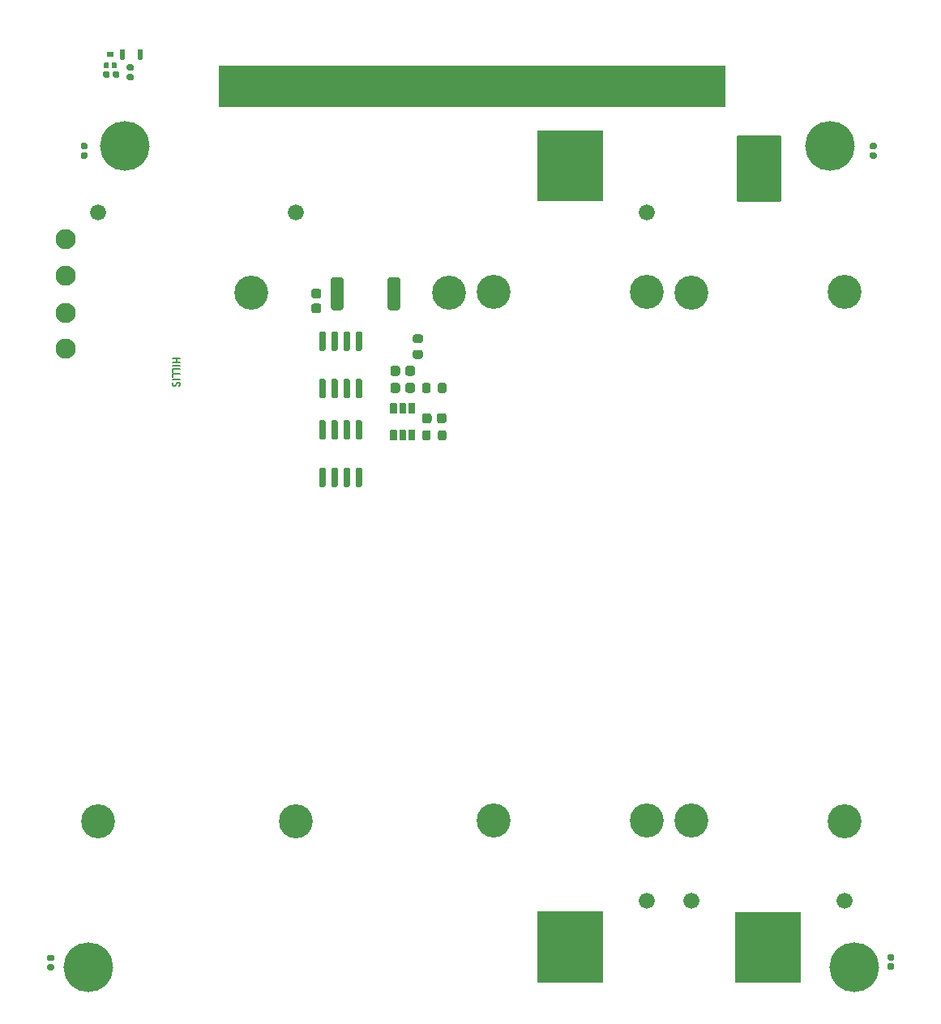
<source format=gts>
%TF.GenerationSoftware,KiCad,Pcbnew,(5.1.10)-1*%
%TF.CreationDate,2021-11-16T14:43:47-05:00*%
%TF.ProjectId,batteryboard,62617474-6572-4796-926f-6172642e6b69,rev?*%
%TF.SameCoordinates,Original*%
%TF.FileFunction,Soldermask,Top*%
%TF.FilePolarity,Negative*%
%FSLAX46Y46*%
G04 Gerber Fmt 4.6, Leading zero omitted, Abs format (unit mm)*
G04 Created by KiCad (PCBNEW (5.1.10)-1) date 2021-11-16 14:43:47*
%MOMM*%
%LPD*%
G01*
G04 APERTURE LIST*
%ADD10C,0.175000*%
%ADD11C,0.100000*%
%ADD12C,3.551600*%
%ADD13C,1.671600*%
%ADD14C,5.181600*%
%ADD15C,2.101600*%
G04 APERTURE END LIST*
D10*
X67120333Y-75338166D02*
X67820333Y-75338166D01*
X67487000Y-75338166D02*
X67487000Y-75738166D01*
X67120333Y-75738166D02*
X67820333Y-75738166D01*
X67120333Y-76071500D02*
X67820333Y-76071500D01*
X67120333Y-76738166D02*
X67120333Y-76404833D01*
X67820333Y-76404833D01*
X67120333Y-77304833D02*
X67120333Y-76971500D01*
X67820333Y-76971500D01*
X67120333Y-77538166D02*
X67820333Y-77538166D01*
X67153666Y-77838166D02*
X67120333Y-77938166D01*
X67120333Y-78104833D01*
X67153666Y-78171500D01*
X67187000Y-78204833D01*
X67253666Y-78238166D01*
X67320333Y-78238166D01*
X67387000Y-78204833D01*
X67420333Y-78171500D01*
X67453666Y-78104833D01*
X67487000Y-77971500D01*
X67520333Y-77904833D01*
X67553666Y-77871500D01*
X67620333Y-77838166D01*
X67687000Y-77838166D01*
X67753666Y-77871500D01*
X67787000Y-77904833D01*
X67820333Y-77971500D01*
X67820333Y-78138166D01*
X67787000Y-78238166D01*
D11*
G36*
X124722220Y-49004353D02*
G01*
X71922220Y-49004353D01*
X71922220Y-44804353D01*
X124722220Y-44804353D01*
X124722220Y-49004353D01*
G37*
X124722220Y-49004353D02*
X71922220Y-49004353D01*
X71922220Y-44804353D01*
X124722220Y-44804353D01*
X124722220Y-49004353D01*
D12*
X116623100Y-68424700D03*
X100623100Y-123624700D03*
D13*
X116623100Y-131954700D03*
G36*
G01*
X112023100Y-140500500D02*
X105223100Y-140500500D01*
G75*
G02*
X105172300Y-140449700I0J50800D01*
G01*
X105172300Y-133149700D01*
G75*
G02*
X105223100Y-133098900I50800J0D01*
G01*
X112023100Y-133098900D01*
G75*
G02*
X112073900Y-133149700I0J-50800D01*
G01*
X112073900Y-140449700D01*
G75*
G02*
X112023100Y-140500500I-50800J0D01*
G01*
G37*
G36*
G01*
X112023100Y-58950500D02*
X105223100Y-58950500D01*
G75*
G02*
X105172300Y-58899700I0J50800D01*
G01*
X105172300Y-51599700D01*
G75*
G02*
X105223100Y-51548900I50800J0D01*
G01*
X112023100Y-51548900D01*
G75*
G02*
X112073900Y-51599700I0J-50800D01*
G01*
X112073900Y-58899700D01*
G75*
G02*
X112023100Y-58950500I-50800J0D01*
G01*
G37*
D12*
X116623100Y-123624700D03*
X100623100Y-68424700D03*
D13*
X116623100Y-60094700D03*
X137273300Y-131954700D03*
D12*
X121273300Y-123624700D03*
X137273300Y-68424700D03*
D13*
X121273300Y-131980100D03*
D12*
X137273300Y-123650100D03*
X121273300Y-68450100D03*
G36*
G01*
X125873300Y-133124300D02*
X132673300Y-133124300D01*
G75*
G02*
X132724100Y-133175100I0J-50800D01*
G01*
X132724100Y-140475100D01*
G75*
G02*
X132673300Y-140525900I-50800J0D01*
G01*
X125873300Y-140525900D01*
G75*
G02*
X125822500Y-140475100I0J50800D01*
G01*
X125822500Y-133175100D01*
G75*
G02*
X125873300Y-133124300I50800J0D01*
G01*
G37*
G36*
G01*
X126098300Y-52074300D02*
X130598300Y-52074300D01*
G75*
G02*
X130649100Y-52125100I0J-50800D01*
G01*
X130649100Y-58925100D01*
G75*
G02*
X130598300Y-58975900I-50800J0D01*
G01*
X126098300Y-58975900D01*
G75*
G02*
X126047500Y-58925100I0J50800D01*
G01*
X126047500Y-52125100D01*
G75*
G02*
X126098300Y-52074300I50800J0D01*
G01*
G37*
D13*
X59348100Y-60120100D03*
D12*
X75348100Y-68450100D03*
X59348100Y-123650100D03*
X79998300Y-123650100D03*
X95998300Y-68450100D03*
D13*
X79998300Y-60120100D03*
G36*
G01*
X60869800Y-45905000D02*
X60869800Y-45484200D01*
G75*
G02*
X61030200Y-45323800I160400J0D01*
G01*
X61351000Y-45323800D01*
G75*
G02*
X61511400Y-45484200I0J-160400D01*
G01*
X61511400Y-45905000D01*
G75*
G02*
X61351000Y-46065400I-160400J0D01*
G01*
X61030200Y-46065400D01*
G75*
G02*
X60869800Y-45905000I0J160400D01*
G01*
G37*
G36*
G01*
X59849800Y-45905000D02*
X59849800Y-45484200D01*
G75*
G02*
X60010200Y-45323800I160400J0D01*
G01*
X60331000Y-45323800D01*
G75*
G02*
X60491400Y-45484200I0J-160400D01*
G01*
X60491400Y-45905000D01*
G75*
G02*
X60331000Y-46065400I-160400J0D01*
G01*
X60010200Y-46065400D01*
G75*
G02*
X59849800Y-45905000I0J160400D01*
G01*
G37*
G36*
G01*
X62872200Y-45276800D02*
X62451400Y-45276800D01*
G75*
G02*
X62291000Y-45116400I0J160400D01*
G01*
X62291000Y-44795600D01*
G75*
G02*
X62451400Y-44635200I160400J0D01*
G01*
X62872200Y-44635200D01*
G75*
G02*
X63032600Y-44795600I0J-160400D01*
G01*
X63032600Y-45116400D01*
G75*
G02*
X62872200Y-45276800I-160400J0D01*
G01*
G37*
G36*
G01*
X62872200Y-46296800D02*
X62451400Y-46296800D01*
G75*
G02*
X62291000Y-46136400I0J160400D01*
G01*
X62291000Y-45815600D01*
G75*
G02*
X62451400Y-45655200I160400J0D01*
G01*
X62872200Y-45655200D01*
G75*
G02*
X63032600Y-45815600I0J-160400D01*
G01*
X63032600Y-46136400D01*
G75*
G02*
X62872200Y-46296800I-160400J0D01*
G01*
G37*
G36*
G01*
X60829000Y-43871400D02*
X60329000Y-43871400D01*
G75*
G02*
X60278200Y-43820600I0J50800D01*
G01*
X60278200Y-43370600D01*
G75*
G02*
X60329000Y-43319800I50800J0D01*
G01*
X60829000Y-43319800D01*
G75*
G02*
X60879800Y-43370600I0J-50800D01*
G01*
X60879800Y-43820600D01*
G75*
G02*
X60829000Y-43871400I-50800J0D01*
G01*
G37*
G36*
G01*
X61179000Y-45021400D02*
X60779000Y-45021400D01*
G75*
G02*
X60728200Y-44970600I0J50800D01*
G01*
X60728200Y-44520600D01*
G75*
G02*
X60779000Y-44469800I50800J0D01*
G01*
X61179000Y-44469800D01*
G75*
G02*
X61229800Y-44520600I0J-50800D01*
G01*
X61229800Y-44970600D01*
G75*
G02*
X61179000Y-45021400I-50800J0D01*
G01*
G37*
G36*
G01*
X60379000Y-45021400D02*
X59979000Y-45021400D01*
G75*
G02*
X59928200Y-44970600I0J50800D01*
G01*
X59928200Y-44520600D01*
G75*
G02*
X59979000Y-44469800I50800J0D01*
G01*
X60379000Y-44469800D01*
G75*
G02*
X60429800Y-44520600I0J-50800D01*
G01*
X60429800Y-44970600D01*
G75*
G02*
X60379000Y-45021400I-50800J0D01*
G01*
G37*
D11*
G36*
X123526974Y-44953639D02*
G01*
X123553799Y-44955138D01*
X123558738Y-44955657D01*
X123585289Y-44959768D01*
X123590148Y-44960766D01*
X123616172Y-44967447D01*
X123620916Y-44968915D01*
X123646163Y-44978105D01*
X123650737Y-44980028D01*
X123674967Y-44991637D01*
X123679333Y-44993998D01*
X123702314Y-45007916D01*
X123706428Y-45010690D01*
X123727942Y-45026784D01*
X123731767Y-45029949D01*
X123751607Y-45048066D01*
X123755103Y-45051587D01*
X123773081Y-45071553D01*
X123776219Y-45075400D01*
X123792162Y-45097025D01*
X123794908Y-45101157D01*
X123808666Y-45124235D01*
X123810997Y-45128620D01*
X123822436Y-45152931D01*
X123824326Y-45157517D01*
X123833339Y-45182827D01*
X123834774Y-45187579D01*
X123841274Y-45213649D01*
X123842238Y-45218518D01*
X123846163Y-45245097D01*
X123846647Y-45250037D01*
X123847959Y-45276872D01*
X123848020Y-45279353D01*
X123848020Y-48804353D01*
X123847044Y-48814264D01*
X123844153Y-48823793D01*
X123839459Y-48832576D01*
X123833141Y-48840274D01*
X123825443Y-48846592D01*
X123816660Y-48851286D01*
X123807131Y-48854177D01*
X123797220Y-48855153D01*
X123247220Y-48855153D01*
X123237309Y-48854177D01*
X123227780Y-48851286D01*
X123218997Y-48846592D01*
X123211299Y-48840274D01*
X123204981Y-48832576D01*
X123200287Y-48823793D01*
X123197396Y-48814264D01*
X123196420Y-48804353D01*
X123196420Y-45279353D01*
X123196421Y-45278996D01*
X123196448Y-45275156D01*
X123196547Y-45272323D01*
X123198234Y-45245509D01*
X123198787Y-45240578D01*
X123203082Y-45214056D01*
X123204115Y-45209199D01*
X123210979Y-45183223D01*
X123212479Y-45178494D01*
X123221844Y-45153312D01*
X123223799Y-45148749D01*
X123235577Y-45124601D01*
X123237968Y-45120253D01*
X123252046Y-45097369D01*
X123254850Y-45093274D01*
X123271094Y-45071873D01*
X123274285Y-45068070D01*
X123292540Y-45048357D01*
X123296085Y-45044885D01*
X123316176Y-45027047D01*
X123320045Y-45023937D01*
X123341781Y-45008145D01*
X123345934Y-45005427D01*
X123369108Y-44991831D01*
X123373505Y-44989532D01*
X123397894Y-44978262D01*
X123402498Y-44976402D01*
X123427871Y-44967567D01*
X123432630Y-44966167D01*
X123458744Y-44959849D01*
X123463620Y-44958918D01*
X123490226Y-44955179D01*
X123495169Y-44954730D01*
X123522013Y-44953605D01*
X123526974Y-44953639D01*
G37*
G36*
X122726974Y-44953639D02*
G01*
X122753799Y-44955138D01*
X122758738Y-44955657D01*
X122785289Y-44959768D01*
X122790148Y-44960766D01*
X122816172Y-44967447D01*
X122820916Y-44968915D01*
X122846163Y-44978105D01*
X122850737Y-44980028D01*
X122874967Y-44991637D01*
X122879333Y-44993998D01*
X122902314Y-45007916D01*
X122906428Y-45010690D01*
X122927942Y-45026784D01*
X122931767Y-45029949D01*
X122951607Y-45048066D01*
X122955103Y-45051587D01*
X122973081Y-45071553D01*
X122976219Y-45075400D01*
X122992162Y-45097025D01*
X122994908Y-45101157D01*
X123008666Y-45124235D01*
X123010997Y-45128620D01*
X123022436Y-45152931D01*
X123024326Y-45157517D01*
X123033339Y-45182827D01*
X123034774Y-45187579D01*
X123041274Y-45213649D01*
X123042238Y-45218518D01*
X123046163Y-45245097D01*
X123046647Y-45250037D01*
X123047959Y-45276872D01*
X123048020Y-45279353D01*
X123048020Y-48804353D01*
X123047044Y-48814264D01*
X123044153Y-48823793D01*
X123039459Y-48832576D01*
X123033141Y-48840274D01*
X123025443Y-48846592D01*
X123016660Y-48851286D01*
X123007131Y-48854177D01*
X122997220Y-48855153D01*
X122447220Y-48855153D01*
X122437309Y-48854177D01*
X122427780Y-48851286D01*
X122418997Y-48846592D01*
X122411299Y-48840274D01*
X122404981Y-48832576D01*
X122400287Y-48823793D01*
X122397396Y-48814264D01*
X122396420Y-48804353D01*
X122396420Y-45279353D01*
X122396421Y-45278996D01*
X122396448Y-45275156D01*
X122396547Y-45272323D01*
X122398234Y-45245509D01*
X122398787Y-45240578D01*
X122403082Y-45214056D01*
X122404115Y-45209199D01*
X122410979Y-45183223D01*
X122412479Y-45178494D01*
X122421844Y-45153312D01*
X122423799Y-45148749D01*
X122435577Y-45124601D01*
X122437968Y-45120253D01*
X122452046Y-45097369D01*
X122454850Y-45093274D01*
X122471094Y-45071873D01*
X122474285Y-45068070D01*
X122492540Y-45048357D01*
X122496085Y-45044885D01*
X122516176Y-45027047D01*
X122520045Y-45023937D01*
X122541781Y-45008145D01*
X122545934Y-45005427D01*
X122569108Y-44991831D01*
X122573505Y-44989532D01*
X122597894Y-44978262D01*
X122602498Y-44976402D01*
X122627871Y-44967567D01*
X122632630Y-44966167D01*
X122658744Y-44959849D01*
X122663620Y-44958918D01*
X122690226Y-44955179D01*
X122695169Y-44954730D01*
X122722013Y-44953605D01*
X122726974Y-44953639D01*
G37*
G36*
X121926974Y-44953639D02*
G01*
X121953799Y-44955138D01*
X121958738Y-44955657D01*
X121985289Y-44959768D01*
X121990148Y-44960766D01*
X122016172Y-44967447D01*
X122020916Y-44968915D01*
X122046163Y-44978105D01*
X122050737Y-44980028D01*
X122074967Y-44991637D01*
X122079333Y-44993998D01*
X122102314Y-45007916D01*
X122106428Y-45010690D01*
X122127942Y-45026784D01*
X122131767Y-45029949D01*
X122151607Y-45048066D01*
X122155103Y-45051587D01*
X122173081Y-45071553D01*
X122176219Y-45075400D01*
X122192162Y-45097025D01*
X122194908Y-45101157D01*
X122208666Y-45124235D01*
X122210997Y-45128620D01*
X122222436Y-45152931D01*
X122224326Y-45157517D01*
X122233339Y-45182827D01*
X122234774Y-45187579D01*
X122241274Y-45213649D01*
X122242238Y-45218518D01*
X122246163Y-45245097D01*
X122246647Y-45250037D01*
X122247959Y-45276872D01*
X122248020Y-45279353D01*
X122248020Y-48804353D01*
X122247044Y-48814264D01*
X122244153Y-48823793D01*
X122239459Y-48832576D01*
X122233141Y-48840274D01*
X122225443Y-48846592D01*
X122216660Y-48851286D01*
X122207131Y-48854177D01*
X122197220Y-48855153D01*
X121647220Y-48855153D01*
X121637309Y-48854177D01*
X121627780Y-48851286D01*
X121618997Y-48846592D01*
X121611299Y-48840274D01*
X121604981Y-48832576D01*
X121600287Y-48823793D01*
X121597396Y-48814264D01*
X121596420Y-48804353D01*
X121596420Y-45279353D01*
X121596421Y-45278996D01*
X121596448Y-45275156D01*
X121596547Y-45272323D01*
X121598234Y-45245509D01*
X121598787Y-45240578D01*
X121603082Y-45214056D01*
X121604115Y-45209199D01*
X121610979Y-45183223D01*
X121612479Y-45178494D01*
X121621844Y-45153312D01*
X121623799Y-45148749D01*
X121635577Y-45124601D01*
X121637968Y-45120253D01*
X121652046Y-45097369D01*
X121654850Y-45093274D01*
X121671094Y-45071873D01*
X121674285Y-45068070D01*
X121692540Y-45048357D01*
X121696085Y-45044885D01*
X121716176Y-45027047D01*
X121720045Y-45023937D01*
X121741781Y-45008145D01*
X121745934Y-45005427D01*
X121769108Y-44991831D01*
X121773505Y-44989532D01*
X121797894Y-44978262D01*
X121802498Y-44976402D01*
X121827871Y-44967567D01*
X121832630Y-44966167D01*
X121858744Y-44959849D01*
X121863620Y-44958918D01*
X121890226Y-44955179D01*
X121895169Y-44954730D01*
X121922013Y-44953605D01*
X121926974Y-44953639D01*
G37*
G36*
X121126974Y-44953639D02*
G01*
X121153799Y-44955138D01*
X121158738Y-44955657D01*
X121185289Y-44959768D01*
X121190148Y-44960766D01*
X121216172Y-44967447D01*
X121220916Y-44968915D01*
X121246163Y-44978105D01*
X121250737Y-44980028D01*
X121274967Y-44991637D01*
X121279333Y-44993998D01*
X121302314Y-45007916D01*
X121306428Y-45010690D01*
X121327942Y-45026784D01*
X121331767Y-45029949D01*
X121351607Y-45048066D01*
X121355103Y-45051587D01*
X121373081Y-45071553D01*
X121376219Y-45075400D01*
X121392162Y-45097025D01*
X121394908Y-45101157D01*
X121408666Y-45124235D01*
X121410997Y-45128620D01*
X121422436Y-45152931D01*
X121424326Y-45157517D01*
X121433339Y-45182827D01*
X121434774Y-45187579D01*
X121441274Y-45213649D01*
X121442238Y-45218518D01*
X121446163Y-45245097D01*
X121446647Y-45250037D01*
X121447959Y-45276872D01*
X121448020Y-45279353D01*
X121448020Y-48804353D01*
X121447044Y-48814264D01*
X121444153Y-48823793D01*
X121439459Y-48832576D01*
X121433141Y-48840274D01*
X121425443Y-48846592D01*
X121416660Y-48851286D01*
X121407131Y-48854177D01*
X121397220Y-48855153D01*
X120847220Y-48855153D01*
X120837309Y-48854177D01*
X120827780Y-48851286D01*
X120818997Y-48846592D01*
X120811299Y-48840274D01*
X120804981Y-48832576D01*
X120800287Y-48823793D01*
X120797396Y-48814264D01*
X120796420Y-48804353D01*
X120796420Y-45279353D01*
X120796421Y-45278996D01*
X120796448Y-45275156D01*
X120796547Y-45272323D01*
X120798234Y-45245509D01*
X120798787Y-45240578D01*
X120803082Y-45214056D01*
X120804115Y-45209199D01*
X120810979Y-45183223D01*
X120812479Y-45178494D01*
X120821844Y-45153312D01*
X120823799Y-45148749D01*
X120835577Y-45124601D01*
X120837968Y-45120253D01*
X120852046Y-45097369D01*
X120854850Y-45093274D01*
X120871094Y-45071873D01*
X120874285Y-45068070D01*
X120892540Y-45048357D01*
X120896085Y-45044885D01*
X120916176Y-45027047D01*
X120920045Y-45023937D01*
X120941781Y-45008145D01*
X120945934Y-45005427D01*
X120969108Y-44991831D01*
X120973505Y-44989532D01*
X120997894Y-44978262D01*
X121002498Y-44976402D01*
X121027871Y-44967567D01*
X121032630Y-44966167D01*
X121058744Y-44959849D01*
X121063620Y-44958918D01*
X121090226Y-44955179D01*
X121095169Y-44954730D01*
X121122013Y-44953605D01*
X121126974Y-44953639D01*
G37*
G36*
X120326974Y-44953639D02*
G01*
X120353799Y-44955138D01*
X120358738Y-44955657D01*
X120385289Y-44959768D01*
X120390148Y-44960766D01*
X120416172Y-44967447D01*
X120420916Y-44968915D01*
X120446163Y-44978105D01*
X120450737Y-44980028D01*
X120474967Y-44991637D01*
X120479333Y-44993998D01*
X120502314Y-45007916D01*
X120506428Y-45010690D01*
X120527942Y-45026784D01*
X120531767Y-45029949D01*
X120551607Y-45048066D01*
X120555103Y-45051587D01*
X120573081Y-45071553D01*
X120576219Y-45075400D01*
X120592162Y-45097025D01*
X120594908Y-45101157D01*
X120608666Y-45124235D01*
X120610997Y-45128620D01*
X120622436Y-45152931D01*
X120624326Y-45157517D01*
X120633339Y-45182827D01*
X120634774Y-45187579D01*
X120641274Y-45213649D01*
X120642238Y-45218518D01*
X120646163Y-45245097D01*
X120646647Y-45250037D01*
X120647959Y-45276872D01*
X120648020Y-45279353D01*
X120648020Y-48804353D01*
X120647044Y-48814264D01*
X120644153Y-48823793D01*
X120639459Y-48832576D01*
X120633141Y-48840274D01*
X120625443Y-48846592D01*
X120616660Y-48851286D01*
X120607131Y-48854177D01*
X120597220Y-48855153D01*
X120047220Y-48855153D01*
X120037309Y-48854177D01*
X120027780Y-48851286D01*
X120018997Y-48846592D01*
X120011299Y-48840274D01*
X120004981Y-48832576D01*
X120000287Y-48823793D01*
X119997396Y-48814264D01*
X119996420Y-48804353D01*
X119996420Y-45279353D01*
X119996421Y-45278996D01*
X119996448Y-45275156D01*
X119996547Y-45272323D01*
X119998234Y-45245509D01*
X119998787Y-45240578D01*
X120003082Y-45214056D01*
X120004115Y-45209199D01*
X120010979Y-45183223D01*
X120012479Y-45178494D01*
X120021844Y-45153312D01*
X120023799Y-45148749D01*
X120035577Y-45124601D01*
X120037968Y-45120253D01*
X120052046Y-45097369D01*
X120054850Y-45093274D01*
X120071094Y-45071873D01*
X120074285Y-45068070D01*
X120092540Y-45048357D01*
X120096085Y-45044885D01*
X120116176Y-45027047D01*
X120120045Y-45023937D01*
X120141781Y-45008145D01*
X120145934Y-45005427D01*
X120169108Y-44991831D01*
X120173505Y-44989532D01*
X120197894Y-44978262D01*
X120202498Y-44976402D01*
X120227871Y-44967567D01*
X120232630Y-44966167D01*
X120258744Y-44959849D01*
X120263620Y-44958918D01*
X120290226Y-44955179D01*
X120295169Y-44954730D01*
X120322013Y-44953605D01*
X120326974Y-44953639D01*
G37*
G36*
X119526974Y-44953639D02*
G01*
X119553799Y-44955138D01*
X119558738Y-44955657D01*
X119585289Y-44959768D01*
X119590148Y-44960766D01*
X119616172Y-44967447D01*
X119620916Y-44968915D01*
X119646163Y-44978105D01*
X119650737Y-44980028D01*
X119674967Y-44991637D01*
X119679333Y-44993998D01*
X119702314Y-45007916D01*
X119706428Y-45010690D01*
X119727942Y-45026784D01*
X119731767Y-45029949D01*
X119751607Y-45048066D01*
X119755103Y-45051587D01*
X119773081Y-45071553D01*
X119776219Y-45075400D01*
X119792162Y-45097025D01*
X119794908Y-45101157D01*
X119808666Y-45124235D01*
X119810997Y-45128620D01*
X119822436Y-45152931D01*
X119824326Y-45157517D01*
X119833339Y-45182827D01*
X119834774Y-45187579D01*
X119841274Y-45213649D01*
X119842238Y-45218518D01*
X119846163Y-45245097D01*
X119846647Y-45250037D01*
X119847959Y-45276872D01*
X119848020Y-45279353D01*
X119848020Y-48804353D01*
X119847044Y-48814264D01*
X119844153Y-48823793D01*
X119839459Y-48832576D01*
X119833141Y-48840274D01*
X119825443Y-48846592D01*
X119816660Y-48851286D01*
X119807131Y-48854177D01*
X119797220Y-48855153D01*
X119247220Y-48855153D01*
X119237309Y-48854177D01*
X119227780Y-48851286D01*
X119218997Y-48846592D01*
X119211299Y-48840274D01*
X119204981Y-48832576D01*
X119200287Y-48823793D01*
X119197396Y-48814264D01*
X119196420Y-48804353D01*
X119196420Y-45279353D01*
X119196421Y-45278996D01*
X119196448Y-45275156D01*
X119196547Y-45272323D01*
X119198234Y-45245509D01*
X119198787Y-45240578D01*
X119203082Y-45214056D01*
X119204115Y-45209199D01*
X119210979Y-45183223D01*
X119212479Y-45178494D01*
X119221844Y-45153312D01*
X119223799Y-45148749D01*
X119235577Y-45124601D01*
X119237968Y-45120253D01*
X119252046Y-45097369D01*
X119254850Y-45093274D01*
X119271094Y-45071873D01*
X119274285Y-45068070D01*
X119292540Y-45048357D01*
X119296085Y-45044885D01*
X119316176Y-45027047D01*
X119320045Y-45023937D01*
X119341781Y-45008145D01*
X119345934Y-45005427D01*
X119369108Y-44991831D01*
X119373505Y-44989532D01*
X119397894Y-44978262D01*
X119402498Y-44976402D01*
X119427871Y-44967567D01*
X119432630Y-44966167D01*
X119458744Y-44959849D01*
X119463620Y-44958918D01*
X119490226Y-44955179D01*
X119495169Y-44954730D01*
X119522013Y-44953605D01*
X119526974Y-44953639D01*
G37*
G36*
X118726974Y-44953639D02*
G01*
X118753799Y-44955138D01*
X118758738Y-44955657D01*
X118785289Y-44959768D01*
X118790148Y-44960766D01*
X118816172Y-44967447D01*
X118820916Y-44968915D01*
X118846163Y-44978105D01*
X118850737Y-44980028D01*
X118874967Y-44991637D01*
X118879333Y-44993998D01*
X118902314Y-45007916D01*
X118906428Y-45010690D01*
X118927942Y-45026784D01*
X118931767Y-45029949D01*
X118951607Y-45048066D01*
X118955103Y-45051587D01*
X118973081Y-45071553D01*
X118976219Y-45075400D01*
X118992162Y-45097025D01*
X118994908Y-45101157D01*
X119008666Y-45124235D01*
X119010997Y-45128620D01*
X119022436Y-45152931D01*
X119024326Y-45157517D01*
X119033339Y-45182827D01*
X119034774Y-45187579D01*
X119041274Y-45213649D01*
X119042238Y-45218518D01*
X119046163Y-45245097D01*
X119046647Y-45250037D01*
X119047959Y-45276872D01*
X119048020Y-45279353D01*
X119048020Y-48804353D01*
X119047044Y-48814264D01*
X119044153Y-48823793D01*
X119039459Y-48832576D01*
X119033141Y-48840274D01*
X119025443Y-48846592D01*
X119016660Y-48851286D01*
X119007131Y-48854177D01*
X118997220Y-48855153D01*
X118447220Y-48855153D01*
X118437309Y-48854177D01*
X118427780Y-48851286D01*
X118418997Y-48846592D01*
X118411299Y-48840274D01*
X118404981Y-48832576D01*
X118400287Y-48823793D01*
X118397396Y-48814264D01*
X118396420Y-48804353D01*
X118396420Y-45279353D01*
X118396421Y-45278996D01*
X118396448Y-45275156D01*
X118396547Y-45272323D01*
X118398234Y-45245509D01*
X118398787Y-45240578D01*
X118403082Y-45214056D01*
X118404115Y-45209199D01*
X118410979Y-45183223D01*
X118412479Y-45178494D01*
X118421844Y-45153312D01*
X118423799Y-45148749D01*
X118435577Y-45124601D01*
X118437968Y-45120253D01*
X118452046Y-45097369D01*
X118454850Y-45093274D01*
X118471094Y-45071873D01*
X118474285Y-45068070D01*
X118492540Y-45048357D01*
X118496085Y-45044885D01*
X118516176Y-45027047D01*
X118520045Y-45023937D01*
X118541781Y-45008145D01*
X118545934Y-45005427D01*
X118569108Y-44991831D01*
X118573505Y-44989532D01*
X118597894Y-44978262D01*
X118602498Y-44976402D01*
X118627871Y-44967567D01*
X118632630Y-44966167D01*
X118658744Y-44959849D01*
X118663620Y-44958918D01*
X118690226Y-44955179D01*
X118695169Y-44954730D01*
X118722013Y-44953605D01*
X118726974Y-44953639D01*
G37*
G36*
X117926974Y-44953639D02*
G01*
X117953799Y-44955138D01*
X117958738Y-44955657D01*
X117985289Y-44959768D01*
X117990148Y-44960766D01*
X118016172Y-44967447D01*
X118020916Y-44968915D01*
X118046163Y-44978105D01*
X118050737Y-44980028D01*
X118074967Y-44991637D01*
X118079333Y-44993998D01*
X118102314Y-45007916D01*
X118106428Y-45010690D01*
X118127942Y-45026784D01*
X118131767Y-45029949D01*
X118151607Y-45048066D01*
X118155103Y-45051587D01*
X118173081Y-45071553D01*
X118176219Y-45075400D01*
X118192162Y-45097025D01*
X118194908Y-45101157D01*
X118208666Y-45124235D01*
X118210997Y-45128620D01*
X118222436Y-45152931D01*
X118224326Y-45157517D01*
X118233339Y-45182827D01*
X118234774Y-45187579D01*
X118241274Y-45213649D01*
X118242238Y-45218518D01*
X118246163Y-45245097D01*
X118246647Y-45250037D01*
X118247959Y-45276872D01*
X118248020Y-45279353D01*
X118248020Y-48804353D01*
X118247044Y-48814264D01*
X118244153Y-48823793D01*
X118239459Y-48832576D01*
X118233141Y-48840274D01*
X118225443Y-48846592D01*
X118216660Y-48851286D01*
X118207131Y-48854177D01*
X118197220Y-48855153D01*
X117647220Y-48855153D01*
X117637309Y-48854177D01*
X117627780Y-48851286D01*
X117618997Y-48846592D01*
X117611299Y-48840274D01*
X117604981Y-48832576D01*
X117600287Y-48823793D01*
X117597396Y-48814264D01*
X117596420Y-48804353D01*
X117596420Y-45279353D01*
X117596421Y-45278996D01*
X117596448Y-45275156D01*
X117596547Y-45272323D01*
X117598234Y-45245509D01*
X117598787Y-45240578D01*
X117603082Y-45214056D01*
X117604115Y-45209199D01*
X117610979Y-45183223D01*
X117612479Y-45178494D01*
X117621844Y-45153312D01*
X117623799Y-45148749D01*
X117635577Y-45124601D01*
X117637968Y-45120253D01*
X117652046Y-45097369D01*
X117654850Y-45093274D01*
X117671094Y-45071873D01*
X117674285Y-45068070D01*
X117692540Y-45048357D01*
X117696085Y-45044885D01*
X117716176Y-45027047D01*
X117720045Y-45023937D01*
X117741781Y-45008145D01*
X117745934Y-45005427D01*
X117769108Y-44991831D01*
X117773505Y-44989532D01*
X117797894Y-44978262D01*
X117802498Y-44976402D01*
X117827871Y-44967567D01*
X117832630Y-44966167D01*
X117858744Y-44959849D01*
X117863620Y-44958918D01*
X117890226Y-44955179D01*
X117895169Y-44954730D01*
X117922013Y-44953605D01*
X117926974Y-44953639D01*
G37*
G36*
X117126974Y-44953639D02*
G01*
X117153799Y-44955138D01*
X117158738Y-44955657D01*
X117185289Y-44959768D01*
X117190148Y-44960766D01*
X117216172Y-44967447D01*
X117220916Y-44968915D01*
X117246163Y-44978105D01*
X117250737Y-44980028D01*
X117274967Y-44991637D01*
X117279333Y-44993998D01*
X117302314Y-45007916D01*
X117306428Y-45010690D01*
X117327942Y-45026784D01*
X117331767Y-45029949D01*
X117351607Y-45048066D01*
X117355103Y-45051587D01*
X117373081Y-45071553D01*
X117376219Y-45075400D01*
X117392162Y-45097025D01*
X117394908Y-45101157D01*
X117408666Y-45124235D01*
X117410997Y-45128620D01*
X117422436Y-45152931D01*
X117424326Y-45157517D01*
X117433339Y-45182827D01*
X117434774Y-45187579D01*
X117441274Y-45213649D01*
X117442238Y-45218518D01*
X117446163Y-45245097D01*
X117446647Y-45250037D01*
X117447959Y-45276872D01*
X117448020Y-45279353D01*
X117448020Y-48804353D01*
X117447044Y-48814264D01*
X117444153Y-48823793D01*
X117439459Y-48832576D01*
X117433141Y-48840274D01*
X117425443Y-48846592D01*
X117416660Y-48851286D01*
X117407131Y-48854177D01*
X117397220Y-48855153D01*
X116847220Y-48855153D01*
X116837309Y-48854177D01*
X116827780Y-48851286D01*
X116818997Y-48846592D01*
X116811299Y-48840274D01*
X116804981Y-48832576D01*
X116800287Y-48823793D01*
X116797396Y-48814264D01*
X116796420Y-48804353D01*
X116796420Y-45279353D01*
X116796421Y-45278996D01*
X116796448Y-45275156D01*
X116796547Y-45272323D01*
X116798234Y-45245509D01*
X116798787Y-45240578D01*
X116803082Y-45214056D01*
X116804115Y-45209199D01*
X116810979Y-45183223D01*
X116812479Y-45178494D01*
X116821844Y-45153312D01*
X116823799Y-45148749D01*
X116835577Y-45124601D01*
X116837968Y-45120253D01*
X116852046Y-45097369D01*
X116854850Y-45093274D01*
X116871094Y-45071873D01*
X116874285Y-45068070D01*
X116892540Y-45048357D01*
X116896085Y-45044885D01*
X116916176Y-45027047D01*
X116920045Y-45023937D01*
X116941781Y-45008145D01*
X116945934Y-45005427D01*
X116969108Y-44991831D01*
X116973505Y-44989532D01*
X116997894Y-44978262D01*
X117002498Y-44976402D01*
X117027871Y-44967567D01*
X117032630Y-44966167D01*
X117058744Y-44959849D01*
X117063620Y-44958918D01*
X117090226Y-44955179D01*
X117095169Y-44954730D01*
X117122013Y-44953605D01*
X117126974Y-44953639D01*
G37*
G36*
X116326974Y-44953639D02*
G01*
X116353799Y-44955138D01*
X116358738Y-44955657D01*
X116385289Y-44959768D01*
X116390148Y-44960766D01*
X116416172Y-44967447D01*
X116420916Y-44968915D01*
X116446163Y-44978105D01*
X116450737Y-44980028D01*
X116474967Y-44991637D01*
X116479333Y-44993998D01*
X116502314Y-45007916D01*
X116506428Y-45010690D01*
X116527942Y-45026784D01*
X116531767Y-45029949D01*
X116551607Y-45048066D01*
X116555103Y-45051587D01*
X116573081Y-45071553D01*
X116576219Y-45075400D01*
X116592162Y-45097025D01*
X116594908Y-45101157D01*
X116608666Y-45124235D01*
X116610997Y-45128620D01*
X116622436Y-45152931D01*
X116624326Y-45157517D01*
X116633339Y-45182827D01*
X116634774Y-45187579D01*
X116641274Y-45213649D01*
X116642238Y-45218518D01*
X116646163Y-45245097D01*
X116646647Y-45250037D01*
X116647959Y-45276872D01*
X116648020Y-45279353D01*
X116648020Y-48804353D01*
X116647044Y-48814264D01*
X116644153Y-48823793D01*
X116639459Y-48832576D01*
X116633141Y-48840274D01*
X116625443Y-48846592D01*
X116616660Y-48851286D01*
X116607131Y-48854177D01*
X116597220Y-48855153D01*
X116047220Y-48855153D01*
X116037309Y-48854177D01*
X116027780Y-48851286D01*
X116018997Y-48846592D01*
X116011299Y-48840274D01*
X116004981Y-48832576D01*
X116000287Y-48823793D01*
X115997396Y-48814264D01*
X115996420Y-48804353D01*
X115996420Y-45279353D01*
X115996421Y-45278996D01*
X115996448Y-45275156D01*
X115996547Y-45272323D01*
X115998234Y-45245509D01*
X115998787Y-45240578D01*
X116003082Y-45214056D01*
X116004115Y-45209199D01*
X116010979Y-45183223D01*
X116012479Y-45178494D01*
X116021844Y-45153312D01*
X116023799Y-45148749D01*
X116035577Y-45124601D01*
X116037968Y-45120253D01*
X116052046Y-45097369D01*
X116054850Y-45093274D01*
X116071094Y-45071873D01*
X116074285Y-45068070D01*
X116092540Y-45048357D01*
X116096085Y-45044885D01*
X116116176Y-45027047D01*
X116120045Y-45023937D01*
X116141781Y-45008145D01*
X116145934Y-45005427D01*
X116169108Y-44991831D01*
X116173505Y-44989532D01*
X116197894Y-44978262D01*
X116202498Y-44976402D01*
X116227871Y-44967567D01*
X116232630Y-44966167D01*
X116258744Y-44959849D01*
X116263620Y-44958918D01*
X116290226Y-44955179D01*
X116295169Y-44954730D01*
X116322013Y-44953605D01*
X116326974Y-44953639D01*
G37*
G36*
X115526974Y-44953639D02*
G01*
X115553799Y-44955138D01*
X115558738Y-44955657D01*
X115585289Y-44959768D01*
X115590148Y-44960766D01*
X115616172Y-44967447D01*
X115620916Y-44968915D01*
X115646163Y-44978105D01*
X115650737Y-44980028D01*
X115674967Y-44991637D01*
X115679333Y-44993998D01*
X115702314Y-45007916D01*
X115706428Y-45010690D01*
X115727942Y-45026784D01*
X115731767Y-45029949D01*
X115751607Y-45048066D01*
X115755103Y-45051587D01*
X115773081Y-45071553D01*
X115776219Y-45075400D01*
X115792162Y-45097025D01*
X115794908Y-45101157D01*
X115808666Y-45124235D01*
X115810997Y-45128620D01*
X115822436Y-45152931D01*
X115824326Y-45157517D01*
X115833339Y-45182827D01*
X115834774Y-45187579D01*
X115841274Y-45213649D01*
X115842238Y-45218518D01*
X115846163Y-45245097D01*
X115846647Y-45250037D01*
X115847959Y-45276872D01*
X115848020Y-45279353D01*
X115848020Y-48804353D01*
X115847044Y-48814264D01*
X115844153Y-48823793D01*
X115839459Y-48832576D01*
X115833141Y-48840274D01*
X115825443Y-48846592D01*
X115816660Y-48851286D01*
X115807131Y-48854177D01*
X115797220Y-48855153D01*
X115247220Y-48855153D01*
X115237309Y-48854177D01*
X115227780Y-48851286D01*
X115218997Y-48846592D01*
X115211299Y-48840274D01*
X115204981Y-48832576D01*
X115200287Y-48823793D01*
X115197396Y-48814264D01*
X115196420Y-48804353D01*
X115196420Y-45279353D01*
X115196421Y-45278996D01*
X115196448Y-45275156D01*
X115196547Y-45272323D01*
X115198234Y-45245509D01*
X115198787Y-45240578D01*
X115203082Y-45214056D01*
X115204115Y-45209199D01*
X115210979Y-45183223D01*
X115212479Y-45178494D01*
X115221844Y-45153312D01*
X115223799Y-45148749D01*
X115235577Y-45124601D01*
X115237968Y-45120253D01*
X115252046Y-45097369D01*
X115254850Y-45093274D01*
X115271094Y-45071873D01*
X115274285Y-45068070D01*
X115292540Y-45048357D01*
X115296085Y-45044885D01*
X115316176Y-45027047D01*
X115320045Y-45023937D01*
X115341781Y-45008145D01*
X115345934Y-45005427D01*
X115369108Y-44991831D01*
X115373505Y-44989532D01*
X115397894Y-44978262D01*
X115402498Y-44976402D01*
X115427871Y-44967567D01*
X115432630Y-44966167D01*
X115458744Y-44959849D01*
X115463620Y-44958918D01*
X115490226Y-44955179D01*
X115495169Y-44954730D01*
X115522013Y-44953605D01*
X115526974Y-44953639D01*
G37*
G36*
X114726974Y-44953639D02*
G01*
X114753799Y-44955138D01*
X114758738Y-44955657D01*
X114785289Y-44959768D01*
X114790148Y-44960766D01*
X114816172Y-44967447D01*
X114820916Y-44968915D01*
X114846163Y-44978105D01*
X114850737Y-44980028D01*
X114874967Y-44991637D01*
X114879333Y-44993998D01*
X114902314Y-45007916D01*
X114906428Y-45010690D01*
X114927942Y-45026784D01*
X114931767Y-45029949D01*
X114951607Y-45048066D01*
X114955103Y-45051587D01*
X114973081Y-45071553D01*
X114976219Y-45075400D01*
X114992162Y-45097025D01*
X114994908Y-45101157D01*
X115008666Y-45124235D01*
X115010997Y-45128620D01*
X115022436Y-45152931D01*
X115024326Y-45157517D01*
X115033339Y-45182827D01*
X115034774Y-45187579D01*
X115041274Y-45213649D01*
X115042238Y-45218518D01*
X115046163Y-45245097D01*
X115046647Y-45250037D01*
X115047959Y-45276872D01*
X115048020Y-45279353D01*
X115048020Y-48804353D01*
X115047044Y-48814264D01*
X115044153Y-48823793D01*
X115039459Y-48832576D01*
X115033141Y-48840274D01*
X115025443Y-48846592D01*
X115016660Y-48851286D01*
X115007131Y-48854177D01*
X114997220Y-48855153D01*
X114447220Y-48855153D01*
X114437309Y-48854177D01*
X114427780Y-48851286D01*
X114418997Y-48846592D01*
X114411299Y-48840274D01*
X114404981Y-48832576D01*
X114400287Y-48823793D01*
X114397396Y-48814264D01*
X114396420Y-48804353D01*
X114396420Y-45279353D01*
X114396421Y-45278996D01*
X114396448Y-45275156D01*
X114396547Y-45272323D01*
X114398234Y-45245509D01*
X114398787Y-45240578D01*
X114403082Y-45214056D01*
X114404115Y-45209199D01*
X114410979Y-45183223D01*
X114412479Y-45178494D01*
X114421844Y-45153312D01*
X114423799Y-45148749D01*
X114435577Y-45124601D01*
X114437968Y-45120253D01*
X114452046Y-45097369D01*
X114454850Y-45093274D01*
X114471094Y-45071873D01*
X114474285Y-45068070D01*
X114492540Y-45048357D01*
X114496085Y-45044885D01*
X114516176Y-45027047D01*
X114520045Y-45023937D01*
X114541781Y-45008145D01*
X114545934Y-45005427D01*
X114569108Y-44991831D01*
X114573505Y-44989532D01*
X114597894Y-44978262D01*
X114602498Y-44976402D01*
X114627871Y-44967567D01*
X114632630Y-44966167D01*
X114658744Y-44959849D01*
X114663620Y-44958918D01*
X114690226Y-44955179D01*
X114695169Y-44954730D01*
X114722013Y-44953605D01*
X114726974Y-44953639D01*
G37*
G36*
X113926974Y-44953639D02*
G01*
X113953799Y-44955138D01*
X113958738Y-44955657D01*
X113985289Y-44959768D01*
X113990148Y-44960766D01*
X114016172Y-44967447D01*
X114020916Y-44968915D01*
X114046163Y-44978105D01*
X114050737Y-44980028D01*
X114074967Y-44991637D01*
X114079333Y-44993998D01*
X114102314Y-45007916D01*
X114106428Y-45010690D01*
X114127942Y-45026784D01*
X114131767Y-45029949D01*
X114151607Y-45048066D01*
X114155103Y-45051587D01*
X114173081Y-45071553D01*
X114176219Y-45075400D01*
X114192162Y-45097025D01*
X114194908Y-45101157D01*
X114208666Y-45124235D01*
X114210997Y-45128620D01*
X114222436Y-45152931D01*
X114224326Y-45157517D01*
X114233339Y-45182827D01*
X114234774Y-45187579D01*
X114241274Y-45213649D01*
X114242238Y-45218518D01*
X114246163Y-45245097D01*
X114246647Y-45250037D01*
X114247959Y-45276872D01*
X114248020Y-45279353D01*
X114248020Y-48804353D01*
X114247044Y-48814264D01*
X114244153Y-48823793D01*
X114239459Y-48832576D01*
X114233141Y-48840274D01*
X114225443Y-48846592D01*
X114216660Y-48851286D01*
X114207131Y-48854177D01*
X114197220Y-48855153D01*
X113647220Y-48855153D01*
X113637309Y-48854177D01*
X113627780Y-48851286D01*
X113618997Y-48846592D01*
X113611299Y-48840274D01*
X113604981Y-48832576D01*
X113600287Y-48823793D01*
X113597396Y-48814264D01*
X113596420Y-48804353D01*
X113596420Y-45279353D01*
X113596421Y-45278996D01*
X113596448Y-45275156D01*
X113596547Y-45272323D01*
X113598234Y-45245509D01*
X113598787Y-45240578D01*
X113603082Y-45214056D01*
X113604115Y-45209199D01*
X113610979Y-45183223D01*
X113612479Y-45178494D01*
X113621844Y-45153312D01*
X113623799Y-45148749D01*
X113635577Y-45124601D01*
X113637968Y-45120253D01*
X113652046Y-45097369D01*
X113654850Y-45093274D01*
X113671094Y-45071873D01*
X113674285Y-45068070D01*
X113692540Y-45048357D01*
X113696085Y-45044885D01*
X113716176Y-45027047D01*
X113720045Y-45023937D01*
X113741781Y-45008145D01*
X113745934Y-45005427D01*
X113769108Y-44991831D01*
X113773505Y-44989532D01*
X113797894Y-44978262D01*
X113802498Y-44976402D01*
X113827871Y-44967567D01*
X113832630Y-44966167D01*
X113858744Y-44959849D01*
X113863620Y-44958918D01*
X113890226Y-44955179D01*
X113895169Y-44954730D01*
X113922013Y-44953605D01*
X113926974Y-44953639D01*
G37*
G36*
X113126974Y-44953639D02*
G01*
X113153799Y-44955138D01*
X113158738Y-44955657D01*
X113185289Y-44959768D01*
X113190148Y-44960766D01*
X113216172Y-44967447D01*
X113220916Y-44968915D01*
X113246163Y-44978105D01*
X113250737Y-44980028D01*
X113274967Y-44991637D01*
X113279333Y-44993998D01*
X113302314Y-45007916D01*
X113306428Y-45010690D01*
X113327942Y-45026784D01*
X113331767Y-45029949D01*
X113351607Y-45048066D01*
X113355103Y-45051587D01*
X113373081Y-45071553D01*
X113376219Y-45075400D01*
X113392162Y-45097025D01*
X113394908Y-45101157D01*
X113408666Y-45124235D01*
X113410997Y-45128620D01*
X113422436Y-45152931D01*
X113424326Y-45157517D01*
X113433339Y-45182827D01*
X113434774Y-45187579D01*
X113441274Y-45213649D01*
X113442238Y-45218518D01*
X113446163Y-45245097D01*
X113446647Y-45250037D01*
X113447959Y-45276872D01*
X113448020Y-45279353D01*
X113448020Y-48804353D01*
X113447044Y-48814264D01*
X113444153Y-48823793D01*
X113439459Y-48832576D01*
X113433141Y-48840274D01*
X113425443Y-48846592D01*
X113416660Y-48851286D01*
X113407131Y-48854177D01*
X113397220Y-48855153D01*
X112847220Y-48855153D01*
X112837309Y-48854177D01*
X112827780Y-48851286D01*
X112818997Y-48846592D01*
X112811299Y-48840274D01*
X112804981Y-48832576D01*
X112800287Y-48823793D01*
X112797396Y-48814264D01*
X112796420Y-48804353D01*
X112796420Y-45279353D01*
X112796421Y-45278996D01*
X112796448Y-45275156D01*
X112796547Y-45272323D01*
X112798234Y-45245509D01*
X112798787Y-45240578D01*
X112803082Y-45214056D01*
X112804115Y-45209199D01*
X112810979Y-45183223D01*
X112812479Y-45178494D01*
X112821844Y-45153312D01*
X112823799Y-45148749D01*
X112835577Y-45124601D01*
X112837968Y-45120253D01*
X112852046Y-45097369D01*
X112854850Y-45093274D01*
X112871094Y-45071873D01*
X112874285Y-45068070D01*
X112892540Y-45048357D01*
X112896085Y-45044885D01*
X112916176Y-45027047D01*
X112920045Y-45023937D01*
X112941781Y-45008145D01*
X112945934Y-45005427D01*
X112969108Y-44991831D01*
X112973505Y-44989532D01*
X112997894Y-44978262D01*
X113002498Y-44976402D01*
X113027871Y-44967567D01*
X113032630Y-44966167D01*
X113058744Y-44959849D01*
X113063620Y-44958918D01*
X113090226Y-44955179D01*
X113095169Y-44954730D01*
X113122013Y-44953605D01*
X113126974Y-44953639D01*
G37*
G36*
X112326974Y-44953639D02*
G01*
X112353799Y-44955138D01*
X112358738Y-44955657D01*
X112385289Y-44959768D01*
X112390148Y-44960766D01*
X112416172Y-44967447D01*
X112420916Y-44968915D01*
X112446163Y-44978105D01*
X112450737Y-44980028D01*
X112474967Y-44991637D01*
X112479333Y-44993998D01*
X112502314Y-45007916D01*
X112506428Y-45010690D01*
X112527942Y-45026784D01*
X112531767Y-45029949D01*
X112551607Y-45048066D01*
X112555103Y-45051587D01*
X112573081Y-45071553D01*
X112576219Y-45075400D01*
X112592162Y-45097025D01*
X112594908Y-45101157D01*
X112608666Y-45124235D01*
X112610997Y-45128620D01*
X112622436Y-45152931D01*
X112624326Y-45157517D01*
X112633339Y-45182827D01*
X112634774Y-45187579D01*
X112641274Y-45213649D01*
X112642238Y-45218518D01*
X112646163Y-45245097D01*
X112646647Y-45250037D01*
X112647959Y-45276872D01*
X112648020Y-45279353D01*
X112648020Y-48804353D01*
X112647044Y-48814264D01*
X112644153Y-48823793D01*
X112639459Y-48832576D01*
X112633141Y-48840274D01*
X112625443Y-48846592D01*
X112616660Y-48851286D01*
X112607131Y-48854177D01*
X112597220Y-48855153D01*
X112047220Y-48855153D01*
X112037309Y-48854177D01*
X112027780Y-48851286D01*
X112018997Y-48846592D01*
X112011299Y-48840274D01*
X112004981Y-48832576D01*
X112000287Y-48823793D01*
X111997396Y-48814264D01*
X111996420Y-48804353D01*
X111996420Y-45279353D01*
X111996421Y-45278996D01*
X111996448Y-45275156D01*
X111996547Y-45272323D01*
X111998234Y-45245509D01*
X111998787Y-45240578D01*
X112003082Y-45214056D01*
X112004115Y-45209199D01*
X112010979Y-45183223D01*
X112012479Y-45178494D01*
X112021844Y-45153312D01*
X112023799Y-45148749D01*
X112035577Y-45124601D01*
X112037968Y-45120253D01*
X112052046Y-45097369D01*
X112054850Y-45093274D01*
X112071094Y-45071873D01*
X112074285Y-45068070D01*
X112092540Y-45048357D01*
X112096085Y-45044885D01*
X112116176Y-45027047D01*
X112120045Y-45023937D01*
X112141781Y-45008145D01*
X112145934Y-45005427D01*
X112169108Y-44991831D01*
X112173505Y-44989532D01*
X112197894Y-44978262D01*
X112202498Y-44976402D01*
X112227871Y-44967567D01*
X112232630Y-44966167D01*
X112258744Y-44959849D01*
X112263620Y-44958918D01*
X112290226Y-44955179D01*
X112295169Y-44954730D01*
X112322013Y-44953605D01*
X112326974Y-44953639D01*
G37*
G36*
X111526974Y-44953639D02*
G01*
X111553799Y-44955138D01*
X111558738Y-44955657D01*
X111585289Y-44959768D01*
X111590148Y-44960766D01*
X111616172Y-44967447D01*
X111620916Y-44968915D01*
X111646163Y-44978105D01*
X111650737Y-44980028D01*
X111674967Y-44991637D01*
X111679333Y-44993998D01*
X111702314Y-45007916D01*
X111706428Y-45010690D01*
X111727942Y-45026784D01*
X111731767Y-45029949D01*
X111751607Y-45048066D01*
X111755103Y-45051587D01*
X111773081Y-45071553D01*
X111776219Y-45075400D01*
X111792162Y-45097025D01*
X111794908Y-45101157D01*
X111808666Y-45124235D01*
X111810997Y-45128620D01*
X111822436Y-45152931D01*
X111824326Y-45157517D01*
X111833339Y-45182827D01*
X111834774Y-45187579D01*
X111841274Y-45213649D01*
X111842238Y-45218518D01*
X111846163Y-45245097D01*
X111846647Y-45250037D01*
X111847959Y-45276872D01*
X111848020Y-45279353D01*
X111848020Y-48804353D01*
X111847044Y-48814264D01*
X111844153Y-48823793D01*
X111839459Y-48832576D01*
X111833141Y-48840274D01*
X111825443Y-48846592D01*
X111816660Y-48851286D01*
X111807131Y-48854177D01*
X111797220Y-48855153D01*
X111247220Y-48855153D01*
X111237309Y-48854177D01*
X111227780Y-48851286D01*
X111218997Y-48846592D01*
X111211299Y-48840274D01*
X111204981Y-48832576D01*
X111200287Y-48823793D01*
X111197396Y-48814264D01*
X111196420Y-48804353D01*
X111196420Y-45279353D01*
X111196421Y-45278996D01*
X111196448Y-45275156D01*
X111196547Y-45272323D01*
X111198234Y-45245509D01*
X111198787Y-45240578D01*
X111203082Y-45214056D01*
X111204115Y-45209199D01*
X111210979Y-45183223D01*
X111212479Y-45178494D01*
X111221844Y-45153312D01*
X111223799Y-45148749D01*
X111235577Y-45124601D01*
X111237968Y-45120253D01*
X111252046Y-45097369D01*
X111254850Y-45093274D01*
X111271094Y-45071873D01*
X111274285Y-45068070D01*
X111292540Y-45048357D01*
X111296085Y-45044885D01*
X111316176Y-45027047D01*
X111320045Y-45023937D01*
X111341781Y-45008145D01*
X111345934Y-45005427D01*
X111369108Y-44991831D01*
X111373505Y-44989532D01*
X111397894Y-44978262D01*
X111402498Y-44976402D01*
X111427871Y-44967567D01*
X111432630Y-44966167D01*
X111458744Y-44959849D01*
X111463620Y-44958918D01*
X111490226Y-44955179D01*
X111495169Y-44954730D01*
X111522013Y-44953605D01*
X111526974Y-44953639D01*
G37*
G36*
X110726974Y-44953639D02*
G01*
X110753799Y-44955138D01*
X110758738Y-44955657D01*
X110785289Y-44959768D01*
X110790148Y-44960766D01*
X110816172Y-44967447D01*
X110820916Y-44968915D01*
X110846163Y-44978105D01*
X110850737Y-44980028D01*
X110874967Y-44991637D01*
X110879333Y-44993998D01*
X110902314Y-45007916D01*
X110906428Y-45010690D01*
X110927942Y-45026784D01*
X110931767Y-45029949D01*
X110951607Y-45048066D01*
X110955103Y-45051587D01*
X110973081Y-45071553D01*
X110976219Y-45075400D01*
X110992162Y-45097025D01*
X110994908Y-45101157D01*
X111008666Y-45124235D01*
X111010997Y-45128620D01*
X111022436Y-45152931D01*
X111024326Y-45157517D01*
X111033339Y-45182827D01*
X111034774Y-45187579D01*
X111041274Y-45213649D01*
X111042238Y-45218518D01*
X111046163Y-45245097D01*
X111046647Y-45250037D01*
X111047959Y-45276872D01*
X111048020Y-45279353D01*
X111048020Y-48804353D01*
X111047044Y-48814264D01*
X111044153Y-48823793D01*
X111039459Y-48832576D01*
X111033141Y-48840274D01*
X111025443Y-48846592D01*
X111016660Y-48851286D01*
X111007131Y-48854177D01*
X110997220Y-48855153D01*
X110447220Y-48855153D01*
X110437309Y-48854177D01*
X110427780Y-48851286D01*
X110418997Y-48846592D01*
X110411299Y-48840274D01*
X110404981Y-48832576D01*
X110400287Y-48823793D01*
X110397396Y-48814264D01*
X110396420Y-48804353D01*
X110396420Y-45279353D01*
X110396421Y-45278996D01*
X110396448Y-45275156D01*
X110396547Y-45272323D01*
X110398234Y-45245509D01*
X110398787Y-45240578D01*
X110403082Y-45214056D01*
X110404115Y-45209199D01*
X110410979Y-45183223D01*
X110412479Y-45178494D01*
X110421844Y-45153312D01*
X110423799Y-45148749D01*
X110435577Y-45124601D01*
X110437968Y-45120253D01*
X110452046Y-45097369D01*
X110454850Y-45093274D01*
X110471094Y-45071873D01*
X110474285Y-45068070D01*
X110492540Y-45048357D01*
X110496085Y-45044885D01*
X110516176Y-45027047D01*
X110520045Y-45023937D01*
X110541781Y-45008145D01*
X110545934Y-45005427D01*
X110569108Y-44991831D01*
X110573505Y-44989532D01*
X110597894Y-44978262D01*
X110602498Y-44976402D01*
X110627871Y-44967567D01*
X110632630Y-44966167D01*
X110658744Y-44959849D01*
X110663620Y-44958918D01*
X110690226Y-44955179D01*
X110695169Y-44954730D01*
X110722013Y-44953605D01*
X110726974Y-44953639D01*
G37*
G36*
X109926974Y-44953639D02*
G01*
X109953799Y-44955138D01*
X109958738Y-44955657D01*
X109985289Y-44959768D01*
X109990148Y-44960766D01*
X110016172Y-44967447D01*
X110020916Y-44968915D01*
X110046163Y-44978105D01*
X110050737Y-44980028D01*
X110074967Y-44991637D01*
X110079333Y-44993998D01*
X110102314Y-45007916D01*
X110106428Y-45010690D01*
X110127942Y-45026784D01*
X110131767Y-45029949D01*
X110151607Y-45048066D01*
X110155103Y-45051587D01*
X110173081Y-45071553D01*
X110176219Y-45075400D01*
X110192162Y-45097025D01*
X110194908Y-45101157D01*
X110208666Y-45124235D01*
X110210997Y-45128620D01*
X110222436Y-45152931D01*
X110224326Y-45157517D01*
X110233339Y-45182827D01*
X110234774Y-45187579D01*
X110241274Y-45213649D01*
X110242238Y-45218518D01*
X110246163Y-45245097D01*
X110246647Y-45250037D01*
X110247959Y-45276872D01*
X110248020Y-45279353D01*
X110248020Y-48804353D01*
X110247044Y-48814264D01*
X110244153Y-48823793D01*
X110239459Y-48832576D01*
X110233141Y-48840274D01*
X110225443Y-48846592D01*
X110216660Y-48851286D01*
X110207131Y-48854177D01*
X110197220Y-48855153D01*
X109647220Y-48855153D01*
X109637309Y-48854177D01*
X109627780Y-48851286D01*
X109618997Y-48846592D01*
X109611299Y-48840274D01*
X109604981Y-48832576D01*
X109600287Y-48823793D01*
X109597396Y-48814264D01*
X109596420Y-48804353D01*
X109596420Y-45279353D01*
X109596421Y-45278996D01*
X109596448Y-45275156D01*
X109596547Y-45272323D01*
X109598234Y-45245509D01*
X109598787Y-45240578D01*
X109603082Y-45214056D01*
X109604115Y-45209199D01*
X109610979Y-45183223D01*
X109612479Y-45178494D01*
X109621844Y-45153312D01*
X109623799Y-45148749D01*
X109635577Y-45124601D01*
X109637968Y-45120253D01*
X109652046Y-45097369D01*
X109654850Y-45093274D01*
X109671094Y-45071873D01*
X109674285Y-45068070D01*
X109692540Y-45048357D01*
X109696085Y-45044885D01*
X109716176Y-45027047D01*
X109720045Y-45023937D01*
X109741781Y-45008145D01*
X109745934Y-45005427D01*
X109769108Y-44991831D01*
X109773505Y-44989532D01*
X109797894Y-44978262D01*
X109802498Y-44976402D01*
X109827871Y-44967567D01*
X109832630Y-44966167D01*
X109858744Y-44959849D01*
X109863620Y-44958918D01*
X109890226Y-44955179D01*
X109895169Y-44954730D01*
X109922013Y-44953605D01*
X109926974Y-44953639D01*
G37*
G36*
X109126974Y-44953639D02*
G01*
X109153799Y-44955138D01*
X109158738Y-44955657D01*
X109185289Y-44959768D01*
X109190148Y-44960766D01*
X109216172Y-44967447D01*
X109220916Y-44968915D01*
X109246163Y-44978105D01*
X109250737Y-44980028D01*
X109274967Y-44991637D01*
X109279333Y-44993998D01*
X109302314Y-45007916D01*
X109306428Y-45010690D01*
X109327942Y-45026784D01*
X109331767Y-45029949D01*
X109351607Y-45048066D01*
X109355103Y-45051587D01*
X109373081Y-45071553D01*
X109376219Y-45075400D01*
X109392162Y-45097025D01*
X109394908Y-45101157D01*
X109408666Y-45124235D01*
X109410997Y-45128620D01*
X109422436Y-45152931D01*
X109424326Y-45157517D01*
X109433339Y-45182827D01*
X109434774Y-45187579D01*
X109441274Y-45213649D01*
X109442238Y-45218518D01*
X109446163Y-45245097D01*
X109446647Y-45250037D01*
X109447959Y-45276872D01*
X109448020Y-45279353D01*
X109448020Y-48804353D01*
X109447044Y-48814264D01*
X109444153Y-48823793D01*
X109439459Y-48832576D01*
X109433141Y-48840274D01*
X109425443Y-48846592D01*
X109416660Y-48851286D01*
X109407131Y-48854177D01*
X109397220Y-48855153D01*
X108847220Y-48855153D01*
X108837309Y-48854177D01*
X108827780Y-48851286D01*
X108818997Y-48846592D01*
X108811299Y-48840274D01*
X108804981Y-48832576D01*
X108800287Y-48823793D01*
X108797396Y-48814264D01*
X108796420Y-48804353D01*
X108796420Y-45279353D01*
X108796421Y-45278996D01*
X108796448Y-45275156D01*
X108796547Y-45272323D01*
X108798234Y-45245509D01*
X108798787Y-45240578D01*
X108803082Y-45214056D01*
X108804115Y-45209199D01*
X108810979Y-45183223D01*
X108812479Y-45178494D01*
X108821844Y-45153312D01*
X108823799Y-45148749D01*
X108835577Y-45124601D01*
X108837968Y-45120253D01*
X108852046Y-45097369D01*
X108854850Y-45093274D01*
X108871094Y-45071873D01*
X108874285Y-45068070D01*
X108892540Y-45048357D01*
X108896085Y-45044885D01*
X108916176Y-45027047D01*
X108920045Y-45023937D01*
X108941781Y-45008145D01*
X108945934Y-45005427D01*
X108969108Y-44991831D01*
X108973505Y-44989532D01*
X108997894Y-44978262D01*
X109002498Y-44976402D01*
X109027871Y-44967567D01*
X109032630Y-44966167D01*
X109058744Y-44959849D01*
X109063620Y-44958918D01*
X109090226Y-44955179D01*
X109095169Y-44954730D01*
X109122013Y-44953605D01*
X109126974Y-44953639D01*
G37*
G36*
X108326974Y-44953639D02*
G01*
X108353799Y-44955138D01*
X108358738Y-44955657D01*
X108385289Y-44959768D01*
X108390148Y-44960766D01*
X108416172Y-44967447D01*
X108420916Y-44968915D01*
X108446163Y-44978105D01*
X108450737Y-44980028D01*
X108474967Y-44991637D01*
X108479333Y-44993998D01*
X108502314Y-45007916D01*
X108506428Y-45010690D01*
X108527942Y-45026784D01*
X108531767Y-45029949D01*
X108551607Y-45048066D01*
X108555103Y-45051587D01*
X108573081Y-45071553D01*
X108576219Y-45075400D01*
X108592162Y-45097025D01*
X108594908Y-45101157D01*
X108608666Y-45124235D01*
X108610997Y-45128620D01*
X108622436Y-45152931D01*
X108624326Y-45157517D01*
X108633339Y-45182827D01*
X108634774Y-45187579D01*
X108641274Y-45213649D01*
X108642238Y-45218518D01*
X108646163Y-45245097D01*
X108646647Y-45250037D01*
X108647959Y-45276872D01*
X108648020Y-45279353D01*
X108648020Y-48804353D01*
X108647044Y-48814264D01*
X108644153Y-48823793D01*
X108639459Y-48832576D01*
X108633141Y-48840274D01*
X108625443Y-48846592D01*
X108616660Y-48851286D01*
X108607131Y-48854177D01*
X108597220Y-48855153D01*
X108047220Y-48855153D01*
X108037309Y-48854177D01*
X108027780Y-48851286D01*
X108018997Y-48846592D01*
X108011299Y-48840274D01*
X108004981Y-48832576D01*
X108000287Y-48823793D01*
X107997396Y-48814264D01*
X107996420Y-48804353D01*
X107996420Y-45279353D01*
X107996421Y-45278996D01*
X107996448Y-45275156D01*
X107996547Y-45272323D01*
X107998234Y-45245509D01*
X107998787Y-45240578D01*
X108003082Y-45214056D01*
X108004115Y-45209199D01*
X108010979Y-45183223D01*
X108012479Y-45178494D01*
X108021844Y-45153312D01*
X108023799Y-45148749D01*
X108035577Y-45124601D01*
X108037968Y-45120253D01*
X108052046Y-45097369D01*
X108054850Y-45093274D01*
X108071094Y-45071873D01*
X108074285Y-45068070D01*
X108092540Y-45048357D01*
X108096085Y-45044885D01*
X108116176Y-45027047D01*
X108120045Y-45023937D01*
X108141781Y-45008145D01*
X108145934Y-45005427D01*
X108169108Y-44991831D01*
X108173505Y-44989532D01*
X108197894Y-44978262D01*
X108202498Y-44976402D01*
X108227871Y-44967567D01*
X108232630Y-44966167D01*
X108258744Y-44959849D01*
X108263620Y-44958918D01*
X108290226Y-44955179D01*
X108295169Y-44954730D01*
X108322013Y-44953605D01*
X108326974Y-44953639D01*
G37*
G36*
X107526974Y-44953639D02*
G01*
X107553799Y-44955138D01*
X107558738Y-44955657D01*
X107585289Y-44959768D01*
X107590148Y-44960766D01*
X107616172Y-44967447D01*
X107620916Y-44968915D01*
X107646163Y-44978105D01*
X107650737Y-44980028D01*
X107674967Y-44991637D01*
X107679333Y-44993998D01*
X107702314Y-45007916D01*
X107706428Y-45010690D01*
X107727942Y-45026784D01*
X107731767Y-45029949D01*
X107751607Y-45048066D01*
X107755103Y-45051587D01*
X107773081Y-45071553D01*
X107776219Y-45075400D01*
X107792162Y-45097025D01*
X107794908Y-45101157D01*
X107808666Y-45124235D01*
X107810997Y-45128620D01*
X107822436Y-45152931D01*
X107824326Y-45157517D01*
X107833339Y-45182827D01*
X107834774Y-45187579D01*
X107841274Y-45213649D01*
X107842238Y-45218518D01*
X107846163Y-45245097D01*
X107846647Y-45250037D01*
X107847959Y-45276872D01*
X107848020Y-45279353D01*
X107848020Y-48804353D01*
X107847044Y-48814264D01*
X107844153Y-48823793D01*
X107839459Y-48832576D01*
X107833141Y-48840274D01*
X107825443Y-48846592D01*
X107816660Y-48851286D01*
X107807131Y-48854177D01*
X107797220Y-48855153D01*
X107247220Y-48855153D01*
X107237309Y-48854177D01*
X107227780Y-48851286D01*
X107218997Y-48846592D01*
X107211299Y-48840274D01*
X107204981Y-48832576D01*
X107200287Y-48823793D01*
X107197396Y-48814264D01*
X107196420Y-48804353D01*
X107196420Y-45279353D01*
X107196421Y-45278996D01*
X107196448Y-45275156D01*
X107196547Y-45272323D01*
X107198234Y-45245509D01*
X107198787Y-45240578D01*
X107203082Y-45214056D01*
X107204115Y-45209199D01*
X107210979Y-45183223D01*
X107212479Y-45178494D01*
X107221844Y-45153312D01*
X107223799Y-45148749D01*
X107235577Y-45124601D01*
X107237968Y-45120253D01*
X107252046Y-45097369D01*
X107254850Y-45093274D01*
X107271094Y-45071873D01*
X107274285Y-45068070D01*
X107292540Y-45048357D01*
X107296085Y-45044885D01*
X107316176Y-45027047D01*
X107320045Y-45023937D01*
X107341781Y-45008145D01*
X107345934Y-45005427D01*
X107369108Y-44991831D01*
X107373505Y-44989532D01*
X107397894Y-44978262D01*
X107402498Y-44976402D01*
X107427871Y-44967567D01*
X107432630Y-44966167D01*
X107458744Y-44959849D01*
X107463620Y-44958918D01*
X107490226Y-44955179D01*
X107495169Y-44954730D01*
X107522013Y-44953605D01*
X107526974Y-44953639D01*
G37*
G36*
X106726974Y-44953639D02*
G01*
X106753799Y-44955138D01*
X106758738Y-44955657D01*
X106785289Y-44959768D01*
X106790148Y-44960766D01*
X106816172Y-44967447D01*
X106820916Y-44968915D01*
X106846163Y-44978105D01*
X106850737Y-44980028D01*
X106874967Y-44991637D01*
X106879333Y-44993998D01*
X106902314Y-45007916D01*
X106906428Y-45010690D01*
X106927942Y-45026784D01*
X106931767Y-45029949D01*
X106951607Y-45048066D01*
X106955103Y-45051587D01*
X106973081Y-45071553D01*
X106976219Y-45075400D01*
X106992162Y-45097025D01*
X106994908Y-45101157D01*
X107008666Y-45124235D01*
X107010997Y-45128620D01*
X107022436Y-45152931D01*
X107024326Y-45157517D01*
X107033339Y-45182827D01*
X107034774Y-45187579D01*
X107041274Y-45213649D01*
X107042238Y-45218518D01*
X107046163Y-45245097D01*
X107046647Y-45250037D01*
X107047959Y-45276872D01*
X107048020Y-45279353D01*
X107048020Y-48804353D01*
X107047044Y-48814264D01*
X107044153Y-48823793D01*
X107039459Y-48832576D01*
X107033141Y-48840274D01*
X107025443Y-48846592D01*
X107016660Y-48851286D01*
X107007131Y-48854177D01*
X106997220Y-48855153D01*
X106447220Y-48855153D01*
X106437309Y-48854177D01*
X106427780Y-48851286D01*
X106418997Y-48846592D01*
X106411299Y-48840274D01*
X106404981Y-48832576D01*
X106400287Y-48823793D01*
X106397396Y-48814264D01*
X106396420Y-48804353D01*
X106396420Y-45279353D01*
X106396421Y-45278996D01*
X106396448Y-45275156D01*
X106396547Y-45272323D01*
X106398234Y-45245509D01*
X106398787Y-45240578D01*
X106403082Y-45214056D01*
X106404115Y-45209199D01*
X106410979Y-45183223D01*
X106412479Y-45178494D01*
X106421844Y-45153312D01*
X106423799Y-45148749D01*
X106435577Y-45124601D01*
X106437968Y-45120253D01*
X106452046Y-45097369D01*
X106454850Y-45093274D01*
X106471094Y-45071873D01*
X106474285Y-45068070D01*
X106492540Y-45048357D01*
X106496085Y-45044885D01*
X106516176Y-45027047D01*
X106520045Y-45023937D01*
X106541781Y-45008145D01*
X106545934Y-45005427D01*
X106569108Y-44991831D01*
X106573505Y-44989532D01*
X106597894Y-44978262D01*
X106602498Y-44976402D01*
X106627871Y-44967567D01*
X106632630Y-44966167D01*
X106658744Y-44959849D01*
X106663620Y-44958918D01*
X106690226Y-44955179D01*
X106695169Y-44954730D01*
X106722013Y-44953605D01*
X106726974Y-44953639D01*
G37*
G36*
X105926974Y-44953639D02*
G01*
X105953799Y-44955138D01*
X105958738Y-44955657D01*
X105985289Y-44959768D01*
X105990148Y-44960766D01*
X106016172Y-44967447D01*
X106020916Y-44968915D01*
X106046163Y-44978105D01*
X106050737Y-44980028D01*
X106074967Y-44991637D01*
X106079333Y-44993998D01*
X106102314Y-45007916D01*
X106106428Y-45010690D01*
X106127942Y-45026784D01*
X106131767Y-45029949D01*
X106151607Y-45048066D01*
X106155103Y-45051587D01*
X106173081Y-45071553D01*
X106176219Y-45075400D01*
X106192162Y-45097025D01*
X106194908Y-45101157D01*
X106208666Y-45124235D01*
X106210997Y-45128620D01*
X106222436Y-45152931D01*
X106224326Y-45157517D01*
X106233339Y-45182827D01*
X106234774Y-45187579D01*
X106241274Y-45213649D01*
X106242238Y-45218518D01*
X106246163Y-45245097D01*
X106246647Y-45250037D01*
X106247959Y-45276872D01*
X106248020Y-45279353D01*
X106248020Y-48804353D01*
X106247044Y-48814264D01*
X106244153Y-48823793D01*
X106239459Y-48832576D01*
X106233141Y-48840274D01*
X106225443Y-48846592D01*
X106216660Y-48851286D01*
X106207131Y-48854177D01*
X106197220Y-48855153D01*
X105647220Y-48855153D01*
X105637309Y-48854177D01*
X105627780Y-48851286D01*
X105618997Y-48846592D01*
X105611299Y-48840274D01*
X105604981Y-48832576D01*
X105600287Y-48823793D01*
X105597396Y-48814264D01*
X105596420Y-48804353D01*
X105596420Y-45279353D01*
X105596421Y-45278996D01*
X105596448Y-45275156D01*
X105596547Y-45272323D01*
X105598234Y-45245509D01*
X105598787Y-45240578D01*
X105603082Y-45214056D01*
X105604115Y-45209199D01*
X105610979Y-45183223D01*
X105612479Y-45178494D01*
X105621844Y-45153312D01*
X105623799Y-45148749D01*
X105635577Y-45124601D01*
X105637968Y-45120253D01*
X105652046Y-45097369D01*
X105654850Y-45093274D01*
X105671094Y-45071873D01*
X105674285Y-45068070D01*
X105692540Y-45048357D01*
X105696085Y-45044885D01*
X105716176Y-45027047D01*
X105720045Y-45023937D01*
X105741781Y-45008145D01*
X105745934Y-45005427D01*
X105769108Y-44991831D01*
X105773505Y-44989532D01*
X105797894Y-44978262D01*
X105802498Y-44976402D01*
X105827871Y-44967567D01*
X105832630Y-44966167D01*
X105858744Y-44959849D01*
X105863620Y-44958918D01*
X105890226Y-44955179D01*
X105895169Y-44954730D01*
X105922013Y-44953605D01*
X105926974Y-44953639D01*
G37*
G36*
X105126974Y-44953639D02*
G01*
X105153799Y-44955138D01*
X105158738Y-44955657D01*
X105185289Y-44959768D01*
X105190148Y-44960766D01*
X105216172Y-44967447D01*
X105220916Y-44968915D01*
X105246163Y-44978105D01*
X105250737Y-44980028D01*
X105274967Y-44991637D01*
X105279333Y-44993998D01*
X105302314Y-45007916D01*
X105306428Y-45010690D01*
X105327942Y-45026784D01*
X105331767Y-45029949D01*
X105351607Y-45048066D01*
X105355103Y-45051587D01*
X105373081Y-45071553D01*
X105376219Y-45075400D01*
X105392162Y-45097025D01*
X105394908Y-45101157D01*
X105408666Y-45124235D01*
X105410997Y-45128620D01*
X105422436Y-45152931D01*
X105424326Y-45157517D01*
X105433339Y-45182827D01*
X105434774Y-45187579D01*
X105441274Y-45213649D01*
X105442238Y-45218518D01*
X105446163Y-45245097D01*
X105446647Y-45250037D01*
X105447959Y-45276872D01*
X105448020Y-45279353D01*
X105448020Y-48804353D01*
X105447044Y-48814264D01*
X105444153Y-48823793D01*
X105439459Y-48832576D01*
X105433141Y-48840274D01*
X105425443Y-48846592D01*
X105416660Y-48851286D01*
X105407131Y-48854177D01*
X105397220Y-48855153D01*
X104847220Y-48855153D01*
X104837309Y-48854177D01*
X104827780Y-48851286D01*
X104818997Y-48846592D01*
X104811299Y-48840274D01*
X104804981Y-48832576D01*
X104800287Y-48823793D01*
X104797396Y-48814264D01*
X104796420Y-48804353D01*
X104796420Y-45279353D01*
X104796421Y-45278996D01*
X104796448Y-45275156D01*
X104796547Y-45272323D01*
X104798234Y-45245509D01*
X104798787Y-45240578D01*
X104803082Y-45214056D01*
X104804115Y-45209199D01*
X104810979Y-45183223D01*
X104812479Y-45178494D01*
X104821844Y-45153312D01*
X104823799Y-45148749D01*
X104835577Y-45124601D01*
X104837968Y-45120253D01*
X104852046Y-45097369D01*
X104854850Y-45093274D01*
X104871094Y-45071873D01*
X104874285Y-45068070D01*
X104892540Y-45048357D01*
X104896085Y-45044885D01*
X104916176Y-45027047D01*
X104920045Y-45023937D01*
X104941781Y-45008145D01*
X104945934Y-45005427D01*
X104969108Y-44991831D01*
X104973505Y-44989532D01*
X104997894Y-44978262D01*
X105002498Y-44976402D01*
X105027871Y-44967567D01*
X105032630Y-44966167D01*
X105058744Y-44959849D01*
X105063620Y-44958918D01*
X105090226Y-44955179D01*
X105095169Y-44954730D01*
X105122013Y-44953605D01*
X105126974Y-44953639D01*
G37*
G36*
X104326974Y-44953639D02*
G01*
X104353799Y-44955138D01*
X104358738Y-44955657D01*
X104385289Y-44959768D01*
X104390148Y-44960766D01*
X104416172Y-44967447D01*
X104420916Y-44968915D01*
X104446163Y-44978105D01*
X104450737Y-44980028D01*
X104474967Y-44991637D01*
X104479333Y-44993998D01*
X104502314Y-45007916D01*
X104506428Y-45010690D01*
X104527942Y-45026784D01*
X104531767Y-45029949D01*
X104551607Y-45048066D01*
X104555103Y-45051587D01*
X104573081Y-45071553D01*
X104576219Y-45075400D01*
X104592162Y-45097025D01*
X104594908Y-45101157D01*
X104608666Y-45124235D01*
X104610997Y-45128620D01*
X104622436Y-45152931D01*
X104624326Y-45157517D01*
X104633339Y-45182827D01*
X104634774Y-45187579D01*
X104641274Y-45213649D01*
X104642238Y-45218518D01*
X104646163Y-45245097D01*
X104646647Y-45250037D01*
X104647959Y-45276872D01*
X104648020Y-45279353D01*
X104648020Y-48804353D01*
X104647044Y-48814264D01*
X104644153Y-48823793D01*
X104639459Y-48832576D01*
X104633141Y-48840274D01*
X104625443Y-48846592D01*
X104616660Y-48851286D01*
X104607131Y-48854177D01*
X104597220Y-48855153D01*
X104047220Y-48855153D01*
X104037309Y-48854177D01*
X104027780Y-48851286D01*
X104018997Y-48846592D01*
X104011299Y-48840274D01*
X104004981Y-48832576D01*
X104000287Y-48823793D01*
X103997396Y-48814264D01*
X103996420Y-48804353D01*
X103996420Y-45279353D01*
X103996421Y-45278996D01*
X103996448Y-45275156D01*
X103996547Y-45272323D01*
X103998234Y-45245509D01*
X103998787Y-45240578D01*
X104003082Y-45214056D01*
X104004115Y-45209199D01*
X104010979Y-45183223D01*
X104012479Y-45178494D01*
X104021844Y-45153312D01*
X104023799Y-45148749D01*
X104035577Y-45124601D01*
X104037968Y-45120253D01*
X104052046Y-45097369D01*
X104054850Y-45093274D01*
X104071094Y-45071873D01*
X104074285Y-45068070D01*
X104092540Y-45048357D01*
X104096085Y-45044885D01*
X104116176Y-45027047D01*
X104120045Y-45023937D01*
X104141781Y-45008145D01*
X104145934Y-45005427D01*
X104169108Y-44991831D01*
X104173505Y-44989532D01*
X104197894Y-44978262D01*
X104202498Y-44976402D01*
X104227871Y-44967567D01*
X104232630Y-44966167D01*
X104258744Y-44959849D01*
X104263620Y-44958918D01*
X104290226Y-44955179D01*
X104295169Y-44954730D01*
X104322013Y-44953605D01*
X104326974Y-44953639D01*
G37*
G36*
X103526974Y-44953639D02*
G01*
X103553799Y-44955138D01*
X103558738Y-44955657D01*
X103585289Y-44959768D01*
X103590148Y-44960766D01*
X103616172Y-44967447D01*
X103620916Y-44968915D01*
X103646163Y-44978105D01*
X103650737Y-44980028D01*
X103674967Y-44991637D01*
X103679333Y-44993998D01*
X103702314Y-45007916D01*
X103706428Y-45010690D01*
X103727942Y-45026784D01*
X103731767Y-45029949D01*
X103751607Y-45048066D01*
X103755103Y-45051587D01*
X103773081Y-45071553D01*
X103776219Y-45075400D01*
X103792162Y-45097025D01*
X103794908Y-45101157D01*
X103808666Y-45124235D01*
X103810997Y-45128620D01*
X103822436Y-45152931D01*
X103824326Y-45157517D01*
X103833339Y-45182827D01*
X103834774Y-45187579D01*
X103841274Y-45213649D01*
X103842238Y-45218518D01*
X103846163Y-45245097D01*
X103846647Y-45250037D01*
X103847959Y-45276872D01*
X103848020Y-45279353D01*
X103848020Y-48804353D01*
X103847044Y-48814264D01*
X103844153Y-48823793D01*
X103839459Y-48832576D01*
X103833141Y-48840274D01*
X103825443Y-48846592D01*
X103816660Y-48851286D01*
X103807131Y-48854177D01*
X103797220Y-48855153D01*
X103247220Y-48855153D01*
X103237309Y-48854177D01*
X103227780Y-48851286D01*
X103218997Y-48846592D01*
X103211299Y-48840274D01*
X103204981Y-48832576D01*
X103200287Y-48823793D01*
X103197396Y-48814264D01*
X103196420Y-48804353D01*
X103196420Y-45279353D01*
X103196421Y-45278996D01*
X103196448Y-45275156D01*
X103196547Y-45272323D01*
X103198234Y-45245509D01*
X103198787Y-45240578D01*
X103203082Y-45214056D01*
X103204115Y-45209199D01*
X103210979Y-45183223D01*
X103212479Y-45178494D01*
X103221844Y-45153312D01*
X103223799Y-45148749D01*
X103235577Y-45124601D01*
X103237968Y-45120253D01*
X103252046Y-45097369D01*
X103254850Y-45093274D01*
X103271094Y-45071873D01*
X103274285Y-45068070D01*
X103292540Y-45048357D01*
X103296085Y-45044885D01*
X103316176Y-45027047D01*
X103320045Y-45023937D01*
X103341781Y-45008145D01*
X103345934Y-45005427D01*
X103369108Y-44991831D01*
X103373505Y-44989532D01*
X103397894Y-44978262D01*
X103402498Y-44976402D01*
X103427871Y-44967567D01*
X103432630Y-44966167D01*
X103458744Y-44959849D01*
X103463620Y-44958918D01*
X103490226Y-44955179D01*
X103495169Y-44954730D01*
X103522013Y-44953605D01*
X103526974Y-44953639D01*
G37*
G36*
X102726974Y-44953639D02*
G01*
X102753799Y-44955138D01*
X102758738Y-44955657D01*
X102785289Y-44959768D01*
X102790148Y-44960766D01*
X102816172Y-44967447D01*
X102820916Y-44968915D01*
X102846163Y-44978105D01*
X102850737Y-44980028D01*
X102874967Y-44991637D01*
X102879333Y-44993998D01*
X102902314Y-45007916D01*
X102906428Y-45010690D01*
X102927942Y-45026784D01*
X102931767Y-45029949D01*
X102951607Y-45048066D01*
X102955103Y-45051587D01*
X102973081Y-45071553D01*
X102976219Y-45075400D01*
X102992162Y-45097025D01*
X102994908Y-45101157D01*
X103008666Y-45124235D01*
X103010997Y-45128620D01*
X103022436Y-45152931D01*
X103024326Y-45157517D01*
X103033339Y-45182827D01*
X103034774Y-45187579D01*
X103041274Y-45213649D01*
X103042238Y-45218518D01*
X103046163Y-45245097D01*
X103046647Y-45250037D01*
X103047959Y-45276872D01*
X103048020Y-45279353D01*
X103048020Y-48804353D01*
X103047044Y-48814264D01*
X103044153Y-48823793D01*
X103039459Y-48832576D01*
X103033141Y-48840274D01*
X103025443Y-48846592D01*
X103016660Y-48851286D01*
X103007131Y-48854177D01*
X102997220Y-48855153D01*
X102447220Y-48855153D01*
X102437309Y-48854177D01*
X102427780Y-48851286D01*
X102418997Y-48846592D01*
X102411299Y-48840274D01*
X102404981Y-48832576D01*
X102400287Y-48823793D01*
X102397396Y-48814264D01*
X102396420Y-48804353D01*
X102396420Y-45279353D01*
X102396421Y-45278996D01*
X102396448Y-45275156D01*
X102396547Y-45272323D01*
X102398234Y-45245509D01*
X102398787Y-45240578D01*
X102403082Y-45214056D01*
X102404115Y-45209199D01*
X102410979Y-45183223D01*
X102412479Y-45178494D01*
X102421844Y-45153312D01*
X102423799Y-45148749D01*
X102435577Y-45124601D01*
X102437968Y-45120253D01*
X102452046Y-45097369D01*
X102454850Y-45093274D01*
X102471094Y-45071873D01*
X102474285Y-45068070D01*
X102492540Y-45048357D01*
X102496085Y-45044885D01*
X102516176Y-45027047D01*
X102520045Y-45023937D01*
X102541781Y-45008145D01*
X102545934Y-45005427D01*
X102569108Y-44991831D01*
X102573505Y-44989532D01*
X102597894Y-44978262D01*
X102602498Y-44976402D01*
X102627871Y-44967567D01*
X102632630Y-44966167D01*
X102658744Y-44959849D01*
X102663620Y-44958918D01*
X102690226Y-44955179D01*
X102695169Y-44954730D01*
X102722013Y-44953605D01*
X102726974Y-44953639D01*
G37*
G36*
X97926974Y-44953639D02*
G01*
X97953799Y-44955138D01*
X97958738Y-44955657D01*
X97985289Y-44959768D01*
X97990148Y-44960766D01*
X98016172Y-44967447D01*
X98020916Y-44968915D01*
X98046163Y-44978105D01*
X98050737Y-44980028D01*
X98074967Y-44991637D01*
X98079333Y-44993998D01*
X98102314Y-45007916D01*
X98106428Y-45010690D01*
X98127942Y-45026784D01*
X98131767Y-45029949D01*
X98151607Y-45048066D01*
X98155103Y-45051587D01*
X98173081Y-45071553D01*
X98176219Y-45075400D01*
X98192162Y-45097025D01*
X98194908Y-45101157D01*
X98208666Y-45124235D01*
X98210997Y-45128620D01*
X98222436Y-45152931D01*
X98224326Y-45157517D01*
X98233339Y-45182827D01*
X98234774Y-45187579D01*
X98241274Y-45213649D01*
X98242238Y-45218518D01*
X98246163Y-45245097D01*
X98246647Y-45250037D01*
X98247959Y-45276872D01*
X98248020Y-45279353D01*
X98248020Y-48804353D01*
X98247044Y-48814264D01*
X98244153Y-48823793D01*
X98239459Y-48832576D01*
X98233141Y-48840274D01*
X98225443Y-48846592D01*
X98216660Y-48851286D01*
X98207131Y-48854177D01*
X98197220Y-48855153D01*
X97647220Y-48855153D01*
X97637309Y-48854177D01*
X97627780Y-48851286D01*
X97618997Y-48846592D01*
X97611299Y-48840274D01*
X97604981Y-48832576D01*
X97600287Y-48823793D01*
X97597396Y-48814264D01*
X97596420Y-48804353D01*
X97596420Y-45279353D01*
X97596421Y-45278996D01*
X97596448Y-45275156D01*
X97596547Y-45272323D01*
X97598234Y-45245509D01*
X97598787Y-45240578D01*
X97603082Y-45214056D01*
X97604115Y-45209199D01*
X97610979Y-45183223D01*
X97612479Y-45178494D01*
X97621844Y-45153312D01*
X97623799Y-45148749D01*
X97635577Y-45124601D01*
X97637968Y-45120253D01*
X97652046Y-45097369D01*
X97654850Y-45093274D01*
X97671094Y-45071873D01*
X97674285Y-45068070D01*
X97692540Y-45048357D01*
X97696085Y-45044885D01*
X97716176Y-45027047D01*
X97720045Y-45023937D01*
X97741781Y-45008145D01*
X97745934Y-45005427D01*
X97769108Y-44991831D01*
X97773505Y-44989532D01*
X97797894Y-44978262D01*
X97802498Y-44976402D01*
X97827871Y-44967567D01*
X97832630Y-44966167D01*
X97858744Y-44959849D01*
X97863620Y-44958918D01*
X97890226Y-44955179D01*
X97895169Y-44954730D01*
X97922013Y-44953605D01*
X97926974Y-44953639D01*
G37*
G36*
X97126974Y-44953639D02*
G01*
X97153799Y-44955138D01*
X97158738Y-44955657D01*
X97185289Y-44959768D01*
X97190148Y-44960766D01*
X97216172Y-44967447D01*
X97220916Y-44968915D01*
X97246163Y-44978105D01*
X97250737Y-44980028D01*
X97274967Y-44991637D01*
X97279333Y-44993998D01*
X97302314Y-45007916D01*
X97306428Y-45010690D01*
X97327942Y-45026784D01*
X97331767Y-45029949D01*
X97351607Y-45048066D01*
X97355103Y-45051587D01*
X97373081Y-45071553D01*
X97376219Y-45075400D01*
X97392162Y-45097025D01*
X97394908Y-45101157D01*
X97408666Y-45124235D01*
X97410997Y-45128620D01*
X97422436Y-45152931D01*
X97424326Y-45157517D01*
X97433339Y-45182827D01*
X97434774Y-45187579D01*
X97441274Y-45213649D01*
X97442238Y-45218518D01*
X97446163Y-45245097D01*
X97446647Y-45250037D01*
X97447959Y-45276872D01*
X97448020Y-45279353D01*
X97448020Y-48804353D01*
X97447044Y-48814264D01*
X97444153Y-48823793D01*
X97439459Y-48832576D01*
X97433141Y-48840274D01*
X97425443Y-48846592D01*
X97416660Y-48851286D01*
X97407131Y-48854177D01*
X97397220Y-48855153D01*
X96847220Y-48855153D01*
X96837309Y-48854177D01*
X96827780Y-48851286D01*
X96818997Y-48846592D01*
X96811299Y-48840274D01*
X96804981Y-48832576D01*
X96800287Y-48823793D01*
X96797396Y-48814264D01*
X96796420Y-48804353D01*
X96796420Y-45279353D01*
X96796421Y-45278996D01*
X96796448Y-45275156D01*
X96796547Y-45272323D01*
X96798234Y-45245509D01*
X96798787Y-45240578D01*
X96803082Y-45214056D01*
X96804115Y-45209199D01*
X96810979Y-45183223D01*
X96812479Y-45178494D01*
X96821844Y-45153312D01*
X96823799Y-45148749D01*
X96835577Y-45124601D01*
X96837968Y-45120253D01*
X96852046Y-45097369D01*
X96854850Y-45093274D01*
X96871094Y-45071873D01*
X96874285Y-45068070D01*
X96892540Y-45048357D01*
X96896085Y-45044885D01*
X96916176Y-45027047D01*
X96920045Y-45023937D01*
X96941781Y-45008145D01*
X96945934Y-45005427D01*
X96969108Y-44991831D01*
X96973505Y-44989532D01*
X96997894Y-44978262D01*
X97002498Y-44976402D01*
X97027871Y-44967567D01*
X97032630Y-44966167D01*
X97058744Y-44959849D01*
X97063620Y-44958918D01*
X97090226Y-44955179D01*
X97095169Y-44954730D01*
X97122013Y-44953605D01*
X97126974Y-44953639D01*
G37*
G36*
X96326974Y-44953639D02*
G01*
X96353799Y-44955138D01*
X96358738Y-44955657D01*
X96385289Y-44959768D01*
X96390148Y-44960766D01*
X96416172Y-44967447D01*
X96420916Y-44968915D01*
X96446163Y-44978105D01*
X96450737Y-44980028D01*
X96474967Y-44991637D01*
X96479333Y-44993998D01*
X96502314Y-45007916D01*
X96506428Y-45010690D01*
X96527942Y-45026784D01*
X96531767Y-45029949D01*
X96551607Y-45048066D01*
X96555103Y-45051587D01*
X96573081Y-45071553D01*
X96576219Y-45075400D01*
X96592162Y-45097025D01*
X96594908Y-45101157D01*
X96608666Y-45124235D01*
X96610997Y-45128620D01*
X96622436Y-45152931D01*
X96624326Y-45157517D01*
X96633339Y-45182827D01*
X96634774Y-45187579D01*
X96641274Y-45213649D01*
X96642238Y-45218518D01*
X96646163Y-45245097D01*
X96646647Y-45250037D01*
X96647959Y-45276872D01*
X96648020Y-45279353D01*
X96648020Y-48804353D01*
X96647044Y-48814264D01*
X96644153Y-48823793D01*
X96639459Y-48832576D01*
X96633141Y-48840274D01*
X96625443Y-48846592D01*
X96616660Y-48851286D01*
X96607131Y-48854177D01*
X96597220Y-48855153D01*
X96047220Y-48855153D01*
X96037309Y-48854177D01*
X96027780Y-48851286D01*
X96018997Y-48846592D01*
X96011299Y-48840274D01*
X96004981Y-48832576D01*
X96000287Y-48823793D01*
X95997396Y-48814264D01*
X95996420Y-48804353D01*
X95996420Y-45279353D01*
X95996421Y-45278996D01*
X95996448Y-45275156D01*
X95996547Y-45272323D01*
X95998234Y-45245509D01*
X95998787Y-45240578D01*
X96003082Y-45214056D01*
X96004115Y-45209199D01*
X96010979Y-45183223D01*
X96012479Y-45178494D01*
X96021844Y-45153312D01*
X96023799Y-45148749D01*
X96035577Y-45124601D01*
X96037968Y-45120253D01*
X96052046Y-45097369D01*
X96054850Y-45093274D01*
X96071094Y-45071873D01*
X96074285Y-45068070D01*
X96092540Y-45048357D01*
X96096085Y-45044885D01*
X96116176Y-45027047D01*
X96120045Y-45023937D01*
X96141781Y-45008145D01*
X96145934Y-45005427D01*
X96169108Y-44991831D01*
X96173505Y-44989532D01*
X96197894Y-44978262D01*
X96202498Y-44976402D01*
X96227871Y-44967567D01*
X96232630Y-44966167D01*
X96258744Y-44959849D01*
X96263620Y-44958918D01*
X96290226Y-44955179D01*
X96295169Y-44954730D01*
X96322013Y-44953605D01*
X96326974Y-44953639D01*
G37*
G36*
X95526974Y-44953639D02*
G01*
X95553799Y-44955138D01*
X95558738Y-44955657D01*
X95585289Y-44959768D01*
X95590148Y-44960766D01*
X95616172Y-44967447D01*
X95620916Y-44968915D01*
X95646163Y-44978105D01*
X95650737Y-44980028D01*
X95674967Y-44991637D01*
X95679333Y-44993998D01*
X95702314Y-45007916D01*
X95706428Y-45010690D01*
X95727942Y-45026784D01*
X95731767Y-45029949D01*
X95751607Y-45048066D01*
X95755103Y-45051587D01*
X95773081Y-45071553D01*
X95776219Y-45075400D01*
X95792162Y-45097025D01*
X95794908Y-45101157D01*
X95808666Y-45124235D01*
X95810997Y-45128620D01*
X95822436Y-45152931D01*
X95824326Y-45157517D01*
X95833339Y-45182827D01*
X95834774Y-45187579D01*
X95841274Y-45213649D01*
X95842238Y-45218518D01*
X95846163Y-45245097D01*
X95846647Y-45250037D01*
X95847959Y-45276872D01*
X95848020Y-45279353D01*
X95848020Y-48804353D01*
X95847044Y-48814264D01*
X95844153Y-48823793D01*
X95839459Y-48832576D01*
X95833141Y-48840274D01*
X95825443Y-48846592D01*
X95816660Y-48851286D01*
X95807131Y-48854177D01*
X95797220Y-48855153D01*
X95247220Y-48855153D01*
X95237309Y-48854177D01*
X95227780Y-48851286D01*
X95218997Y-48846592D01*
X95211299Y-48840274D01*
X95204981Y-48832576D01*
X95200287Y-48823793D01*
X95197396Y-48814264D01*
X95196420Y-48804353D01*
X95196420Y-45279353D01*
X95196421Y-45278996D01*
X95196448Y-45275156D01*
X95196547Y-45272323D01*
X95198234Y-45245509D01*
X95198787Y-45240578D01*
X95203082Y-45214056D01*
X95204115Y-45209199D01*
X95210979Y-45183223D01*
X95212479Y-45178494D01*
X95221844Y-45153312D01*
X95223799Y-45148749D01*
X95235577Y-45124601D01*
X95237968Y-45120253D01*
X95252046Y-45097369D01*
X95254850Y-45093274D01*
X95271094Y-45071873D01*
X95274285Y-45068070D01*
X95292540Y-45048357D01*
X95296085Y-45044885D01*
X95316176Y-45027047D01*
X95320045Y-45023937D01*
X95341781Y-45008145D01*
X95345934Y-45005427D01*
X95369108Y-44991831D01*
X95373505Y-44989532D01*
X95397894Y-44978262D01*
X95402498Y-44976402D01*
X95427871Y-44967567D01*
X95432630Y-44966167D01*
X95458744Y-44959849D01*
X95463620Y-44958918D01*
X95490226Y-44955179D01*
X95495169Y-44954730D01*
X95522013Y-44953605D01*
X95526974Y-44953639D01*
G37*
G36*
X94726974Y-44953639D02*
G01*
X94753799Y-44955138D01*
X94758738Y-44955657D01*
X94785289Y-44959768D01*
X94790148Y-44960766D01*
X94816172Y-44967447D01*
X94820916Y-44968915D01*
X94846163Y-44978105D01*
X94850737Y-44980028D01*
X94874967Y-44991637D01*
X94879333Y-44993998D01*
X94902314Y-45007916D01*
X94906428Y-45010690D01*
X94927942Y-45026784D01*
X94931767Y-45029949D01*
X94951607Y-45048066D01*
X94955103Y-45051587D01*
X94973081Y-45071553D01*
X94976219Y-45075400D01*
X94992162Y-45097025D01*
X94994908Y-45101157D01*
X95008666Y-45124235D01*
X95010997Y-45128620D01*
X95022436Y-45152931D01*
X95024326Y-45157517D01*
X95033339Y-45182827D01*
X95034774Y-45187579D01*
X95041274Y-45213649D01*
X95042238Y-45218518D01*
X95046163Y-45245097D01*
X95046647Y-45250037D01*
X95047959Y-45276872D01*
X95048020Y-45279353D01*
X95048020Y-48804353D01*
X95047044Y-48814264D01*
X95044153Y-48823793D01*
X95039459Y-48832576D01*
X95033141Y-48840274D01*
X95025443Y-48846592D01*
X95016660Y-48851286D01*
X95007131Y-48854177D01*
X94997220Y-48855153D01*
X94447220Y-48855153D01*
X94437309Y-48854177D01*
X94427780Y-48851286D01*
X94418997Y-48846592D01*
X94411299Y-48840274D01*
X94404981Y-48832576D01*
X94400287Y-48823793D01*
X94397396Y-48814264D01*
X94396420Y-48804353D01*
X94396420Y-45279353D01*
X94396421Y-45278996D01*
X94396448Y-45275156D01*
X94396547Y-45272323D01*
X94398234Y-45245509D01*
X94398787Y-45240578D01*
X94403082Y-45214056D01*
X94404115Y-45209199D01*
X94410979Y-45183223D01*
X94412479Y-45178494D01*
X94421844Y-45153312D01*
X94423799Y-45148749D01*
X94435577Y-45124601D01*
X94437968Y-45120253D01*
X94452046Y-45097369D01*
X94454850Y-45093274D01*
X94471094Y-45071873D01*
X94474285Y-45068070D01*
X94492540Y-45048357D01*
X94496085Y-45044885D01*
X94516176Y-45027047D01*
X94520045Y-45023937D01*
X94541781Y-45008145D01*
X94545934Y-45005427D01*
X94569108Y-44991831D01*
X94573505Y-44989532D01*
X94597894Y-44978262D01*
X94602498Y-44976402D01*
X94627871Y-44967567D01*
X94632630Y-44966167D01*
X94658744Y-44959849D01*
X94663620Y-44958918D01*
X94690226Y-44955179D01*
X94695169Y-44954730D01*
X94722013Y-44953605D01*
X94726974Y-44953639D01*
G37*
G36*
X93926974Y-44953639D02*
G01*
X93953799Y-44955138D01*
X93958738Y-44955657D01*
X93985289Y-44959768D01*
X93990148Y-44960766D01*
X94016172Y-44967447D01*
X94020916Y-44968915D01*
X94046163Y-44978105D01*
X94050737Y-44980028D01*
X94074967Y-44991637D01*
X94079333Y-44993998D01*
X94102314Y-45007916D01*
X94106428Y-45010690D01*
X94127942Y-45026784D01*
X94131767Y-45029949D01*
X94151607Y-45048066D01*
X94155103Y-45051587D01*
X94173081Y-45071553D01*
X94176219Y-45075400D01*
X94192162Y-45097025D01*
X94194908Y-45101157D01*
X94208666Y-45124235D01*
X94210997Y-45128620D01*
X94222436Y-45152931D01*
X94224326Y-45157517D01*
X94233339Y-45182827D01*
X94234774Y-45187579D01*
X94241274Y-45213649D01*
X94242238Y-45218518D01*
X94246163Y-45245097D01*
X94246647Y-45250037D01*
X94247959Y-45276872D01*
X94248020Y-45279353D01*
X94248020Y-48804353D01*
X94247044Y-48814264D01*
X94244153Y-48823793D01*
X94239459Y-48832576D01*
X94233141Y-48840274D01*
X94225443Y-48846592D01*
X94216660Y-48851286D01*
X94207131Y-48854177D01*
X94197220Y-48855153D01*
X93647220Y-48855153D01*
X93637309Y-48854177D01*
X93627780Y-48851286D01*
X93618997Y-48846592D01*
X93611299Y-48840274D01*
X93604981Y-48832576D01*
X93600287Y-48823793D01*
X93597396Y-48814264D01*
X93596420Y-48804353D01*
X93596420Y-45279353D01*
X93596421Y-45278996D01*
X93596448Y-45275156D01*
X93596547Y-45272323D01*
X93598234Y-45245509D01*
X93598787Y-45240578D01*
X93603082Y-45214056D01*
X93604115Y-45209199D01*
X93610979Y-45183223D01*
X93612479Y-45178494D01*
X93621844Y-45153312D01*
X93623799Y-45148749D01*
X93635577Y-45124601D01*
X93637968Y-45120253D01*
X93652046Y-45097369D01*
X93654850Y-45093274D01*
X93671094Y-45071873D01*
X93674285Y-45068070D01*
X93692540Y-45048357D01*
X93696085Y-45044885D01*
X93716176Y-45027047D01*
X93720045Y-45023937D01*
X93741781Y-45008145D01*
X93745934Y-45005427D01*
X93769108Y-44991831D01*
X93773505Y-44989532D01*
X93797894Y-44978262D01*
X93802498Y-44976402D01*
X93827871Y-44967567D01*
X93832630Y-44966167D01*
X93858744Y-44959849D01*
X93863620Y-44958918D01*
X93890226Y-44955179D01*
X93895169Y-44954730D01*
X93922013Y-44953605D01*
X93926974Y-44953639D01*
G37*
G36*
X93126974Y-44953639D02*
G01*
X93153799Y-44955138D01*
X93158738Y-44955657D01*
X93185289Y-44959768D01*
X93190148Y-44960766D01*
X93216172Y-44967447D01*
X93220916Y-44968915D01*
X93246163Y-44978105D01*
X93250737Y-44980028D01*
X93274967Y-44991637D01*
X93279333Y-44993998D01*
X93302314Y-45007916D01*
X93306428Y-45010690D01*
X93327942Y-45026784D01*
X93331767Y-45029949D01*
X93351607Y-45048066D01*
X93355103Y-45051587D01*
X93373081Y-45071553D01*
X93376219Y-45075400D01*
X93392162Y-45097025D01*
X93394908Y-45101157D01*
X93408666Y-45124235D01*
X93410997Y-45128620D01*
X93422436Y-45152931D01*
X93424326Y-45157517D01*
X93433339Y-45182827D01*
X93434774Y-45187579D01*
X93441274Y-45213649D01*
X93442238Y-45218518D01*
X93446163Y-45245097D01*
X93446647Y-45250037D01*
X93447959Y-45276872D01*
X93448020Y-45279353D01*
X93448020Y-48804353D01*
X93447044Y-48814264D01*
X93444153Y-48823793D01*
X93439459Y-48832576D01*
X93433141Y-48840274D01*
X93425443Y-48846592D01*
X93416660Y-48851286D01*
X93407131Y-48854177D01*
X93397220Y-48855153D01*
X92847220Y-48855153D01*
X92837309Y-48854177D01*
X92827780Y-48851286D01*
X92818997Y-48846592D01*
X92811299Y-48840274D01*
X92804981Y-48832576D01*
X92800287Y-48823793D01*
X92797396Y-48814264D01*
X92796420Y-48804353D01*
X92796420Y-45279353D01*
X92796421Y-45278996D01*
X92796448Y-45275156D01*
X92796547Y-45272323D01*
X92798234Y-45245509D01*
X92798787Y-45240578D01*
X92803082Y-45214056D01*
X92804115Y-45209199D01*
X92810979Y-45183223D01*
X92812479Y-45178494D01*
X92821844Y-45153312D01*
X92823799Y-45148749D01*
X92835577Y-45124601D01*
X92837968Y-45120253D01*
X92852046Y-45097369D01*
X92854850Y-45093274D01*
X92871094Y-45071873D01*
X92874285Y-45068070D01*
X92892540Y-45048357D01*
X92896085Y-45044885D01*
X92916176Y-45027047D01*
X92920045Y-45023937D01*
X92941781Y-45008145D01*
X92945934Y-45005427D01*
X92969108Y-44991831D01*
X92973505Y-44989532D01*
X92997894Y-44978262D01*
X93002498Y-44976402D01*
X93027871Y-44967567D01*
X93032630Y-44966167D01*
X93058744Y-44959849D01*
X93063620Y-44958918D01*
X93090226Y-44955179D01*
X93095169Y-44954730D01*
X93122013Y-44953605D01*
X93126974Y-44953639D01*
G37*
G36*
X92326974Y-44953639D02*
G01*
X92353799Y-44955138D01*
X92358738Y-44955657D01*
X92385289Y-44959768D01*
X92390148Y-44960766D01*
X92416172Y-44967447D01*
X92420916Y-44968915D01*
X92446163Y-44978105D01*
X92450737Y-44980028D01*
X92474967Y-44991637D01*
X92479333Y-44993998D01*
X92502314Y-45007916D01*
X92506428Y-45010690D01*
X92527942Y-45026784D01*
X92531767Y-45029949D01*
X92551607Y-45048066D01*
X92555103Y-45051587D01*
X92573081Y-45071553D01*
X92576219Y-45075400D01*
X92592162Y-45097025D01*
X92594908Y-45101157D01*
X92608666Y-45124235D01*
X92610997Y-45128620D01*
X92622436Y-45152931D01*
X92624326Y-45157517D01*
X92633339Y-45182827D01*
X92634774Y-45187579D01*
X92641274Y-45213649D01*
X92642238Y-45218518D01*
X92646163Y-45245097D01*
X92646647Y-45250037D01*
X92647959Y-45276872D01*
X92648020Y-45279353D01*
X92648020Y-48804353D01*
X92647044Y-48814264D01*
X92644153Y-48823793D01*
X92639459Y-48832576D01*
X92633141Y-48840274D01*
X92625443Y-48846592D01*
X92616660Y-48851286D01*
X92607131Y-48854177D01*
X92597220Y-48855153D01*
X92047220Y-48855153D01*
X92037309Y-48854177D01*
X92027780Y-48851286D01*
X92018997Y-48846592D01*
X92011299Y-48840274D01*
X92004981Y-48832576D01*
X92000287Y-48823793D01*
X91997396Y-48814264D01*
X91996420Y-48804353D01*
X91996420Y-45279353D01*
X91996421Y-45278996D01*
X91996448Y-45275156D01*
X91996547Y-45272323D01*
X91998234Y-45245509D01*
X91998787Y-45240578D01*
X92003082Y-45214056D01*
X92004115Y-45209199D01*
X92010979Y-45183223D01*
X92012479Y-45178494D01*
X92021844Y-45153312D01*
X92023799Y-45148749D01*
X92035577Y-45124601D01*
X92037968Y-45120253D01*
X92052046Y-45097369D01*
X92054850Y-45093274D01*
X92071094Y-45071873D01*
X92074285Y-45068070D01*
X92092540Y-45048357D01*
X92096085Y-45044885D01*
X92116176Y-45027047D01*
X92120045Y-45023937D01*
X92141781Y-45008145D01*
X92145934Y-45005427D01*
X92169108Y-44991831D01*
X92173505Y-44989532D01*
X92197894Y-44978262D01*
X92202498Y-44976402D01*
X92227871Y-44967567D01*
X92232630Y-44966167D01*
X92258744Y-44959849D01*
X92263620Y-44958918D01*
X92290226Y-44955179D01*
X92295169Y-44954730D01*
X92322013Y-44953605D01*
X92326974Y-44953639D01*
G37*
G36*
X91526974Y-44953639D02*
G01*
X91553799Y-44955138D01*
X91558738Y-44955657D01*
X91585289Y-44959768D01*
X91590148Y-44960766D01*
X91616172Y-44967447D01*
X91620916Y-44968915D01*
X91646163Y-44978105D01*
X91650737Y-44980028D01*
X91674967Y-44991637D01*
X91679333Y-44993998D01*
X91702314Y-45007916D01*
X91706428Y-45010690D01*
X91727942Y-45026784D01*
X91731767Y-45029949D01*
X91751607Y-45048066D01*
X91755103Y-45051587D01*
X91773081Y-45071553D01*
X91776219Y-45075400D01*
X91792162Y-45097025D01*
X91794908Y-45101157D01*
X91808666Y-45124235D01*
X91810997Y-45128620D01*
X91822436Y-45152931D01*
X91824326Y-45157517D01*
X91833339Y-45182827D01*
X91834774Y-45187579D01*
X91841274Y-45213649D01*
X91842238Y-45218518D01*
X91846163Y-45245097D01*
X91846647Y-45250037D01*
X91847959Y-45276872D01*
X91848020Y-45279353D01*
X91848020Y-48804353D01*
X91847044Y-48814264D01*
X91844153Y-48823793D01*
X91839459Y-48832576D01*
X91833141Y-48840274D01*
X91825443Y-48846592D01*
X91816660Y-48851286D01*
X91807131Y-48854177D01*
X91797220Y-48855153D01*
X91247220Y-48855153D01*
X91237309Y-48854177D01*
X91227780Y-48851286D01*
X91218997Y-48846592D01*
X91211299Y-48840274D01*
X91204981Y-48832576D01*
X91200287Y-48823793D01*
X91197396Y-48814264D01*
X91196420Y-48804353D01*
X91196420Y-45279353D01*
X91196421Y-45278996D01*
X91196448Y-45275156D01*
X91196547Y-45272323D01*
X91198234Y-45245509D01*
X91198787Y-45240578D01*
X91203082Y-45214056D01*
X91204115Y-45209199D01*
X91210979Y-45183223D01*
X91212479Y-45178494D01*
X91221844Y-45153312D01*
X91223799Y-45148749D01*
X91235577Y-45124601D01*
X91237968Y-45120253D01*
X91252046Y-45097369D01*
X91254850Y-45093274D01*
X91271094Y-45071873D01*
X91274285Y-45068070D01*
X91292540Y-45048357D01*
X91296085Y-45044885D01*
X91316176Y-45027047D01*
X91320045Y-45023937D01*
X91341781Y-45008145D01*
X91345934Y-45005427D01*
X91369108Y-44991831D01*
X91373505Y-44989532D01*
X91397894Y-44978262D01*
X91402498Y-44976402D01*
X91427871Y-44967567D01*
X91432630Y-44966167D01*
X91458744Y-44959849D01*
X91463620Y-44958918D01*
X91490226Y-44955179D01*
X91495169Y-44954730D01*
X91522013Y-44953605D01*
X91526974Y-44953639D01*
G37*
G36*
X90726974Y-44953639D02*
G01*
X90753799Y-44955138D01*
X90758738Y-44955657D01*
X90785289Y-44959768D01*
X90790148Y-44960766D01*
X90816172Y-44967447D01*
X90820916Y-44968915D01*
X90846163Y-44978105D01*
X90850737Y-44980028D01*
X90874967Y-44991637D01*
X90879333Y-44993998D01*
X90902314Y-45007916D01*
X90906428Y-45010690D01*
X90927942Y-45026784D01*
X90931767Y-45029949D01*
X90951607Y-45048066D01*
X90955103Y-45051587D01*
X90973081Y-45071553D01*
X90976219Y-45075400D01*
X90992162Y-45097025D01*
X90994908Y-45101157D01*
X91008666Y-45124235D01*
X91010997Y-45128620D01*
X91022436Y-45152931D01*
X91024326Y-45157517D01*
X91033339Y-45182827D01*
X91034774Y-45187579D01*
X91041274Y-45213649D01*
X91042238Y-45218518D01*
X91046163Y-45245097D01*
X91046647Y-45250037D01*
X91047959Y-45276872D01*
X91048020Y-45279353D01*
X91048020Y-48804353D01*
X91047044Y-48814264D01*
X91044153Y-48823793D01*
X91039459Y-48832576D01*
X91033141Y-48840274D01*
X91025443Y-48846592D01*
X91016660Y-48851286D01*
X91007131Y-48854177D01*
X90997220Y-48855153D01*
X90447220Y-48855153D01*
X90437309Y-48854177D01*
X90427780Y-48851286D01*
X90418997Y-48846592D01*
X90411299Y-48840274D01*
X90404981Y-48832576D01*
X90400287Y-48823793D01*
X90397396Y-48814264D01*
X90396420Y-48804353D01*
X90396420Y-45279353D01*
X90396421Y-45278996D01*
X90396448Y-45275156D01*
X90396547Y-45272323D01*
X90398234Y-45245509D01*
X90398787Y-45240578D01*
X90403082Y-45214056D01*
X90404115Y-45209199D01*
X90410979Y-45183223D01*
X90412479Y-45178494D01*
X90421844Y-45153312D01*
X90423799Y-45148749D01*
X90435577Y-45124601D01*
X90437968Y-45120253D01*
X90452046Y-45097369D01*
X90454850Y-45093274D01*
X90471094Y-45071873D01*
X90474285Y-45068070D01*
X90492540Y-45048357D01*
X90496085Y-45044885D01*
X90516176Y-45027047D01*
X90520045Y-45023937D01*
X90541781Y-45008145D01*
X90545934Y-45005427D01*
X90569108Y-44991831D01*
X90573505Y-44989532D01*
X90597894Y-44978262D01*
X90602498Y-44976402D01*
X90627871Y-44967567D01*
X90632630Y-44966167D01*
X90658744Y-44959849D01*
X90663620Y-44958918D01*
X90690226Y-44955179D01*
X90695169Y-44954730D01*
X90722013Y-44953605D01*
X90726974Y-44953639D01*
G37*
G36*
X89926974Y-44953639D02*
G01*
X89953799Y-44955138D01*
X89958738Y-44955657D01*
X89985289Y-44959768D01*
X89990148Y-44960766D01*
X90016172Y-44967447D01*
X90020916Y-44968915D01*
X90046163Y-44978105D01*
X90050737Y-44980028D01*
X90074967Y-44991637D01*
X90079333Y-44993998D01*
X90102314Y-45007916D01*
X90106428Y-45010690D01*
X90127942Y-45026784D01*
X90131767Y-45029949D01*
X90151607Y-45048066D01*
X90155103Y-45051587D01*
X90173081Y-45071553D01*
X90176219Y-45075400D01*
X90192162Y-45097025D01*
X90194908Y-45101157D01*
X90208666Y-45124235D01*
X90210997Y-45128620D01*
X90222436Y-45152931D01*
X90224326Y-45157517D01*
X90233339Y-45182827D01*
X90234774Y-45187579D01*
X90241274Y-45213649D01*
X90242238Y-45218518D01*
X90246163Y-45245097D01*
X90246647Y-45250037D01*
X90247959Y-45276872D01*
X90248020Y-45279353D01*
X90248020Y-48804353D01*
X90247044Y-48814264D01*
X90244153Y-48823793D01*
X90239459Y-48832576D01*
X90233141Y-48840274D01*
X90225443Y-48846592D01*
X90216660Y-48851286D01*
X90207131Y-48854177D01*
X90197220Y-48855153D01*
X89647220Y-48855153D01*
X89637309Y-48854177D01*
X89627780Y-48851286D01*
X89618997Y-48846592D01*
X89611299Y-48840274D01*
X89604981Y-48832576D01*
X89600287Y-48823793D01*
X89597396Y-48814264D01*
X89596420Y-48804353D01*
X89596420Y-45279353D01*
X89596421Y-45278996D01*
X89596448Y-45275156D01*
X89596547Y-45272323D01*
X89598234Y-45245509D01*
X89598787Y-45240578D01*
X89603082Y-45214056D01*
X89604115Y-45209199D01*
X89610979Y-45183223D01*
X89612479Y-45178494D01*
X89621844Y-45153312D01*
X89623799Y-45148749D01*
X89635577Y-45124601D01*
X89637968Y-45120253D01*
X89652046Y-45097369D01*
X89654850Y-45093274D01*
X89671094Y-45071873D01*
X89674285Y-45068070D01*
X89692540Y-45048357D01*
X89696085Y-45044885D01*
X89716176Y-45027047D01*
X89720045Y-45023937D01*
X89741781Y-45008145D01*
X89745934Y-45005427D01*
X89769108Y-44991831D01*
X89773505Y-44989532D01*
X89797894Y-44978262D01*
X89802498Y-44976402D01*
X89827871Y-44967567D01*
X89832630Y-44966167D01*
X89858744Y-44959849D01*
X89863620Y-44958918D01*
X89890226Y-44955179D01*
X89895169Y-44954730D01*
X89922013Y-44953605D01*
X89926974Y-44953639D01*
G37*
G36*
X89126974Y-44953639D02*
G01*
X89153799Y-44955138D01*
X89158738Y-44955657D01*
X89185289Y-44959768D01*
X89190148Y-44960766D01*
X89216172Y-44967447D01*
X89220916Y-44968915D01*
X89246163Y-44978105D01*
X89250737Y-44980028D01*
X89274967Y-44991637D01*
X89279333Y-44993998D01*
X89302314Y-45007916D01*
X89306428Y-45010690D01*
X89327942Y-45026784D01*
X89331767Y-45029949D01*
X89351607Y-45048066D01*
X89355103Y-45051587D01*
X89373081Y-45071553D01*
X89376219Y-45075400D01*
X89392162Y-45097025D01*
X89394908Y-45101157D01*
X89408666Y-45124235D01*
X89410997Y-45128620D01*
X89422436Y-45152931D01*
X89424326Y-45157517D01*
X89433339Y-45182827D01*
X89434774Y-45187579D01*
X89441274Y-45213649D01*
X89442238Y-45218518D01*
X89446163Y-45245097D01*
X89446647Y-45250037D01*
X89447959Y-45276872D01*
X89448020Y-45279353D01*
X89448020Y-48804353D01*
X89447044Y-48814264D01*
X89444153Y-48823793D01*
X89439459Y-48832576D01*
X89433141Y-48840274D01*
X89425443Y-48846592D01*
X89416660Y-48851286D01*
X89407131Y-48854177D01*
X89397220Y-48855153D01*
X88847220Y-48855153D01*
X88837309Y-48854177D01*
X88827780Y-48851286D01*
X88818997Y-48846592D01*
X88811299Y-48840274D01*
X88804981Y-48832576D01*
X88800287Y-48823793D01*
X88797396Y-48814264D01*
X88796420Y-48804353D01*
X88796420Y-45279353D01*
X88796421Y-45278996D01*
X88796448Y-45275156D01*
X88796547Y-45272323D01*
X88798234Y-45245509D01*
X88798787Y-45240578D01*
X88803082Y-45214056D01*
X88804115Y-45209199D01*
X88810979Y-45183223D01*
X88812479Y-45178494D01*
X88821844Y-45153312D01*
X88823799Y-45148749D01*
X88835577Y-45124601D01*
X88837968Y-45120253D01*
X88852046Y-45097369D01*
X88854850Y-45093274D01*
X88871094Y-45071873D01*
X88874285Y-45068070D01*
X88892540Y-45048357D01*
X88896085Y-45044885D01*
X88916176Y-45027047D01*
X88920045Y-45023937D01*
X88941781Y-45008145D01*
X88945934Y-45005427D01*
X88969108Y-44991831D01*
X88973505Y-44989532D01*
X88997894Y-44978262D01*
X89002498Y-44976402D01*
X89027871Y-44967567D01*
X89032630Y-44966167D01*
X89058744Y-44959849D01*
X89063620Y-44958918D01*
X89090226Y-44955179D01*
X89095169Y-44954730D01*
X89122013Y-44953605D01*
X89126974Y-44953639D01*
G37*
G36*
X88326974Y-44953639D02*
G01*
X88353799Y-44955138D01*
X88358738Y-44955657D01*
X88385289Y-44959768D01*
X88390148Y-44960766D01*
X88416172Y-44967447D01*
X88420916Y-44968915D01*
X88446163Y-44978105D01*
X88450737Y-44980028D01*
X88474967Y-44991637D01*
X88479333Y-44993998D01*
X88502314Y-45007916D01*
X88506428Y-45010690D01*
X88527942Y-45026784D01*
X88531767Y-45029949D01*
X88551607Y-45048066D01*
X88555103Y-45051587D01*
X88573081Y-45071553D01*
X88576219Y-45075400D01*
X88592162Y-45097025D01*
X88594908Y-45101157D01*
X88608666Y-45124235D01*
X88610997Y-45128620D01*
X88622436Y-45152931D01*
X88624326Y-45157517D01*
X88633339Y-45182827D01*
X88634774Y-45187579D01*
X88641274Y-45213649D01*
X88642238Y-45218518D01*
X88646163Y-45245097D01*
X88646647Y-45250037D01*
X88647959Y-45276872D01*
X88648020Y-45279353D01*
X88648020Y-48804353D01*
X88647044Y-48814264D01*
X88644153Y-48823793D01*
X88639459Y-48832576D01*
X88633141Y-48840274D01*
X88625443Y-48846592D01*
X88616660Y-48851286D01*
X88607131Y-48854177D01*
X88597220Y-48855153D01*
X88047220Y-48855153D01*
X88037309Y-48854177D01*
X88027780Y-48851286D01*
X88018997Y-48846592D01*
X88011299Y-48840274D01*
X88004981Y-48832576D01*
X88000287Y-48823793D01*
X87997396Y-48814264D01*
X87996420Y-48804353D01*
X87996420Y-45279353D01*
X87996421Y-45278996D01*
X87996448Y-45275156D01*
X87996547Y-45272323D01*
X87998234Y-45245509D01*
X87998787Y-45240578D01*
X88003082Y-45214056D01*
X88004115Y-45209199D01*
X88010979Y-45183223D01*
X88012479Y-45178494D01*
X88021844Y-45153312D01*
X88023799Y-45148749D01*
X88035577Y-45124601D01*
X88037968Y-45120253D01*
X88052046Y-45097369D01*
X88054850Y-45093274D01*
X88071094Y-45071873D01*
X88074285Y-45068070D01*
X88092540Y-45048357D01*
X88096085Y-45044885D01*
X88116176Y-45027047D01*
X88120045Y-45023937D01*
X88141781Y-45008145D01*
X88145934Y-45005427D01*
X88169108Y-44991831D01*
X88173505Y-44989532D01*
X88197894Y-44978262D01*
X88202498Y-44976402D01*
X88227871Y-44967567D01*
X88232630Y-44966167D01*
X88258744Y-44959849D01*
X88263620Y-44958918D01*
X88290226Y-44955179D01*
X88295169Y-44954730D01*
X88322013Y-44953605D01*
X88326974Y-44953639D01*
G37*
G36*
X87526974Y-44953639D02*
G01*
X87553799Y-44955138D01*
X87558738Y-44955657D01*
X87585289Y-44959768D01*
X87590148Y-44960766D01*
X87616172Y-44967447D01*
X87620916Y-44968915D01*
X87646163Y-44978105D01*
X87650737Y-44980028D01*
X87674967Y-44991637D01*
X87679333Y-44993998D01*
X87702314Y-45007916D01*
X87706428Y-45010690D01*
X87727942Y-45026784D01*
X87731767Y-45029949D01*
X87751607Y-45048066D01*
X87755103Y-45051587D01*
X87773081Y-45071553D01*
X87776219Y-45075400D01*
X87792162Y-45097025D01*
X87794908Y-45101157D01*
X87808666Y-45124235D01*
X87810997Y-45128620D01*
X87822436Y-45152931D01*
X87824326Y-45157517D01*
X87833339Y-45182827D01*
X87834774Y-45187579D01*
X87841274Y-45213649D01*
X87842238Y-45218518D01*
X87846163Y-45245097D01*
X87846647Y-45250037D01*
X87847959Y-45276872D01*
X87848020Y-45279353D01*
X87848020Y-48804353D01*
X87847044Y-48814264D01*
X87844153Y-48823793D01*
X87839459Y-48832576D01*
X87833141Y-48840274D01*
X87825443Y-48846592D01*
X87816660Y-48851286D01*
X87807131Y-48854177D01*
X87797220Y-48855153D01*
X87247220Y-48855153D01*
X87237309Y-48854177D01*
X87227780Y-48851286D01*
X87218997Y-48846592D01*
X87211299Y-48840274D01*
X87204981Y-48832576D01*
X87200287Y-48823793D01*
X87197396Y-48814264D01*
X87196420Y-48804353D01*
X87196420Y-45279353D01*
X87196421Y-45278996D01*
X87196448Y-45275156D01*
X87196547Y-45272323D01*
X87198234Y-45245509D01*
X87198787Y-45240578D01*
X87203082Y-45214056D01*
X87204115Y-45209199D01*
X87210979Y-45183223D01*
X87212479Y-45178494D01*
X87221844Y-45153312D01*
X87223799Y-45148749D01*
X87235577Y-45124601D01*
X87237968Y-45120253D01*
X87252046Y-45097369D01*
X87254850Y-45093274D01*
X87271094Y-45071873D01*
X87274285Y-45068070D01*
X87292540Y-45048357D01*
X87296085Y-45044885D01*
X87316176Y-45027047D01*
X87320045Y-45023937D01*
X87341781Y-45008145D01*
X87345934Y-45005427D01*
X87369108Y-44991831D01*
X87373505Y-44989532D01*
X87397894Y-44978262D01*
X87402498Y-44976402D01*
X87427871Y-44967567D01*
X87432630Y-44966167D01*
X87458744Y-44959849D01*
X87463620Y-44958918D01*
X87490226Y-44955179D01*
X87495169Y-44954730D01*
X87522013Y-44953605D01*
X87526974Y-44953639D01*
G37*
G36*
X86726974Y-44953639D02*
G01*
X86753799Y-44955138D01*
X86758738Y-44955657D01*
X86785289Y-44959768D01*
X86790148Y-44960766D01*
X86816172Y-44967447D01*
X86820916Y-44968915D01*
X86846163Y-44978105D01*
X86850737Y-44980028D01*
X86874967Y-44991637D01*
X86879333Y-44993998D01*
X86902314Y-45007916D01*
X86906428Y-45010690D01*
X86927942Y-45026784D01*
X86931767Y-45029949D01*
X86951607Y-45048066D01*
X86955103Y-45051587D01*
X86973081Y-45071553D01*
X86976219Y-45075400D01*
X86992162Y-45097025D01*
X86994908Y-45101157D01*
X87008666Y-45124235D01*
X87010997Y-45128620D01*
X87022436Y-45152931D01*
X87024326Y-45157517D01*
X87033339Y-45182827D01*
X87034774Y-45187579D01*
X87041274Y-45213649D01*
X87042238Y-45218518D01*
X87046163Y-45245097D01*
X87046647Y-45250037D01*
X87047959Y-45276872D01*
X87048020Y-45279353D01*
X87048020Y-48804353D01*
X87047044Y-48814264D01*
X87044153Y-48823793D01*
X87039459Y-48832576D01*
X87033141Y-48840274D01*
X87025443Y-48846592D01*
X87016660Y-48851286D01*
X87007131Y-48854177D01*
X86997220Y-48855153D01*
X86447220Y-48855153D01*
X86437309Y-48854177D01*
X86427780Y-48851286D01*
X86418997Y-48846592D01*
X86411299Y-48840274D01*
X86404981Y-48832576D01*
X86400287Y-48823793D01*
X86397396Y-48814264D01*
X86396420Y-48804353D01*
X86396420Y-45279353D01*
X86396421Y-45278996D01*
X86396448Y-45275156D01*
X86396547Y-45272323D01*
X86398234Y-45245509D01*
X86398787Y-45240578D01*
X86403082Y-45214056D01*
X86404115Y-45209199D01*
X86410979Y-45183223D01*
X86412479Y-45178494D01*
X86421844Y-45153312D01*
X86423799Y-45148749D01*
X86435577Y-45124601D01*
X86437968Y-45120253D01*
X86452046Y-45097369D01*
X86454850Y-45093274D01*
X86471094Y-45071873D01*
X86474285Y-45068070D01*
X86492540Y-45048357D01*
X86496085Y-45044885D01*
X86516176Y-45027047D01*
X86520045Y-45023937D01*
X86541781Y-45008145D01*
X86545934Y-45005427D01*
X86569108Y-44991831D01*
X86573505Y-44989532D01*
X86597894Y-44978262D01*
X86602498Y-44976402D01*
X86627871Y-44967567D01*
X86632630Y-44966167D01*
X86658744Y-44959849D01*
X86663620Y-44958918D01*
X86690226Y-44955179D01*
X86695169Y-44954730D01*
X86722013Y-44953605D01*
X86726974Y-44953639D01*
G37*
G36*
X85926974Y-44953639D02*
G01*
X85953799Y-44955138D01*
X85958738Y-44955657D01*
X85985289Y-44959768D01*
X85990148Y-44960766D01*
X86016172Y-44967447D01*
X86020916Y-44968915D01*
X86046163Y-44978105D01*
X86050737Y-44980028D01*
X86074967Y-44991637D01*
X86079333Y-44993998D01*
X86102314Y-45007916D01*
X86106428Y-45010690D01*
X86127942Y-45026784D01*
X86131767Y-45029949D01*
X86151607Y-45048066D01*
X86155103Y-45051587D01*
X86173081Y-45071553D01*
X86176219Y-45075400D01*
X86192162Y-45097025D01*
X86194908Y-45101157D01*
X86208666Y-45124235D01*
X86210997Y-45128620D01*
X86222436Y-45152931D01*
X86224326Y-45157517D01*
X86233339Y-45182827D01*
X86234774Y-45187579D01*
X86241274Y-45213649D01*
X86242238Y-45218518D01*
X86246163Y-45245097D01*
X86246647Y-45250037D01*
X86247959Y-45276872D01*
X86248020Y-45279353D01*
X86248020Y-48804353D01*
X86247044Y-48814264D01*
X86244153Y-48823793D01*
X86239459Y-48832576D01*
X86233141Y-48840274D01*
X86225443Y-48846592D01*
X86216660Y-48851286D01*
X86207131Y-48854177D01*
X86197220Y-48855153D01*
X85647220Y-48855153D01*
X85637309Y-48854177D01*
X85627780Y-48851286D01*
X85618997Y-48846592D01*
X85611299Y-48840274D01*
X85604981Y-48832576D01*
X85600287Y-48823793D01*
X85597396Y-48814264D01*
X85596420Y-48804353D01*
X85596420Y-45279353D01*
X85596421Y-45278996D01*
X85596448Y-45275156D01*
X85596547Y-45272323D01*
X85598234Y-45245509D01*
X85598787Y-45240578D01*
X85603082Y-45214056D01*
X85604115Y-45209199D01*
X85610979Y-45183223D01*
X85612479Y-45178494D01*
X85621844Y-45153312D01*
X85623799Y-45148749D01*
X85635577Y-45124601D01*
X85637968Y-45120253D01*
X85652046Y-45097369D01*
X85654850Y-45093274D01*
X85671094Y-45071873D01*
X85674285Y-45068070D01*
X85692540Y-45048357D01*
X85696085Y-45044885D01*
X85716176Y-45027047D01*
X85720045Y-45023937D01*
X85741781Y-45008145D01*
X85745934Y-45005427D01*
X85769108Y-44991831D01*
X85773505Y-44989532D01*
X85797894Y-44978262D01*
X85802498Y-44976402D01*
X85827871Y-44967567D01*
X85832630Y-44966167D01*
X85858744Y-44959849D01*
X85863620Y-44958918D01*
X85890226Y-44955179D01*
X85895169Y-44954730D01*
X85922013Y-44953605D01*
X85926974Y-44953639D01*
G37*
G36*
X85126974Y-44953639D02*
G01*
X85153799Y-44955138D01*
X85158738Y-44955657D01*
X85185289Y-44959768D01*
X85190148Y-44960766D01*
X85216172Y-44967447D01*
X85220916Y-44968915D01*
X85246163Y-44978105D01*
X85250737Y-44980028D01*
X85274967Y-44991637D01*
X85279333Y-44993998D01*
X85302314Y-45007916D01*
X85306428Y-45010690D01*
X85327942Y-45026784D01*
X85331767Y-45029949D01*
X85351607Y-45048066D01*
X85355103Y-45051587D01*
X85373081Y-45071553D01*
X85376219Y-45075400D01*
X85392162Y-45097025D01*
X85394908Y-45101157D01*
X85408666Y-45124235D01*
X85410997Y-45128620D01*
X85422436Y-45152931D01*
X85424326Y-45157517D01*
X85433339Y-45182827D01*
X85434774Y-45187579D01*
X85441274Y-45213649D01*
X85442238Y-45218518D01*
X85446163Y-45245097D01*
X85446647Y-45250037D01*
X85447959Y-45276872D01*
X85448020Y-45279353D01*
X85448020Y-48804353D01*
X85447044Y-48814264D01*
X85444153Y-48823793D01*
X85439459Y-48832576D01*
X85433141Y-48840274D01*
X85425443Y-48846592D01*
X85416660Y-48851286D01*
X85407131Y-48854177D01*
X85397220Y-48855153D01*
X84847220Y-48855153D01*
X84837309Y-48854177D01*
X84827780Y-48851286D01*
X84818997Y-48846592D01*
X84811299Y-48840274D01*
X84804981Y-48832576D01*
X84800287Y-48823793D01*
X84797396Y-48814264D01*
X84796420Y-48804353D01*
X84796420Y-45279353D01*
X84796421Y-45278996D01*
X84796448Y-45275156D01*
X84796547Y-45272323D01*
X84798234Y-45245509D01*
X84798787Y-45240578D01*
X84803082Y-45214056D01*
X84804115Y-45209199D01*
X84810979Y-45183223D01*
X84812479Y-45178494D01*
X84821844Y-45153312D01*
X84823799Y-45148749D01*
X84835577Y-45124601D01*
X84837968Y-45120253D01*
X84852046Y-45097369D01*
X84854850Y-45093274D01*
X84871094Y-45071873D01*
X84874285Y-45068070D01*
X84892540Y-45048357D01*
X84896085Y-45044885D01*
X84916176Y-45027047D01*
X84920045Y-45023937D01*
X84941781Y-45008145D01*
X84945934Y-45005427D01*
X84969108Y-44991831D01*
X84973505Y-44989532D01*
X84997894Y-44978262D01*
X85002498Y-44976402D01*
X85027871Y-44967567D01*
X85032630Y-44966167D01*
X85058744Y-44959849D01*
X85063620Y-44958918D01*
X85090226Y-44955179D01*
X85095169Y-44954730D01*
X85122013Y-44953605D01*
X85126974Y-44953639D01*
G37*
G36*
X84326974Y-44953639D02*
G01*
X84353799Y-44955138D01*
X84358738Y-44955657D01*
X84385289Y-44959768D01*
X84390148Y-44960766D01*
X84416172Y-44967447D01*
X84420916Y-44968915D01*
X84446163Y-44978105D01*
X84450737Y-44980028D01*
X84474967Y-44991637D01*
X84479333Y-44993998D01*
X84502314Y-45007916D01*
X84506428Y-45010690D01*
X84527942Y-45026784D01*
X84531767Y-45029949D01*
X84551607Y-45048066D01*
X84555103Y-45051587D01*
X84573081Y-45071553D01*
X84576219Y-45075400D01*
X84592162Y-45097025D01*
X84594908Y-45101157D01*
X84608666Y-45124235D01*
X84610997Y-45128620D01*
X84622436Y-45152931D01*
X84624326Y-45157517D01*
X84633339Y-45182827D01*
X84634774Y-45187579D01*
X84641274Y-45213649D01*
X84642238Y-45218518D01*
X84646163Y-45245097D01*
X84646647Y-45250037D01*
X84647959Y-45276872D01*
X84648020Y-45279353D01*
X84648020Y-48804353D01*
X84647044Y-48814264D01*
X84644153Y-48823793D01*
X84639459Y-48832576D01*
X84633141Y-48840274D01*
X84625443Y-48846592D01*
X84616660Y-48851286D01*
X84607131Y-48854177D01*
X84597220Y-48855153D01*
X84047220Y-48855153D01*
X84037309Y-48854177D01*
X84027780Y-48851286D01*
X84018997Y-48846592D01*
X84011299Y-48840274D01*
X84004981Y-48832576D01*
X84000287Y-48823793D01*
X83997396Y-48814264D01*
X83996420Y-48804353D01*
X83996420Y-45279353D01*
X83996421Y-45278996D01*
X83996448Y-45275156D01*
X83996547Y-45272323D01*
X83998234Y-45245509D01*
X83998787Y-45240578D01*
X84003082Y-45214056D01*
X84004115Y-45209199D01*
X84010979Y-45183223D01*
X84012479Y-45178494D01*
X84021844Y-45153312D01*
X84023799Y-45148749D01*
X84035577Y-45124601D01*
X84037968Y-45120253D01*
X84052046Y-45097369D01*
X84054850Y-45093274D01*
X84071094Y-45071873D01*
X84074285Y-45068070D01*
X84092540Y-45048357D01*
X84096085Y-45044885D01*
X84116176Y-45027047D01*
X84120045Y-45023937D01*
X84141781Y-45008145D01*
X84145934Y-45005427D01*
X84169108Y-44991831D01*
X84173505Y-44989532D01*
X84197894Y-44978262D01*
X84202498Y-44976402D01*
X84227871Y-44967567D01*
X84232630Y-44966167D01*
X84258744Y-44959849D01*
X84263620Y-44958918D01*
X84290226Y-44955179D01*
X84295169Y-44954730D01*
X84322013Y-44953605D01*
X84326974Y-44953639D01*
G37*
G36*
X83526974Y-44953639D02*
G01*
X83553799Y-44955138D01*
X83558738Y-44955657D01*
X83585289Y-44959768D01*
X83590148Y-44960766D01*
X83616172Y-44967447D01*
X83620916Y-44968915D01*
X83646163Y-44978105D01*
X83650737Y-44980028D01*
X83674967Y-44991637D01*
X83679333Y-44993998D01*
X83702314Y-45007916D01*
X83706428Y-45010690D01*
X83727942Y-45026784D01*
X83731767Y-45029949D01*
X83751607Y-45048066D01*
X83755103Y-45051587D01*
X83773081Y-45071553D01*
X83776219Y-45075400D01*
X83792162Y-45097025D01*
X83794908Y-45101157D01*
X83808666Y-45124235D01*
X83810997Y-45128620D01*
X83822436Y-45152931D01*
X83824326Y-45157517D01*
X83833339Y-45182827D01*
X83834774Y-45187579D01*
X83841274Y-45213649D01*
X83842238Y-45218518D01*
X83846163Y-45245097D01*
X83846647Y-45250037D01*
X83847959Y-45276872D01*
X83848020Y-45279353D01*
X83848020Y-48804353D01*
X83847044Y-48814264D01*
X83844153Y-48823793D01*
X83839459Y-48832576D01*
X83833141Y-48840274D01*
X83825443Y-48846592D01*
X83816660Y-48851286D01*
X83807131Y-48854177D01*
X83797220Y-48855153D01*
X83247220Y-48855153D01*
X83237309Y-48854177D01*
X83227780Y-48851286D01*
X83218997Y-48846592D01*
X83211299Y-48840274D01*
X83204981Y-48832576D01*
X83200287Y-48823793D01*
X83197396Y-48814264D01*
X83196420Y-48804353D01*
X83196420Y-45279353D01*
X83196421Y-45278996D01*
X83196448Y-45275156D01*
X83196547Y-45272323D01*
X83198234Y-45245509D01*
X83198787Y-45240578D01*
X83203082Y-45214056D01*
X83204115Y-45209199D01*
X83210979Y-45183223D01*
X83212479Y-45178494D01*
X83221844Y-45153312D01*
X83223799Y-45148749D01*
X83235577Y-45124601D01*
X83237968Y-45120253D01*
X83252046Y-45097369D01*
X83254850Y-45093274D01*
X83271094Y-45071873D01*
X83274285Y-45068070D01*
X83292540Y-45048357D01*
X83296085Y-45044885D01*
X83316176Y-45027047D01*
X83320045Y-45023937D01*
X83341781Y-45008145D01*
X83345934Y-45005427D01*
X83369108Y-44991831D01*
X83373505Y-44989532D01*
X83397894Y-44978262D01*
X83402498Y-44976402D01*
X83427871Y-44967567D01*
X83432630Y-44966167D01*
X83458744Y-44959849D01*
X83463620Y-44958918D01*
X83490226Y-44955179D01*
X83495169Y-44954730D01*
X83522013Y-44953605D01*
X83526974Y-44953639D01*
G37*
G36*
X82726974Y-44953639D02*
G01*
X82753799Y-44955138D01*
X82758738Y-44955657D01*
X82785289Y-44959768D01*
X82790148Y-44960766D01*
X82816172Y-44967447D01*
X82820916Y-44968915D01*
X82846163Y-44978105D01*
X82850737Y-44980028D01*
X82874967Y-44991637D01*
X82879333Y-44993998D01*
X82902314Y-45007916D01*
X82906428Y-45010690D01*
X82927942Y-45026784D01*
X82931767Y-45029949D01*
X82951607Y-45048066D01*
X82955103Y-45051587D01*
X82973081Y-45071553D01*
X82976219Y-45075400D01*
X82992162Y-45097025D01*
X82994908Y-45101157D01*
X83008666Y-45124235D01*
X83010997Y-45128620D01*
X83022436Y-45152931D01*
X83024326Y-45157517D01*
X83033339Y-45182827D01*
X83034774Y-45187579D01*
X83041274Y-45213649D01*
X83042238Y-45218518D01*
X83046163Y-45245097D01*
X83046647Y-45250037D01*
X83047959Y-45276872D01*
X83048020Y-45279353D01*
X83048020Y-48804353D01*
X83047044Y-48814264D01*
X83044153Y-48823793D01*
X83039459Y-48832576D01*
X83033141Y-48840274D01*
X83025443Y-48846592D01*
X83016660Y-48851286D01*
X83007131Y-48854177D01*
X82997220Y-48855153D01*
X82447220Y-48855153D01*
X82437309Y-48854177D01*
X82427780Y-48851286D01*
X82418997Y-48846592D01*
X82411299Y-48840274D01*
X82404981Y-48832576D01*
X82400287Y-48823793D01*
X82397396Y-48814264D01*
X82396420Y-48804353D01*
X82396420Y-45279353D01*
X82396421Y-45278996D01*
X82396448Y-45275156D01*
X82396547Y-45272323D01*
X82398234Y-45245509D01*
X82398787Y-45240578D01*
X82403082Y-45214056D01*
X82404115Y-45209199D01*
X82410979Y-45183223D01*
X82412479Y-45178494D01*
X82421844Y-45153312D01*
X82423799Y-45148749D01*
X82435577Y-45124601D01*
X82437968Y-45120253D01*
X82452046Y-45097369D01*
X82454850Y-45093274D01*
X82471094Y-45071873D01*
X82474285Y-45068070D01*
X82492540Y-45048357D01*
X82496085Y-45044885D01*
X82516176Y-45027047D01*
X82520045Y-45023937D01*
X82541781Y-45008145D01*
X82545934Y-45005427D01*
X82569108Y-44991831D01*
X82573505Y-44989532D01*
X82597894Y-44978262D01*
X82602498Y-44976402D01*
X82627871Y-44967567D01*
X82632630Y-44966167D01*
X82658744Y-44959849D01*
X82663620Y-44958918D01*
X82690226Y-44955179D01*
X82695169Y-44954730D01*
X82722013Y-44953605D01*
X82726974Y-44953639D01*
G37*
G36*
X81926974Y-44953639D02*
G01*
X81953799Y-44955138D01*
X81958738Y-44955657D01*
X81985289Y-44959768D01*
X81990148Y-44960766D01*
X82016172Y-44967447D01*
X82020916Y-44968915D01*
X82046163Y-44978105D01*
X82050737Y-44980028D01*
X82074967Y-44991637D01*
X82079333Y-44993998D01*
X82102314Y-45007916D01*
X82106428Y-45010690D01*
X82127942Y-45026784D01*
X82131767Y-45029949D01*
X82151607Y-45048066D01*
X82155103Y-45051587D01*
X82173081Y-45071553D01*
X82176219Y-45075400D01*
X82192162Y-45097025D01*
X82194908Y-45101157D01*
X82208666Y-45124235D01*
X82210997Y-45128620D01*
X82222436Y-45152931D01*
X82224326Y-45157517D01*
X82233339Y-45182827D01*
X82234774Y-45187579D01*
X82241274Y-45213649D01*
X82242238Y-45218518D01*
X82246163Y-45245097D01*
X82246647Y-45250037D01*
X82247959Y-45276872D01*
X82248020Y-45279353D01*
X82248020Y-48804353D01*
X82247044Y-48814264D01*
X82244153Y-48823793D01*
X82239459Y-48832576D01*
X82233141Y-48840274D01*
X82225443Y-48846592D01*
X82216660Y-48851286D01*
X82207131Y-48854177D01*
X82197220Y-48855153D01*
X81647220Y-48855153D01*
X81637309Y-48854177D01*
X81627780Y-48851286D01*
X81618997Y-48846592D01*
X81611299Y-48840274D01*
X81604981Y-48832576D01*
X81600287Y-48823793D01*
X81597396Y-48814264D01*
X81596420Y-48804353D01*
X81596420Y-45279353D01*
X81596421Y-45278996D01*
X81596448Y-45275156D01*
X81596547Y-45272323D01*
X81598234Y-45245509D01*
X81598787Y-45240578D01*
X81603082Y-45214056D01*
X81604115Y-45209199D01*
X81610979Y-45183223D01*
X81612479Y-45178494D01*
X81621844Y-45153312D01*
X81623799Y-45148749D01*
X81635577Y-45124601D01*
X81637968Y-45120253D01*
X81652046Y-45097369D01*
X81654850Y-45093274D01*
X81671094Y-45071873D01*
X81674285Y-45068070D01*
X81692540Y-45048357D01*
X81696085Y-45044885D01*
X81716176Y-45027047D01*
X81720045Y-45023937D01*
X81741781Y-45008145D01*
X81745934Y-45005427D01*
X81769108Y-44991831D01*
X81773505Y-44989532D01*
X81797894Y-44978262D01*
X81802498Y-44976402D01*
X81827871Y-44967567D01*
X81832630Y-44966167D01*
X81858744Y-44959849D01*
X81863620Y-44958918D01*
X81890226Y-44955179D01*
X81895169Y-44954730D01*
X81922013Y-44953605D01*
X81926974Y-44953639D01*
G37*
G36*
X81126974Y-44953639D02*
G01*
X81153799Y-44955138D01*
X81158738Y-44955657D01*
X81185289Y-44959768D01*
X81190148Y-44960766D01*
X81216172Y-44967447D01*
X81220916Y-44968915D01*
X81246163Y-44978105D01*
X81250737Y-44980028D01*
X81274967Y-44991637D01*
X81279333Y-44993998D01*
X81302314Y-45007916D01*
X81306428Y-45010690D01*
X81327942Y-45026784D01*
X81331767Y-45029949D01*
X81351607Y-45048066D01*
X81355103Y-45051587D01*
X81373081Y-45071553D01*
X81376219Y-45075400D01*
X81392162Y-45097025D01*
X81394908Y-45101157D01*
X81408666Y-45124235D01*
X81410997Y-45128620D01*
X81422436Y-45152931D01*
X81424326Y-45157517D01*
X81433339Y-45182827D01*
X81434774Y-45187579D01*
X81441274Y-45213649D01*
X81442238Y-45218518D01*
X81446163Y-45245097D01*
X81446647Y-45250037D01*
X81447959Y-45276872D01*
X81448020Y-45279353D01*
X81448020Y-48804353D01*
X81447044Y-48814264D01*
X81444153Y-48823793D01*
X81439459Y-48832576D01*
X81433141Y-48840274D01*
X81425443Y-48846592D01*
X81416660Y-48851286D01*
X81407131Y-48854177D01*
X81397220Y-48855153D01*
X80847220Y-48855153D01*
X80837309Y-48854177D01*
X80827780Y-48851286D01*
X80818997Y-48846592D01*
X80811299Y-48840274D01*
X80804981Y-48832576D01*
X80800287Y-48823793D01*
X80797396Y-48814264D01*
X80796420Y-48804353D01*
X80796420Y-45279353D01*
X80796421Y-45278996D01*
X80796448Y-45275156D01*
X80796547Y-45272323D01*
X80798234Y-45245509D01*
X80798787Y-45240578D01*
X80803082Y-45214056D01*
X80804115Y-45209199D01*
X80810979Y-45183223D01*
X80812479Y-45178494D01*
X80821844Y-45153312D01*
X80823799Y-45148749D01*
X80835577Y-45124601D01*
X80837968Y-45120253D01*
X80852046Y-45097369D01*
X80854850Y-45093274D01*
X80871094Y-45071873D01*
X80874285Y-45068070D01*
X80892540Y-45048357D01*
X80896085Y-45044885D01*
X80916176Y-45027047D01*
X80920045Y-45023937D01*
X80941781Y-45008145D01*
X80945934Y-45005427D01*
X80969108Y-44991831D01*
X80973505Y-44989532D01*
X80997894Y-44978262D01*
X81002498Y-44976402D01*
X81027871Y-44967567D01*
X81032630Y-44966167D01*
X81058744Y-44959849D01*
X81063620Y-44958918D01*
X81090226Y-44955179D01*
X81095169Y-44954730D01*
X81122013Y-44953605D01*
X81126974Y-44953639D01*
G37*
G36*
X80326974Y-44953639D02*
G01*
X80353799Y-44955138D01*
X80358738Y-44955657D01*
X80385289Y-44959768D01*
X80390148Y-44960766D01*
X80416172Y-44967447D01*
X80420916Y-44968915D01*
X80446163Y-44978105D01*
X80450737Y-44980028D01*
X80474967Y-44991637D01*
X80479333Y-44993998D01*
X80502314Y-45007916D01*
X80506428Y-45010690D01*
X80527942Y-45026784D01*
X80531767Y-45029949D01*
X80551607Y-45048066D01*
X80555103Y-45051587D01*
X80573081Y-45071553D01*
X80576219Y-45075400D01*
X80592162Y-45097025D01*
X80594908Y-45101157D01*
X80608666Y-45124235D01*
X80610997Y-45128620D01*
X80622436Y-45152931D01*
X80624326Y-45157517D01*
X80633339Y-45182827D01*
X80634774Y-45187579D01*
X80641274Y-45213649D01*
X80642238Y-45218518D01*
X80646163Y-45245097D01*
X80646647Y-45250037D01*
X80647959Y-45276872D01*
X80648020Y-45279353D01*
X80648020Y-48804353D01*
X80647044Y-48814264D01*
X80644153Y-48823793D01*
X80639459Y-48832576D01*
X80633141Y-48840274D01*
X80625443Y-48846592D01*
X80616660Y-48851286D01*
X80607131Y-48854177D01*
X80597220Y-48855153D01*
X80047220Y-48855153D01*
X80037309Y-48854177D01*
X80027780Y-48851286D01*
X80018997Y-48846592D01*
X80011299Y-48840274D01*
X80004981Y-48832576D01*
X80000287Y-48823793D01*
X79997396Y-48814264D01*
X79996420Y-48804353D01*
X79996420Y-45279353D01*
X79996421Y-45278996D01*
X79996448Y-45275156D01*
X79996547Y-45272323D01*
X79998234Y-45245509D01*
X79998787Y-45240578D01*
X80003082Y-45214056D01*
X80004115Y-45209199D01*
X80010979Y-45183223D01*
X80012479Y-45178494D01*
X80021844Y-45153312D01*
X80023799Y-45148749D01*
X80035577Y-45124601D01*
X80037968Y-45120253D01*
X80052046Y-45097369D01*
X80054850Y-45093274D01*
X80071094Y-45071873D01*
X80074285Y-45068070D01*
X80092540Y-45048357D01*
X80096085Y-45044885D01*
X80116176Y-45027047D01*
X80120045Y-45023937D01*
X80141781Y-45008145D01*
X80145934Y-45005427D01*
X80169108Y-44991831D01*
X80173505Y-44989532D01*
X80197894Y-44978262D01*
X80202498Y-44976402D01*
X80227871Y-44967567D01*
X80232630Y-44966167D01*
X80258744Y-44959849D01*
X80263620Y-44958918D01*
X80290226Y-44955179D01*
X80295169Y-44954730D01*
X80322013Y-44953605D01*
X80326974Y-44953639D01*
G37*
G36*
X79526974Y-44953639D02*
G01*
X79553799Y-44955138D01*
X79558738Y-44955657D01*
X79585289Y-44959768D01*
X79590148Y-44960766D01*
X79616172Y-44967447D01*
X79620916Y-44968915D01*
X79646163Y-44978105D01*
X79650737Y-44980028D01*
X79674967Y-44991637D01*
X79679333Y-44993998D01*
X79702314Y-45007916D01*
X79706428Y-45010690D01*
X79727942Y-45026784D01*
X79731767Y-45029949D01*
X79751607Y-45048066D01*
X79755103Y-45051587D01*
X79773081Y-45071553D01*
X79776219Y-45075400D01*
X79792162Y-45097025D01*
X79794908Y-45101157D01*
X79808666Y-45124235D01*
X79810997Y-45128620D01*
X79822436Y-45152931D01*
X79824326Y-45157517D01*
X79833339Y-45182827D01*
X79834774Y-45187579D01*
X79841274Y-45213649D01*
X79842238Y-45218518D01*
X79846163Y-45245097D01*
X79846647Y-45250037D01*
X79847959Y-45276872D01*
X79848020Y-45279353D01*
X79848020Y-48804353D01*
X79847044Y-48814264D01*
X79844153Y-48823793D01*
X79839459Y-48832576D01*
X79833141Y-48840274D01*
X79825443Y-48846592D01*
X79816660Y-48851286D01*
X79807131Y-48854177D01*
X79797220Y-48855153D01*
X79247220Y-48855153D01*
X79237309Y-48854177D01*
X79227780Y-48851286D01*
X79218997Y-48846592D01*
X79211299Y-48840274D01*
X79204981Y-48832576D01*
X79200287Y-48823793D01*
X79197396Y-48814264D01*
X79196420Y-48804353D01*
X79196420Y-45279353D01*
X79196421Y-45278996D01*
X79196448Y-45275156D01*
X79196547Y-45272323D01*
X79198234Y-45245509D01*
X79198787Y-45240578D01*
X79203082Y-45214056D01*
X79204115Y-45209199D01*
X79210979Y-45183223D01*
X79212479Y-45178494D01*
X79221844Y-45153312D01*
X79223799Y-45148749D01*
X79235577Y-45124601D01*
X79237968Y-45120253D01*
X79252046Y-45097369D01*
X79254850Y-45093274D01*
X79271094Y-45071873D01*
X79274285Y-45068070D01*
X79292540Y-45048357D01*
X79296085Y-45044885D01*
X79316176Y-45027047D01*
X79320045Y-45023937D01*
X79341781Y-45008145D01*
X79345934Y-45005427D01*
X79369108Y-44991831D01*
X79373505Y-44989532D01*
X79397894Y-44978262D01*
X79402498Y-44976402D01*
X79427871Y-44967567D01*
X79432630Y-44966167D01*
X79458744Y-44959849D01*
X79463620Y-44958918D01*
X79490226Y-44955179D01*
X79495169Y-44954730D01*
X79522013Y-44953605D01*
X79526974Y-44953639D01*
G37*
G36*
X78726974Y-44953639D02*
G01*
X78753799Y-44955138D01*
X78758738Y-44955657D01*
X78785289Y-44959768D01*
X78790148Y-44960766D01*
X78816172Y-44967447D01*
X78820916Y-44968915D01*
X78846163Y-44978105D01*
X78850737Y-44980028D01*
X78874967Y-44991637D01*
X78879333Y-44993998D01*
X78902314Y-45007916D01*
X78906428Y-45010690D01*
X78927942Y-45026784D01*
X78931767Y-45029949D01*
X78951607Y-45048066D01*
X78955103Y-45051587D01*
X78973081Y-45071553D01*
X78976219Y-45075400D01*
X78992162Y-45097025D01*
X78994908Y-45101157D01*
X79008666Y-45124235D01*
X79010997Y-45128620D01*
X79022436Y-45152931D01*
X79024326Y-45157517D01*
X79033339Y-45182827D01*
X79034774Y-45187579D01*
X79041274Y-45213649D01*
X79042238Y-45218518D01*
X79046163Y-45245097D01*
X79046647Y-45250037D01*
X79047959Y-45276872D01*
X79048020Y-45279353D01*
X79048020Y-48804353D01*
X79047044Y-48814264D01*
X79044153Y-48823793D01*
X79039459Y-48832576D01*
X79033141Y-48840274D01*
X79025443Y-48846592D01*
X79016660Y-48851286D01*
X79007131Y-48854177D01*
X78997220Y-48855153D01*
X78447220Y-48855153D01*
X78437309Y-48854177D01*
X78427780Y-48851286D01*
X78418997Y-48846592D01*
X78411299Y-48840274D01*
X78404981Y-48832576D01*
X78400287Y-48823793D01*
X78397396Y-48814264D01*
X78396420Y-48804353D01*
X78396420Y-45279353D01*
X78396421Y-45278996D01*
X78396448Y-45275156D01*
X78396547Y-45272323D01*
X78398234Y-45245509D01*
X78398787Y-45240578D01*
X78403082Y-45214056D01*
X78404115Y-45209199D01*
X78410979Y-45183223D01*
X78412479Y-45178494D01*
X78421844Y-45153312D01*
X78423799Y-45148749D01*
X78435577Y-45124601D01*
X78437968Y-45120253D01*
X78452046Y-45097369D01*
X78454850Y-45093274D01*
X78471094Y-45071873D01*
X78474285Y-45068070D01*
X78492540Y-45048357D01*
X78496085Y-45044885D01*
X78516176Y-45027047D01*
X78520045Y-45023937D01*
X78541781Y-45008145D01*
X78545934Y-45005427D01*
X78569108Y-44991831D01*
X78573505Y-44989532D01*
X78597894Y-44978262D01*
X78602498Y-44976402D01*
X78627871Y-44967567D01*
X78632630Y-44966167D01*
X78658744Y-44959849D01*
X78663620Y-44958918D01*
X78690226Y-44955179D01*
X78695169Y-44954730D01*
X78722013Y-44953605D01*
X78726974Y-44953639D01*
G37*
G36*
X77926974Y-44953639D02*
G01*
X77953799Y-44955138D01*
X77958738Y-44955657D01*
X77985289Y-44959768D01*
X77990148Y-44960766D01*
X78016172Y-44967447D01*
X78020916Y-44968915D01*
X78046163Y-44978105D01*
X78050737Y-44980028D01*
X78074967Y-44991637D01*
X78079333Y-44993998D01*
X78102314Y-45007916D01*
X78106428Y-45010690D01*
X78127942Y-45026784D01*
X78131767Y-45029949D01*
X78151607Y-45048066D01*
X78155103Y-45051587D01*
X78173081Y-45071553D01*
X78176219Y-45075400D01*
X78192162Y-45097025D01*
X78194908Y-45101157D01*
X78208666Y-45124235D01*
X78210997Y-45128620D01*
X78222436Y-45152931D01*
X78224326Y-45157517D01*
X78233339Y-45182827D01*
X78234774Y-45187579D01*
X78241274Y-45213649D01*
X78242238Y-45218518D01*
X78246163Y-45245097D01*
X78246647Y-45250037D01*
X78247959Y-45276872D01*
X78248020Y-45279353D01*
X78248020Y-48804353D01*
X78247044Y-48814264D01*
X78244153Y-48823793D01*
X78239459Y-48832576D01*
X78233141Y-48840274D01*
X78225443Y-48846592D01*
X78216660Y-48851286D01*
X78207131Y-48854177D01*
X78197220Y-48855153D01*
X77647220Y-48855153D01*
X77637309Y-48854177D01*
X77627780Y-48851286D01*
X77618997Y-48846592D01*
X77611299Y-48840274D01*
X77604981Y-48832576D01*
X77600287Y-48823793D01*
X77597396Y-48814264D01*
X77596420Y-48804353D01*
X77596420Y-45279353D01*
X77596421Y-45278996D01*
X77596448Y-45275156D01*
X77596547Y-45272323D01*
X77598234Y-45245509D01*
X77598787Y-45240578D01*
X77603082Y-45214056D01*
X77604115Y-45209199D01*
X77610979Y-45183223D01*
X77612479Y-45178494D01*
X77621844Y-45153312D01*
X77623799Y-45148749D01*
X77635577Y-45124601D01*
X77637968Y-45120253D01*
X77652046Y-45097369D01*
X77654850Y-45093274D01*
X77671094Y-45071873D01*
X77674285Y-45068070D01*
X77692540Y-45048357D01*
X77696085Y-45044885D01*
X77716176Y-45027047D01*
X77720045Y-45023937D01*
X77741781Y-45008145D01*
X77745934Y-45005427D01*
X77769108Y-44991831D01*
X77773505Y-44989532D01*
X77797894Y-44978262D01*
X77802498Y-44976402D01*
X77827871Y-44967567D01*
X77832630Y-44966167D01*
X77858744Y-44959849D01*
X77863620Y-44958918D01*
X77890226Y-44955179D01*
X77895169Y-44954730D01*
X77922013Y-44953605D01*
X77926974Y-44953639D01*
G37*
G36*
X77126974Y-44953639D02*
G01*
X77153799Y-44955138D01*
X77158738Y-44955657D01*
X77185289Y-44959768D01*
X77190148Y-44960766D01*
X77216172Y-44967447D01*
X77220916Y-44968915D01*
X77246163Y-44978105D01*
X77250737Y-44980028D01*
X77274967Y-44991637D01*
X77279333Y-44993998D01*
X77302314Y-45007916D01*
X77306428Y-45010690D01*
X77327942Y-45026784D01*
X77331767Y-45029949D01*
X77351607Y-45048066D01*
X77355103Y-45051587D01*
X77373081Y-45071553D01*
X77376219Y-45075400D01*
X77392162Y-45097025D01*
X77394908Y-45101157D01*
X77408666Y-45124235D01*
X77410997Y-45128620D01*
X77422436Y-45152931D01*
X77424326Y-45157517D01*
X77433339Y-45182827D01*
X77434774Y-45187579D01*
X77441274Y-45213649D01*
X77442238Y-45218518D01*
X77446163Y-45245097D01*
X77446647Y-45250037D01*
X77447959Y-45276872D01*
X77448020Y-45279353D01*
X77448020Y-48804353D01*
X77447044Y-48814264D01*
X77444153Y-48823793D01*
X77439459Y-48832576D01*
X77433141Y-48840274D01*
X77425443Y-48846592D01*
X77416660Y-48851286D01*
X77407131Y-48854177D01*
X77397220Y-48855153D01*
X76847220Y-48855153D01*
X76837309Y-48854177D01*
X76827780Y-48851286D01*
X76818997Y-48846592D01*
X76811299Y-48840274D01*
X76804981Y-48832576D01*
X76800287Y-48823793D01*
X76797396Y-48814264D01*
X76796420Y-48804353D01*
X76796420Y-45279353D01*
X76796421Y-45278996D01*
X76796448Y-45275156D01*
X76796547Y-45272323D01*
X76798234Y-45245509D01*
X76798787Y-45240578D01*
X76803082Y-45214056D01*
X76804115Y-45209199D01*
X76810979Y-45183223D01*
X76812479Y-45178494D01*
X76821844Y-45153312D01*
X76823799Y-45148749D01*
X76835577Y-45124601D01*
X76837968Y-45120253D01*
X76852046Y-45097369D01*
X76854850Y-45093274D01*
X76871094Y-45071873D01*
X76874285Y-45068070D01*
X76892540Y-45048357D01*
X76896085Y-45044885D01*
X76916176Y-45027047D01*
X76920045Y-45023937D01*
X76941781Y-45008145D01*
X76945934Y-45005427D01*
X76969108Y-44991831D01*
X76973505Y-44989532D01*
X76997894Y-44978262D01*
X77002498Y-44976402D01*
X77027871Y-44967567D01*
X77032630Y-44966167D01*
X77058744Y-44959849D01*
X77063620Y-44958918D01*
X77090226Y-44955179D01*
X77095169Y-44954730D01*
X77122013Y-44953605D01*
X77126974Y-44953639D01*
G37*
G36*
X76326974Y-44953639D02*
G01*
X76353799Y-44955138D01*
X76358738Y-44955657D01*
X76385289Y-44959768D01*
X76390148Y-44960766D01*
X76416172Y-44967447D01*
X76420916Y-44968915D01*
X76446163Y-44978105D01*
X76450737Y-44980028D01*
X76474967Y-44991637D01*
X76479333Y-44993998D01*
X76502314Y-45007916D01*
X76506428Y-45010690D01*
X76527942Y-45026784D01*
X76531767Y-45029949D01*
X76551607Y-45048066D01*
X76555103Y-45051587D01*
X76573081Y-45071553D01*
X76576219Y-45075400D01*
X76592162Y-45097025D01*
X76594908Y-45101157D01*
X76608666Y-45124235D01*
X76610997Y-45128620D01*
X76622436Y-45152931D01*
X76624326Y-45157517D01*
X76633339Y-45182827D01*
X76634774Y-45187579D01*
X76641274Y-45213649D01*
X76642238Y-45218518D01*
X76646163Y-45245097D01*
X76646647Y-45250037D01*
X76647959Y-45276872D01*
X76648020Y-45279353D01*
X76648020Y-48804353D01*
X76647044Y-48814264D01*
X76644153Y-48823793D01*
X76639459Y-48832576D01*
X76633141Y-48840274D01*
X76625443Y-48846592D01*
X76616660Y-48851286D01*
X76607131Y-48854177D01*
X76597220Y-48855153D01*
X76047220Y-48855153D01*
X76037309Y-48854177D01*
X76027780Y-48851286D01*
X76018997Y-48846592D01*
X76011299Y-48840274D01*
X76004981Y-48832576D01*
X76000287Y-48823793D01*
X75997396Y-48814264D01*
X75996420Y-48804353D01*
X75996420Y-45279353D01*
X75996421Y-45278996D01*
X75996448Y-45275156D01*
X75996547Y-45272323D01*
X75998234Y-45245509D01*
X75998787Y-45240578D01*
X76003082Y-45214056D01*
X76004115Y-45209199D01*
X76010979Y-45183223D01*
X76012479Y-45178494D01*
X76021844Y-45153312D01*
X76023799Y-45148749D01*
X76035577Y-45124601D01*
X76037968Y-45120253D01*
X76052046Y-45097369D01*
X76054850Y-45093274D01*
X76071094Y-45071873D01*
X76074285Y-45068070D01*
X76092540Y-45048357D01*
X76096085Y-45044885D01*
X76116176Y-45027047D01*
X76120045Y-45023937D01*
X76141781Y-45008145D01*
X76145934Y-45005427D01*
X76169108Y-44991831D01*
X76173505Y-44989532D01*
X76197894Y-44978262D01*
X76202498Y-44976402D01*
X76227871Y-44967567D01*
X76232630Y-44966167D01*
X76258744Y-44959849D01*
X76263620Y-44958918D01*
X76290226Y-44955179D01*
X76295169Y-44954730D01*
X76322013Y-44953605D01*
X76326974Y-44953639D01*
G37*
G36*
X75526974Y-44953639D02*
G01*
X75553799Y-44955138D01*
X75558738Y-44955657D01*
X75585289Y-44959768D01*
X75590148Y-44960766D01*
X75616172Y-44967447D01*
X75620916Y-44968915D01*
X75646163Y-44978105D01*
X75650737Y-44980028D01*
X75674967Y-44991637D01*
X75679333Y-44993998D01*
X75702314Y-45007916D01*
X75706428Y-45010690D01*
X75727942Y-45026784D01*
X75731767Y-45029949D01*
X75751607Y-45048066D01*
X75755103Y-45051587D01*
X75773081Y-45071553D01*
X75776219Y-45075400D01*
X75792162Y-45097025D01*
X75794908Y-45101157D01*
X75808666Y-45124235D01*
X75810997Y-45128620D01*
X75822436Y-45152931D01*
X75824326Y-45157517D01*
X75833339Y-45182827D01*
X75834774Y-45187579D01*
X75841274Y-45213649D01*
X75842238Y-45218518D01*
X75846163Y-45245097D01*
X75846647Y-45250037D01*
X75847959Y-45276872D01*
X75848020Y-45279353D01*
X75848020Y-48804353D01*
X75847044Y-48814264D01*
X75844153Y-48823793D01*
X75839459Y-48832576D01*
X75833141Y-48840274D01*
X75825443Y-48846592D01*
X75816660Y-48851286D01*
X75807131Y-48854177D01*
X75797220Y-48855153D01*
X75247220Y-48855153D01*
X75237309Y-48854177D01*
X75227780Y-48851286D01*
X75218997Y-48846592D01*
X75211299Y-48840274D01*
X75204981Y-48832576D01*
X75200287Y-48823793D01*
X75197396Y-48814264D01*
X75196420Y-48804353D01*
X75196420Y-45279353D01*
X75196421Y-45278996D01*
X75196448Y-45275156D01*
X75196547Y-45272323D01*
X75198234Y-45245509D01*
X75198787Y-45240578D01*
X75203082Y-45214056D01*
X75204115Y-45209199D01*
X75210979Y-45183223D01*
X75212479Y-45178494D01*
X75221844Y-45153312D01*
X75223799Y-45148749D01*
X75235577Y-45124601D01*
X75237968Y-45120253D01*
X75252046Y-45097369D01*
X75254850Y-45093274D01*
X75271094Y-45071873D01*
X75274285Y-45068070D01*
X75292540Y-45048357D01*
X75296085Y-45044885D01*
X75316176Y-45027047D01*
X75320045Y-45023937D01*
X75341781Y-45008145D01*
X75345934Y-45005427D01*
X75369108Y-44991831D01*
X75373505Y-44989532D01*
X75397894Y-44978262D01*
X75402498Y-44976402D01*
X75427871Y-44967567D01*
X75432630Y-44966167D01*
X75458744Y-44959849D01*
X75463620Y-44958918D01*
X75490226Y-44955179D01*
X75495169Y-44954730D01*
X75522013Y-44953605D01*
X75526974Y-44953639D01*
G37*
G36*
X74726974Y-44953639D02*
G01*
X74753799Y-44955138D01*
X74758738Y-44955657D01*
X74785289Y-44959768D01*
X74790148Y-44960766D01*
X74816172Y-44967447D01*
X74820916Y-44968915D01*
X74846163Y-44978105D01*
X74850737Y-44980028D01*
X74874967Y-44991637D01*
X74879333Y-44993998D01*
X74902314Y-45007916D01*
X74906428Y-45010690D01*
X74927942Y-45026784D01*
X74931767Y-45029949D01*
X74951607Y-45048066D01*
X74955103Y-45051587D01*
X74973081Y-45071553D01*
X74976219Y-45075400D01*
X74992162Y-45097025D01*
X74994908Y-45101157D01*
X75008666Y-45124235D01*
X75010997Y-45128620D01*
X75022436Y-45152931D01*
X75024326Y-45157517D01*
X75033339Y-45182827D01*
X75034774Y-45187579D01*
X75041274Y-45213649D01*
X75042238Y-45218518D01*
X75046163Y-45245097D01*
X75046647Y-45250037D01*
X75047959Y-45276872D01*
X75048020Y-45279353D01*
X75048020Y-48804353D01*
X75047044Y-48814264D01*
X75044153Y-48823793D01*
X75039459Y-48832576D01*
X75033141Y-48840274D01*
X75025443Y-48846592D01*
X75016660Y-48851286D01*
X75007131Y-48854177D01*
X74997220Y-48855153D01*
X74447220Y-48855153D01*
X74437309Y-48854177D01*
X74427780Y-48851286D01*
X74418997Y-48846592D01*
X74411299Y-48840274D01*
X74404981Y-48832576D01*
X74400287Y-48823793D01*
X74397396Y-48814264D01*
X74396420Y-48804353D01*
X74396420Y-45279353D01*
X74396421Y-45278996D01*
X74396448Y-45275156D01*
X74396547Y-45272323D01*
X74398234Y-45245509D01*
X74398787Y-45240578D01*
X74403082Y-45214056D01*
X74404115Y-45209199D01*
X74410979Y-45183223D01*
X74412479Y-45178494D01*
X74421844Y-45153312D01*
X74423799Y-45148749D01*
X74435577Y-45124601D01*
X74437968Y-45120253D01*
X74452046Y-45097369D01*
X74454850Y-45093274D01*
X74471094Y-45071873D01*
X74474285Y-45068070D01*
X74492540Y-45048357D01*
X74496085Y-45044885D01*
X74516176Y-45027047D01*
X74520045Y-45023937D01*
X74541781Y-45008145D01*
X74545934Y-45005427D01*
X74569108Y-44991831D01*
X74573505Y-44989532D01*
X74597894Y-44978262D01*
X74602498Y-44976402D01*
X74627871Y-44967567D01*
X74632630Y-44966167D01*
X74658744Y-44959849D01*
X74663620Y-44958918D01*
X74690226Y-44955179D01*
X74695169Y-44954730D01*
X74722013Y-44953605D01*
X74726974Y-44953639D01*
G37*
G36*
X73926974Y-44953639D02*
G01*
X73953799Y-44955138D01*
X73958738Y-44955657D01*
X73985289Y-44959768D01*
X73990148Y-44960766D01*
X74016172Y-44967447D01*
X74020916Y-44968915D01*
X74046163Y-44978105D01*
X74050737Y-44980028D01*
X74074967Y-44991637D01*
X74079333Y-44993998D01*
X74102314Y-45007916D01*
X74106428Y-45010690D01*
X74127942Y-45026784D01*
X74131767Y-45029949D01*
X74151607Y-45048066D01*
X74155103Y-45051587D01*
X74173081Y-45071553D01*
X74176219Y-45075400D01*
X74192162Y-45097025D01*
X74194908Y-45101157D01*
X74208666Y-45124235D01*
X74210997Y-45128620D01*
X74222436Y-45152931D01*
X74224326Y-45157517D01*
X74233339Y-45182827D01*
X74234774Y-45187579D01*
X74241274Y-45213649D01*
X74242238Y-45218518D01*
X74246163Y-45245097D01*
X74246647Y-45250037D01*
X74247959Y-45276872D01*
X74248020Y-45279353D01*
X74248020Y-48804353D01*
X74247044Y-48814264D01*
X74244153Y-48823793D01*
X74239459Y-48832576D01*
X74233141Y-48840274D01*
X74225443Y-48846592D01*
X74216660Y-48851286D01*
X74207131Y-48854177D01*
X74197220Y-48855153D01*
X73647220Y-48855153D01*
X73637309Y-48854177D01*
X73627780Y-48851286D01*
X73618997Y-48846592D01*
X73611299Y-48840274D01*
X73604981Y-48832576D01*
X73600287Y-48823793D01*
X73597396Y-48814264D01*
X73596420Y-48804353D01*
X73596420Y-45279353D01*
X73596421Y-45278996D01*
X73596448Y-45275156D01*
X73596547Y-45272323D01*
X73598234Y-45245509D01*
X73598787Y-45240578D01*
X73603082Y-45214056D01*
X73604115Y-45209199D01*
X73610979Y-45183223D01*
X73612479Y-45178494D01*
X73621844Y-45153312D01*
X73623799Y-45148749D01*
X73635577Y-45124601D01*
X73637968Y-45120253D01*
X73652046Y-45097369D01*
X73654850Y-45093274D01*
X73671094Y-45071873D01*
X73674285Y-45068070D01*
X73692540Y-45048357D01*
X73696085Y-45044885D01*
X73716176Y-45027047D01*
X73720045Y-45023937D01*
X73741781Y-45008145D01*
X73745934Y-45005427D01*
X73769108Y-44991831D01*
X73773505Y-44989532D01*
X73797894Y-44978262D01*
X73802498Y-44976402D01*
X73827871Y-44967567D01*
X73832630Y-44966167D01*
X73858744Y-44959849D01*
X73863620Y-44958918D01*
X73890226Y-44955179D01*
X73895169Y-44954730D01*
X73922013Y-44953605D01*
X73926974Y-44953639D01*
G37*
G36*
X101926974Y-44953639D02*
G01*
X101953799Y-44955138D01*
X101958738Y-44955657D01*
X101985289Y-44959768D01*
X101990148Y-44960766D01*
X102016172Y-44967447D01*
X102020916Y-44968915D01*
X102046163Y-44978105D01*
X102050737Y-44980028D01*
X102074967Y-44991637D01*
X102079333Y-44993998D01*
X102102314Y-45007916D01*
X102106428Y-45010690D01*
X102127942Y-45026784D01*
X102131767Y-45029949D01*
X102151607Y-45048066D01*
X102155103Y-45051587D01*
X102173081Y-45071553D01*
X102176219Y-45075400D01*
X102192162Y-45097025D01*
X102194908Y-45101157D01*
X102208666Y-45124235D01*
X102210997Y-45128620D01*
X102222436Y-45152931D01*
X102224326Y-45157517D01*
X102233339Y-45182827D01*
X102234774Y-45187579D01*
X102241274Y-45213649D01*
X102242238Y-45218518D01*
X102246163Y-45245097D01*
X102246647Y-45250037D01*
X102247959Y-45276872D01*
X102248020Y-45279353D01*
X102248020Y-48804353D01*
X102247044Y-48814264D01*
X102244153Y-48823793D01*
X102239459Y-48832576D01*
X102233141Y-48840274D01*
X102225443Y-48846592D01*
X102216660Y-48851286D01*
X102207131Y-48854177D01*
X102197220Y-48855153D01*
X101647220Y-48855153D01*
X101637309Y-48854177D01*
X101627780Y-48851286D01*
X101618997Y-48846592D01*
X101611299Y-48840274D01*
X101604981Y-48832576D01*
X101600287Y-48823793D01*
X101597396Y-48814264D01*
X101596420Y-48804353D01*
X101596420Y-45279353D01*
X101596421Y-45278996D01*
X101596448Y-45275156D01*
X101596547Y-45272323D01*
X101598234Y-45245509D01*
X101598787Y-45240578D01*
X101603082Y-45214056D01*
X101604115Y-45209199D01*
X101610979Y-45183223D01*
X101612479Y-45178494D01*
X101621844Y-45153312D01*
X101623799Y-45148749D01*
X101635577Y-45124601D01*
X101637968Y-45120253D01*
X101652046Y-45097369D01*
X101654850Y-45093274D01*
X101671094Y-45071873D01*
X101674285Y-45068070D01*
X101692540Y-45048357D01*
X101696085Y-45044885D01*
X101716176Y-45027047D01*
X101720045Y-45023937D01*
X101741781Y-45008145D01*
X101745934Y-45005427D01*
X101769108Y-44991831D01*
X101773505Y-44989532D01*
X101797894Y-44978262D01*
X101802498Y-44976402D01*
X101827871Y-44967567D01*
X101832630Y-44966167D01*
X101858744Y-44959849D01*
X101863620Y-44958918D01*
X101890226Y-44955179D01*
X101895169Y-44954730D01*
X101922013Y-44953605D01*
X101926974Y-44953639D01*
G37*
G36*
X73126974Y-44953639D02*
G01*
X73153799Y-44955138D01*
X73158738Y-44955657D01*
X73185289Y-44959768D01*
X73190148Y-44960766D01*
X73216172Y-44967447D01*
X73220916Y-44968915D01*
X73246163Y-44978105D01*
X73250737Y-44980028D01*
X73274967Y-44991637D01*
X73279333Y-44993998D01*
X73302314Y-45007916D01*
X73306428Y-45010690D01*
X73327942Y-45026784D01*
X73331767Y-45029949D01*
X73351607Y-45048066D01*
X73355103Y-45051587D01*
X73373081Y-45071553D01*
X73376219Y-45075400D01*
X73392162Y-45097025D01*
X73394908Y-45101157D01*
X73408666Y-45124235D01*
X73410997Y-45128620D01*
X73422436Y-45152931D01*
X73424326Y-45157517D01*
X73433339Y-45182827D01*
X73434774Y-45187579D01*
X73441274Y-45213649D01*
X73442238Y-45218518D01*
X73446163Y-45245097D01*
X73446647Y-45250037D01*
X73447959Y-45276872D01*
X73448020Y-45279353D01*
X73448020Y-48804353D01*
X73447044Y-48814264D01*
X73444153Y-48823793D01*
X73439459Y-48832576D01*
X73433141Y-48840274D01*
X73425443Y-48846592D01*
X73416660Y-48851286D01*
X73407131Y-48854177D01*
X73397220Y-48855153D01*
X72847220Y-48855153D01*
X72837309Y-48854177D01*
X72827780Y-48851286D01*
X72818997Y-48846592D01*
X72811299Y-48840274D01*
X72804981Y-48832576D01*
X72800287Y-48823793D01*
X72797396Y-48814264D01*
X72796420Y-48804353D01*
X72796420Y-45279353D01*
X72796421Y-45278996D01*
X72796448Y-45275156D01*
X72796547Y-45272323D01*
X72798234Y-45245509D01*
X72798787Y-45240578D01*
X72803082Y-45214056D01*
X72804115Y-45209199D01*
X72810979Y-45183223D01*
X72812479Y-45178494D01*
X72821844Y-45153312D01*
X72823799Y-45148749D01*
X72835577Y-45124601D01*
X72837968Y-45120253D01*
X72852046Y-45097369D01*
X72854850Y-45093274D01*
X72871094Y-45071873D01*
X72874285Y-45068070D01*
X72892540Y-45048357D01*
X72896085Y-45044885D01*
X72916176Y-45027047D01*
X72920045Y-45023937D01*
X72941781Y-45008145D01*
X72945934Y-45005427D01*
X72969108Y-44991831D01*
X72973505Y-44989532D01*
X72997894Y-44978262D01*
X73002498Y-44976402D01*
X73027871Y-44967567D01*
X73032630Y-44966167D01*
X73058744Y-44959849D01*
X73063620Y-44958918D01*
X73090226Y-44955179D01*
X73095169Y-44954730D01*
X73122013Y-44953605D01*
X73126974Y-44953639D01*
G37*
D14*
X58318400Y-138887200D03*
X138318400Y-138887200D03*
X135778400Y-53157200D03*
X62118400Y-53157200D03*
G36*
G01*
X63537178Y-43040680D02*
X63907178Y-43040680D01*
G75*
G02*
X63957978Y-43091480I0J-50800D01*
G01*
X63957978Y-44091480D01*
G75*
G02*
X63907178Y-44142280I-50800J0D01*
G01*
X63537178Y-44142280D01*
G75*
G02*
X63486378Y-44091480I0J50800D01*
G01*
X63486378Y-43091480D01*
G75*
G02*
X63537178Y-43040680I50800J0D01*
G01*
G37*
G36*
G01*
X62047178Y-44142280D02*
X61677178Y-44142280D01*
G75*
G02*
X61626378Y-44091480I0J50800D01*
G01*
X61626378Y-43091480D01*
G75*
G02*
X61677178Y-43040680I50800J0D01*
G01*
X62047178Y-43040680D01*
G75*
G02*
X62097978Y-43091480I0J-50800D01*
G01*
X62097978Y-44091480D01*
G75*
G02*
X62047178Y-44142280I-50800J0D01*
G01*
G37*
G36*
G01*
X54160600Y-138579200D02*
X54551400Y-138579200D01*
G75*
G02*
X54716800Y-138744600I0J-165400D01*
G01*
X54716800Y-139075400D01*
G75*
G02*
X54551400Y-139240800I-165400J0D01*
G01*
X54160600Y-139240800D01*
G75*
G02*
X53995200Y-139075400I0J165400D01*
G01*
X53995200Y-138744600D01*
G75*
G02*
X54160600Y-138579200I165400J0D01*
G01*
G37*
G36*
G01*
X54160600Y-137619200D02*
X54551400Y-137619200D01*
G75*
G02*
X54716800Y-137784600I0J-165400D01*
G01*
X54716800Y-138115400D01*
G75*
G02*
X54551400Y-138280800I-165400J0D01*
G01*
X54160600Y-138280800D01*
G75*
G02*
X53995200Y-138115400I0J165400D01*
G01*
X53995200Y-137784600D01*
G75*
G02*
X54160600Y-137619200I165400J0D01*
G01*
G37*
G36*
G01*
X141917600Y-138515700D02*
X142308400Y-138515700D01*
G75*
G02*
X142473800Y-138681100I0J-165400D01*
G01*
X142473800Y-139011900D01*
G75*
G02*
X142308400Y-139177300I-165400J0D01*
G01*
X141917600Y-139177300D01*
G75*
G02*
X141752200Y-139011900I0J165400D01*
G01*
X141752200Y-138681100D01*
G75*
G02*
X141917600Y-138515700I165400J0D01*
G01*
G37*
G36*
G01*
X141917600Y-137555700D02*
X142308400Y-137555700D01*
G75*
G02*
X142473800Y-137721100I0J-165400D01*
G01*
X142473800Y-138051900D01*
G75*
G02*
X142308400Y-138217300I-165400J0D01*
G01*
X141917600Y-138217300D01*
G75*
G02*
X141752200Y-138051900I0J165400D01*
G01*
X141752200Y-137721100D01*
G75*
G02*
X141917600Y-137555700I165400J0D01*
G01*
G37*
G36*
G01*
X140466900Y-53508300D02*
X140076100Y-53508300D01*
G75*
G02*
X139910700Y-53342900I0J165400D01*
G01*
X139910700Y-53012100D01*
G75*
G02*
X140076100Y-52846700I165400J0D01*
G01*
X140466900Y-52846700D01*
G75*
G02*
X140632300Y-53012100I0J-165400D01*
G01*
X140632300Y-53342900D01*
G75*
G02*
X140466900Y-53508300I-165400J0D01*
G01*
G37*
G36*
G01*
X140466900Y-54468300D02*
X140076100Y-54468300D01*
G75*
G02*
X139910700Y-54302900I0J165400D01*
G01*
X139910700Y-53972100D01*
G75*
G02*
X140076100Y-53806700I165400J0D01*
G01*
X140466900Y-53806700D01*
G75*
G02*
X140632300Y-53972100I0J-165400D01*
G01*
X140632300Y-54302900D01*
G75*
G02*
X140466900Y-54468300I-165400J0D01*
G01*
G37*
G36*
G01*
X58043900Y-53508300D02*
X57653100Y-53508300D01*
G75*
G02*
X57487700Y-53342900I0J165400D01*
G01*
X57487700Y-53012100D01*
G75*
G02*
X57653100Y-52846700I165400J0D01*
G01*
X58043900Y-52846700D01*
G75*
G02*
X58209300Y-53012100I0J-165400D01*
G01*
X58209300Y-53342900D01*
G75*
G02*
X58043900Y-53508300I-165400J0D01*
G01*
G37*
G36*
G01*
X58043900Y-54468300D02*
X57653100Y-54468300D01*
G75*
G02*
X57487700Y-54302900I0J165400D01*
G01*
X57487700Y-53972100D01*
G75*
G02*
X57653100Y-53806700I165400J0D01*
G01*
X58043900Y-53806700D01*
G75*
G02*
X58209300Y-53972100I0J-165400D01*
G01*
X58209300Y-54302900D01*
G75*
G02*
X58043900Y-54468300I-165400J0D01*
G01*
G37*
D15*
X55880000Y-62865000D03*
X55880000Y-74295000D03*
X55880000Y-70612000D03*
X55880000Y-66675000D03*
G36*
G01*
X81830100Y-69616200D02*
X82380900Y-69616200D01*
G75*
G02*
X82631300Y-69866600I0J-250400D01*
G01*
X82631300Y-70367400D01*
G75*
G02*
X82380900Y-70617800I-250400J0D01*
G01*
X81830100Y-70617800D01*
G75*
G02*
X81579700Y-70367400I0J250400D01*
G01*
X81579700Y-69866600D01*
G75*
G02*
X81830100Y-69616200I250400J0D01*
G01*
G37*
G36*
G01*
X81830100Y-68066200D02*
X82380900Y-68066200D01*
G75*
G02*
X82631300Y-68316600I0J-250400D01*
G01*
X82631300Y-68817400D01*
G75*
G02*
X82380900Y-69067800I-250400J0D01*
G01*
X81830100Y-69067800D01*
G75*
G02*
X81579700Y-68817400I0J250400D01*
G01*
X81579700Y-68316600D01*
G75*
G02*
X81830100Y-68066200I250400J0D01*
G01*
G37*
G36*
G01*
X94798700Y-83675900D02*
X94798700Y-83075100D01*
G75*
G02*
X95024100Y-82849700I225400J0D01*
G01*
X95474900Y-82849700D01*
G75*
G02*
X95700300Y-83075100I0J-225400D01*
G01*
X95700300Y-83675900D01*
G75*
G02*
X95474900Y-83901300I-225400J0D01*
G01*
X95024100Y-83901300D01*
G75*
G02*
X94798700Y-83675900I0J225400D01*
G01*
G37*
G36*
G01*
X93148700Y-83675900D02*
X93148700Y-83075100D01*
G75*
G02*
X93374100Y-82849700I225400J0D01*
G01*
X93824900Y-82849700D01*
G75*
G02*
X94050300Y-83075100I0J-225400D01*
G01*
X94050300Y-83675900D01*
G75*
G02*
X93824900Y-83901300I-225400J0D01*
G01*
X93374100Y-83901300D01*
G75*
G02*
X93148700Y-83675900I0J225400D01*
G01*
G37*
G36*
G01*
X94050300Y-78122100D02*
X94050300Y-78722900D01*
G75*
G02*
X93824900Y-78948300I-225400J0D01*
G01*
X93374100Y-78948300D01*
G75*
G02*
X93148700Y-78722900I0J225400D01*
G01*
X93148700Y-78122100D01*
G75*
G02*
X93374100Y-77896700I225400J0D01*
G01*
X93824900Y-77896700D01*
G75*
G02*
X94050300Y-78122100I0J-225400D01*
G01*
G37*
G36*
G01*
X95700300Y-78122100D02*
X95700300Y-78722900D01*
G75*
G02*
X95474900Y-78948300I-225400J0D01*
G01*
X95024100Y-78948300D01*
G75*
G02*
X94798700Y-78722900I0J225400D01*
G01*
X94798700Y-78122100D01*
G75*
G02*
X95024100Y-77896700I225400J0D01*
G01*
X95474900Y-77896700D01*
G75*
G02*
X95700300Y-78122100I0J-225400D01*
G01*
G37*
G36*
G01*
X92409600Y-74478700D02*
X93010400Y-74478700D01*
G75*
G02*
X93235800Y-74704100I0J-225400D01*
G01*
X93235800Y-75154900D01*
G75*
G02*
X93010400Y-75380300I-225400J0D01*
G01*
X92409600Y-75380300D01*
G75*
G02*
X92184200Y-75154900I0J225400D01*
G01*
X92184200Y-74704100D01*
G75*
G02*
X92409600Y-74478700I225400J0D01*
G01*
G37*
G36*
G01*
X92409600Y-72828700D02*
X93010400Y-72828700D01*
G75*
G02*
X93235800Y-73054100I0J-225400D01*
G01*
X93235800Y-73504900D01*
G75*
G02*
X93010400Y-73730300I-225400J0D01*
G01*
X92409600Y-73730300D01*
G75*
G02*
X92184200Y-73504900I0J225400D01*
G01*
X92184200Y-73054100D01*
G75*
G02*
X92409600Y-72828700I225400J0D01*
G01*
G37*
G36*
G01*
X84949800Y-67124933D02*
X84949800Y-70035067D01*
G75*
G02*
X84679067Y-70305800I-270733J0D01*
G01*
X83893933Y-70305800D01*
G75*
G02*
X83623200Y-70035067I0J270733D01*
G01*
X83623200Y-67124933D01*
G75*
G02*
X83893933Y-66854200I270733J0D01*
G01*
X84679067Y-66854200D01*
G75*
G02*
X84949800Y-67124933I0J-270733D01*
G01*
G37*
G36*
G01*
X90874800Y-67124933D02*
X90874800Y-70035067D01*
G75*
G02*
X90604067Y-70305800I-270733J0D01*
G01*
X89818933Y-70305800D01*
G75*
G02*
X89548200Y-70035067I0J270733D01*
G01*
X89548200Y-67124933D01*
G75*
G02*
X89818933Y-66854200I270733J0D01*
G01*
X90604067Y-66854200D01*
G75*
G02*
X90874800Y-67124933I0J-270733D01*
G01*
G37*
G36*
G01*
X82915900Y-83831300D02*
X82565100Y-83831300D01*
G75*
G02*
X82389700Y-83655900I0J175400D01*
G01*
X82389700Y-81955100D01*
G75*
G02*
X82565100Y-81779700I175400J0D01*
G01*
X82915900Y-81779700D01*
G75*
G02*
X83091300Y-81955100I0J-175400D01*
G01*
X83091300Y-83655900D01*
G75*
G02*
X82915900Y-83831300I-175400J0D01*
G01*
G37*
G36*
G01*
X84185900Y-83831300D02*
X83835100Y-83831300D01*
G75*
G02*
X83659700Y-83655900I0J175400D01*
G01*
X83659700Y-81955100D01*
G75*
G02*
X83835100Y-81779700I175400J0D01*
G01*
X84185900Y-81779700D01*
G75*
G02*
X84361300Y-81955100I0J-175400D01*
G01*
X84361300Y-83655900D01*
G75*
G02*
X84185900Y-83831300I-175400J0D01*
G01*
G37*
G36*
G01*
X85455900Y-83831300D02*
X85105100Y-83831300D01*
G75*
G02*
X84929700Y-83655900I0J175400D01*
G01*
X84929700Y-81955100D01*
G75*
G02*
X85105100Y-81779700I175400J0D01*
G01*
X85455900Y-81779700D01*
G75*
G02*
X85631300Y-81955100I0J-175400D01*
G01*
X85631300Y-83655900D01*
G75*
G02*
X85455900Y-83831300I-175400J0D01*
G01*
G37*
G36*
G01*
X86725900Y-83831300D02*
X86375100Y-83831300D01*
G75*
G02*
X86199700Y-83655900I0J175400D01*
G01*
X86199700Y-81955100D01*
G75*
G02*
X86375100Y-81779700I175400J0D01*
G01*
X86725900Y-81779700D01*
G75*
G02*
X86901300Y-81955100I0J-175400D01*
G01*
X86901300Y-83655900D01*
G75*
G02*
X86725900Y-83831300I-175400J0D01*
G01*
G37*
G36*
G01*
X86725900Y-88781300D02*
X86375100Y-88781300D01*
G75*
G02*
X86199700Y-88605900I0J175400D01*
G01*
X86199700Y-86905100D01*
G75*
G02*
X86375100Y-86729700I175400J0D01*
G01*
X86725900Y-86729700D01*
G75*
G02*
X86901300Y-86905100I0J-175400D01*
G01*
X86901300Y-88605900D01*
G75*
G02*
X86725900Y-88781300I-175400J0D01*
G01*
G37*
G36*
G01*
X85455900Y-88781300D02*
X85105100Y-88781300D01*
G75*
G02*
X84929700Y-88605900I0J175400D01*
G01*
X84929700Y-86905100D01*
G75*
G02*
X85105100Y-86729700I175400J0D01*
G01*
X85455900Y-86729700D01*
G75*
G02*
X85631300Y-86905100I0J-175400D01*
G01*
X85631300Y-88605900D01*
G75*
G02*
X85455900Y-88781300I-175400J0D01*
G01*
G37*
G36*
G01*
X84185900Y-88781300D02*
X83835100Y-88781300D01*
G75*
G02*
X83659700Y-88605900I0J175400D01*
G01*
X83659700Y-86905100D01*
G75*
G02*
X83835100Y-86729700I175400J0D01*
G01*
X84185900Y-86729700D01*
G75*
G02*
X84361300Y-86905100I0J-175400D01*
G01*
X84361300Y-88605900D01*
G75*
G02*
X84185900Y-88781300I-175400J0D01*
G01*
G37*
G36*
G01*
X82915900Y-88781300D02*
X82565100Y-88781300D01*
G75*
G02*
X82389700Y-88605900I0J175400D01*
G01*
X82389700Y-86905100D01*
G75*
G02*
X82565100Y-86729700I175400J0D01*
G01*
X82915900Y-86729700D01*
G75*
G02*
X83091300Y-86905100I0J-175400D01*
G01*
X83091300Y-88605900D01*
G75*
G02*
X82915900Y-88781300I-175400J0D01*
G01*
G37*
G36*
G01*
X86375100Y-77458700D02*
X86725900Y-77458700D01*
G75*
G02*
X86901300Y-77634100I0J-175400D01*
G01*
X86901300Y-79334900D01*
G75*
G02*
X86725900Y-79510300I-175400J0D01*
G01*
X86375100Y-79510300D01*
G75*
G02*
X86199700Y-79334900I0J175400D01*
G01*
X86199700Y-77634100D01*
G75*
G02*
X86375100Y-77458700I175400J0D01*
G01*
G37*
G36*
G01*
X85105100Y-77458700D02*
X85455900Y-77458700D01*
G75*
G02*
X85631300Y-77634100I0J-175400D01*
G01*
X85631300Y-79334900D01*
G75*
G02*
X85455900Y-79510300I-175400J0D01*
G01*
X85105100Y-79510300D01*
G75*
G02*
X84929700Y-79334900I0J175400D01*
G01*
X84929700Y-77634100D01*
G75*
G02*
X85105100Y-77458700I175400J0D01*
G01*
G37*
G36*
G01*
X83835100Y-77458700D02*
X84185900Y-77458700D01*
G75*
G02*
X84361300Y-77634100I0J-175400D01*
G01*
X84361300Y-79334900D01*
G75*
G02*
X84185900Y-79510300I-175400J0D01*
G01*
X83835100Y-79510300D01*
G75*
G02*
X83659700Y-79334900I0J175400D01*
G01*
X83659700Y-77634100D01*
G75*
G02*
X83835100Y-77458700I175400J0D01*
G01*
G37*
G36*
G01*
X82565100Y-77458700D02*
X82915900Y-77458700D01*
G75*
G02*
X83091300Y-77634100I0J-175400D01*
G01*
X83091300Y-79334900D01*
G75*
G02*
X82915900Y-79510300I-175400J0D01*
G01*
X82565100Y-79510300D01*
G75*
G02*
X82389700Y-79334900I0J175400D01*
G01*
X82389700Y-77634100D01*
G75*
G02*
X82565100Y-77458700I175400J0D01*
G01*
G37*
G36*
G01*
X82565100Y-72508700D02*
X82915900Y-72508700D01*
G75*
G02*
X83091300Y-72684100I0J-175400D01*
G01*
X83091300Y-74384900D01*
G75*
G02*
X82915900Y-74560300I-175400J0D01*
G01*
X82565100Y-74560300D01*
G75*
G02*
X82389700Y-74384900I0J175400D01*
G01*
X82389700Y-72684100D01*
G75*
G02*
X82565100Y-72508700I175400J0D01*
G01*
G37*
G36*
G01*
X83835100Y-72508700D02*
X84185900Y-72508700D01*
G75*
G02*
X84361300Y-72684100I0J-175400D01*
G01*
X84361300Y-74384900D01*
G75*
G02*
X84185900Y-74560300I-175400J0D01*
G01*
X83835100Y-74560300D01*
G75*
G02*
X83659700Y-74384900I0J175400D01*
G01*
X83659700Y-72684100D01*
G75*
G02*
X83835100Y-72508700I175400J0D01*
G01*
G37*
G36*
G01*
X85105100Y-72508700D02*
X85455900Y-72508700D01*
G75*
G02*
X85631300Y-72684100I0J-175400D01*
G01*
X85631300Y-74384900D01*
G75*
G02*
X85455900Y-74560300I-175400J0D01*
G01*
X85105100Y-74560300D01*
G75*
G02*
X84929700Y-74384900I0J175400D01*
G01*
X84929700Y-72684100D01*
G75*
G02*
X85105100Y-72508700I175400J0D01*
G01*
G37*
G36*
G01*
X86375100Y-72508700D02*
X86725900Y-72508700D01*
G75*
G02*
X86901300Y-72684100I0J-175400D01*
G01*
X86901300Y-74384900D01*
G75*
G02*
X86725900Y-74560300I-175400J0D01*
G01*
X86375100Y-74560300D01*
G75*
G02*
X86199700Y-74384900I0J175400D01*
G01*
X86199700Y-72684100D01*
G75*
G02*
X86375100Y-72508700I175400J0D01*
G01*
G37*
G36*
G01*
X94698700Y-81872900D02*
X94698700Y-81322100D01*
G75*
G02*
X94949100Y-81071700I250400J0D01*
G01*
X95449900Y-81071700D01*
G75*
G02*
X95700300Y-81322100I0J-250400D01*
G01*
X95700300Y-81872900D01*
G75*
G02*
X95449900Y-82123300I-250400J0D01*
G01*
X94949100Y-82123300D01*
G75*
G02*
X94698700Y-81872900I0J250400D01*
G01*
G37*
G36*
G01*
X93148700Y-81872900D02*
X93148700Y-81322100D01*
G75*
G02*
X93399100Y-81071700I250400J0D01*
G01*
X93899900Y-81071700D01*
G75*
G02*
X94150300Y-81322100I0J-250400D01*
G01*
X94150300Y-81872900D01*
G75*
G02*
X93899900Y-82123300I-250400J0D01*
G01*
X93399100Y-82123300D01*
G75*
G02*
X93148700Y-81872900I0J250400D01*
G01*
G37*
G36*
G01*
X91396700Y-78697900D02*
X91396700Y-78147100D01*
G75*
G02*
X91647100Y-77896700I250400J0D01*
G01*
X92147900Y-77896700D01*
G75*
G02*
X92398300Y-78147100I0J-250400D01*
G01*
X92398300Y-78697900D01*
G75*
G02*
X92147900Y-78948300I-250400J0D01*
G01*
X91647100Y-78948300D01*
G75*
G02*
X91396700Y-78697900I0J250400D01*
G01*
G37*
G36*
G01*
X89846700Y-78697900D02*
X89846700Y-78147100D01*
G75*
G02*
X90097100Y-77896700I250400J0D01*
G01*
X90597900Y-77896700D01*
G75*
G02*
X90848300Y-78147100I0J-250400D01*
G01*
X90848300Y-78697900D01*
G75*
G02*
X90597900Y-78948300I-250400J0D01*
G01*
X90097100Y-78948300D01*
G75*
G02*
X89846700Y-78697900I0J250400D01*
G01*
G37*
G36*
G01*
X91396700Y-76919900D02*
X91396700Y-76369100D01*
G75*
G02*
X91647100Y-76118700I250400J0D01*
G01*
X92147900Y-76118700D01*
G75*
G02*
X92398300Y-76369100I0J-250400D01*
G01*
X92398300Y-76919900D01*
G75*
G02*
X92147900Y-77170300I-250400J0D01*
G01*
X91647100Y-77170300D01*
G75*
G02*
X91396700Y-76919900I0J250400D01*
G01*
G37*
G36*
G01*
X89846700Y-76919900D02*
X89846700Y-76369100D01*
G75*
G02*
X90097100Y-76118700I250400J0D01*
G01*
X90597900Y-76118700D01*
G75*
G02*
X90848300Y-76369100I0J-250400D01*
G01*
X90848300Y-76919900D01*
G75*
G02*
X90597900Y-77170300I-250400J0D01*
G01*
X90097100Y-77170300D01*
G75*
G02*
X89846700Y-76919900I0J250400D01*
G01*
G37*
G36*
G01*
X90523300Y-80078500D02*
X90523300Y-81078500D01*
G75*
G02*
X90472500Y-81129300I-50800J0D01*
G01*
X89872500Y-81129300D01*
G75*
G02*
X89821700Y-81078500I0J50800D01*
G01*
X89821700Y-80078500D01*
G75*
G02*
X89872500Y-80027700I50800J0D01*
G01*
X90472500Y-80027700D01*
G75*
G02*
X90523300Y-80078500I0J-50800D01*
G01*
G37*
G36*
G01*
X91473300Y-80078500D02*
X91473300Y-81078500D01*
G75*
G02*
X91422500Y-81129300I-50800J0D01*
G01*
X90822500Y-81129300D01*
G75*
G02*
X90771700Y-81078500I0J50800D01*
G01*
X90771700Y-80078500D01*
G75*
G02*
X90822500Y-80027700I50800J0D01*
G01*
X91422500Y-80027700D01*
G75*
G02*
X91473300Y-80078500I0J-50800D01*
G01*
G37*
G36*
G01*
X92423300Y-80078500D02*
X92423300Y-81078500D01*
G75*
G02*
X92372500Y-81129300I-50800J0D01*
G01*
X91772500Y-81129300D01*
G75*
G02*
X91721700Y-81078500I0J50800D01*
G01*
X91721700Y-80078500D01*
G75*
G02*
X91772500Y-80027700I50800J0D01*
G01*
X92372500Y-80027700D01*
G75*
G02*
X92423300Y-80078500I0J-50800D01*
G01*
G37*
G36*
G01*
X92423300Y-82878500D02*
X92423300Y-83878500D01*
G75*
G02*
X92372500Y-83929300I-50800J0D01*
G01*
X91772500Y-83929300D01*
G75*
G02*
X91721700Y-83878500I0J50800D01*
G01*
X91721700Y-82878500D01*
G75*
G02*
X91772500Y-82827700I50800J0D01*
G01*
X92372500Y-82827700D01*
G75*
G02*
X92423300Y-82878500I0J-50800D01*
G01*
G37*
G36*
G01*
X91473300Y-82878500D02*
X91473300Y-83878500D01*
G75*
G02*
X91422500Y-83929300I-50800J0D01*
G01*
X90822500Y-83929300D01*
G75*
G02*
X90771700Y-83878500I0J50800D01*
G01*
X90771700Y-82878500D01*
G75*
G02*
X90822500Y-82827700I50800J0D01*
G01*
X91422500Y-82827700D01*
G75*
G02*
X91473300Y-82878500I0J-50800D01*
G01*
G37*
G36*
G01*
X90523300Y-82878500D02*
X90523300Y-83878500D01*
G75*
G02*
X90472500Y-83929300I-50800J0D01*
G01*
X89872500Y-83929300D01*
G75*
G02*
X89821700Y-83878500I0J50800D01*
G01*
X89821700Y-82878500D01*
G75*
G02*
X89872500Y-82827700I50800J0D01*
G01*
X90472500Y-82827700D01*
G75*
G02*
X90523300Y-82878500I0J-50800D01*
G01*
G37*
M02*

</source>
